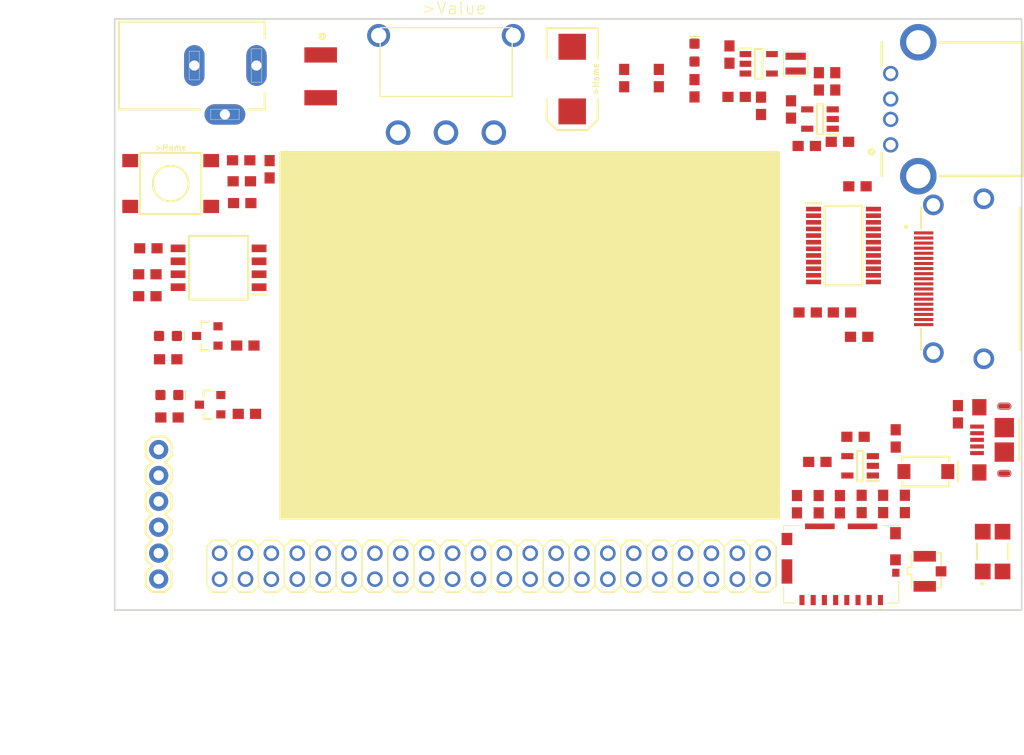
<source format=kicad_pcb>
(kicad_pcb (version 20171130) (host pcbnew "(5.1.2-1)-1")

  (general
    (thickness 1.6)
    (drawings 8)
    (tracks 0)
    (zones 0)
    (modules 64)
    (nets 135)
  )

  (page A4)
  (layers
    (0 Top signal)
    (31 Bottom signal)
    (32 B.Adhes user)
    (33 F.Adhes user)
    (34 B.Paste user)
    (35 F.Paste user)
    (36 B.SilkS user)
    (37 F.SilkS user)
    (38 B.Mask user)
    (39 F.Mask user)
    (40 Dwgs.User user)
    (41 Cmts.User user)
    (42 Eco1.User user)
    (43 Eco2.User user)
    (44 Edge.Cuts user)
    (45 Margin user)
    (46 B.CrtYd user)
    (47 F.CrtYd user)
    (48 B.Fab user)
    (49 F.Fab user)
  )

  (setup
    (last_trace_width 0.25)
    (trace_clearance 0.127)
    (zone_clearance 0.508)
    (zone_45_only no)
    (trace_min 0.2)
    (via_size 0.8)
    (via_drill 0.4)
    (via_min_size 0.4)
    (via_min_drill 0.3)
    (uvia_size 0.3)
    (uvia_drill 0.1)
    (uvias_allowed no)
    (uvia_min_size 0.2)
    (uvia_min_drill 0.1)
    (edge_width 0.05)
    (segment_width 0.2)
    (pcb_text_width 0.3)
    (pcb_text_size 1.5 1.5)
    (mod_edge_width 0.12)
    (mod_text_size 1 1)
    (mod_text_width 0.15)
    (pad_size 1.524 1.524)
    (pad_drill 0.762)
    (pad_to_mask_clearance 0.051)
    (solder_mask_min_width 0.25)
    (aux_axis_origin 0 0)
    (visible_elements FFFFEF7F)
    (pcbplotparams
      (layerselection 0x010fc_ffffffff)
      (usegerberextensions false)
      (usegerberattributes false)
      (usegerberadvancedattributes false)
      (creategerberjobfile false)
      (excludeedgelayer true)
      (linewidth 0.100000)
      (plotframeref false)
      (viasonmask false)
      (mode 1)
      (useauxorigin false)
      (hpglpennumber 1)
      (hpglpenspeed 20)
      (hpglpendiameter 15.000000)
      (psnegative false)
      (psa4output false)
      (plotreference true)
      (plotvalue true)
      (plotinvisibletext false)
      (padsonsilk false)
      (subtractmaskfromsilk false)
      (outputformat 1)
      (mirror false)
      (drillshape 1)
      (scaleselection 1)
      (outputdirectory ""))
  )

  (net 0 "")
  (net 1 XMIPICSI_DCLK_N)
  (net 2 XMIPICSI_D0_N)
  (net 3 XMIPICSI_D1_N)
  (net 4 XMIPICSI_D2_N)
  (net 5 XMIPICSI_D3_N)
  (net 6 XMIPIDSI_DCLK_N)
  (net 7 XMIPIDSI_D0_N)
  (net 8 XMIPIDSI_D1_N)
  (net 9 XMIPIDSI_D2_N)
  (net 10 XMIPIDSI_D3_N)
  (net 11 XHDMI_CEC)
  (net 12 XHDMI_TX2_N)
  (net 13 XHDMI_TX1_N)
  (net 14 XHDMI_TX0_N)
  (net 15 XHDMI_TXC_N)
  (net 16 XOTG_D_N)
  (net 17 XUSBH_D_N)
  (net 18 XGPA15)
  (net 19 VCC5P0_OTG)
  (net 20 XMIPICSI_DCLK_P)
  (net 21 XMIPICSI_D0_P)
  (net 22 XMIPICSI_D1_P)
  (net 23 XMIPICSI_D2_P)
  (net 24 XMIPICSI_D3_P)
  (net 25 XMIPIDSI_DCLK_P)
  (net 26 XMIPIDSI_D0_P)
  (net 27 XMIPIDSI_D1_P)
  (net 28 XMIPIDSI_D2_P)
  (net 29 XMIPIDSI_D3_P)
  (net 30 XHDMI_HPD)
  (net 31 XHDMI_TX2_P)
  (net 32 XHDMI_TX1_P)
  (net 33 XHDMI_TX0_P)
  (net 34 XHDMI_TXC_P)
  (net 35 XOTG_D_P)
  (net 36 XUSBH_D_P)
  (net 37 XOTG_ID)
  (net 38 XAUDIO_SCL)
  (net 39 XAUDIO_SDA)
  (net 40 XGPA16)
  (net 41 XADC4)
  (net 42 XADC0)
  (net 43 XADC2)
  (net 44 XPWERKEY)
  (net 45 XNRESET)
  (net 46 XGPIO1)
  (net 47 XI2S0_LRCLK)
  (net 48 XI2S0_DOUT)
  (net 49 XI2S0_BCLK)
  (net 50 XSPI_MISO)
  (net 51 XSPI_CLK)
  (net 52 XPWM1)
  (net 53 XI2C_SCL2)
  (net 54 XI2C_SCL1)
  (net 55 XI2C_SCL0)
  (net 56 XHDMI_I2C_SCL)
  (net 57 VSYS_IO_3P3)
  (net 58 XGPIO4)
  (net 59 XGPIO6)
  (net 60 XDEBUG_TX)
  (net 61 XUART_TX1)
  (net 62 XUART_TX0)
  (net 63 XSD0_CMD)
  (net 64 XSD0_CLK)
  (net 65 XSD0_D1)
  (net 66 XBOOT_CONFIG0)
  (net 67 XGPC0)
  (net 68 XGPIO7)
  (net 69 XGPA21)
  (net 70 XGPA6)
  (net 71 XGPC25)
  (net 72 XGPE31)
  (net 73 XADC5)
  (net 74 XADC1)
  (net 75 XADC3)
  (net 76 XAGP2)
  (net 77 XAGP1)
  (net 78 XGPIO0)
  (net 79 XGPIO2)
  (net 80 XGPIO3)
  (net 81 XI2S0_DIN)
  (net 82 XI2S0_MCLK)
  (net 83 XSPI_MOSI)
  (net 84 XSPI_CS)
  (net 85 XPWM0)
  (net 86 XI2C_SDA2)
  (net 87 XI2C_SDA1)
  (net 88 XI2C_SDA0)
  (net 89 XHDMI_I2C_SDA)
  (net 90 XGPIO5)
  (net 91 XDEBUG_RX)
  (net 92 XUART_RX1)
  (net 93 XUART_RX0)
  (net 94 XSD0_D3)
  (net 95 XSD0_D2)
  (net 96 XSD0_D0)
  (net 97 XBOOT_CONFIG3)
  (net 98 XBOOT_CONFIG1)
  (net 99 XAUDIO_IRQ)
  (net 100 XGPE30)
  (net 101 XPGC27)
  (net 102 XGPB22)
  (net 103 XSD0_CDN)
  (net 104 XGPA17)
  (net 105 XGPA3)
  (net 106 GND)
  (net 107 5V)
  (net 108 N$4)
  (net 109 3.3V)
  (net 110 N$3)
  (net 111 N$9)
  (net 112 N$8)
  (net 113 N$10)
  (net 114 N$11)
  (net 115 N$12)
  (net 116 N$15)
  (net 117 N$14)
  (net 118 N$16)
  (net 119 N$17)
  (net 120 N$18)
  (net 121 N$19)
  (net 122 N$5)
  (net 123 N$6)
  (net 124 N$7)
  (net 125 N$2)
  (net 126 N$32)
  (net 127 N$1)
  (net 128 XVDDPWRON)
  (net 129 N$13)
  (net 130 N$20)
  (net 131 N$21)
  (net 132 N$22)
  (net 133 N$23)
  (net 134 N$24)

  (net_class Default "This is the default net class."
    (clearance 0.127)
    (trace_width 0.25)
    (via_dia 0.8)
    (via_drill 0.4)
    (uvia_dia 0.3)
    (uvia_drill 0.1)
    (add_net 3.3V)
    (add_net 5V)
    (add_net GND)
    (add_net N$1)
    (add_net N$10)
    (add_net N$11)
    (add_net N$12)
    (add_net N$13)
    (add_net N$14)
    (add_net N$15)
    (add_net N$16)
    (add_net N$17)
    (add_net N$18)
    (add_net N$19)
    (add_net N$2)
    (add_net N$20)
    (add_net N$21)
    (add_net N$22)
    (add_net N$23)
    (add_net N$24)
    (add_net N$3)
    (add_net N$32)
    (add_net N$4)
    (add_net N$5)
    (add_net N$6)
    (add_net N$7)
    (add_net N$8)
    (add_net N$9)
    (add_net VCC5P0_OTG)
    (add_net VSYS_IO_3P3)
    (add_net XADC0)
    (add_net XADC1)
    (add_net XADC2)
    (add_net XADC3)
    (add_net XADC4)
    (add_net XADC5)
    (add_net XAGP1)
    (add_net XAGP2)
    (add_net XAUDIO_IRQ)
    (add_net XAUDIO_SCL)
    (add_net XAUDIO_SDA)
    (add_net XBOOT_CONFIG0)
    (add_net XBOOT_CONFIG1)
    (add_net XBOOT_CONFIG3)
    (add_net XDEBUG_RX)
    (add_net XDEBUG_TX)
    (add_net XGPA15)
    (add_net XGPA16)
    (add_net XGPA17)
    (add_net XGPA21)
    (add_net XGPA3)
    (add_net XGPA6)
    (add_net XGPB22)
    (add_net XGPC0)
    (add_net XGPC25)
    (add_net XGPE30)
    (add_net XGPE31)
    (add_net XGPIO0)
    (add_net XGPIO1)
    (add_net XGPIO2)
    (add_net XGPIO3)
    (add_net XGPIO4)
    (add_net XGPIO5)
    (add_net XGPIO6)
    (add_net XGPIO7)
    (add_net XHDMI_CEC)
    (add_net XHDMI_HPD)
    (add_net XHDMI_I2C_SCL)
    (add_net XHDMI_I2C_SDA)
    (add_net XHDMI_TX0_N)
    (add_net XHDMI_TX0_P)
    (add_net XHDMI_TX1_N)
    (add_net XHDMI_TX1_P)
    (add_net XHDMI_TX2_N)
    (add_net XHDMI_TX2_P)
    (add_net XHDMI_TXC_N)
    (add_net XHDMI_TXC_P)
    (add_net XI2C_SCL0)
    (add_net XI2C_SCL1)
    (add_net XI2C_SCL2)
    (add_net XI2C_SDA0)
    (add_net XI2C_SDA1)
    (add_net XI2C_SDA2)
    (add_net XI2S0_BCLK)
    (add_net XI2S0_DIN)
    (add_net XI2S0_DOUT)
    (add_net XI2S0_LRCLK)
    (add_net XI2S0_MCLK)
    (add_net XMIPICSI_D0_N)
    (add_net XMIPICSI_D0_P)
    (add_net XMIPICSI_D1_N)
    (add_net XMIPICSI_D1_P)
    (add_net XMIPICSI_D2_N)
    (add_net XMIPICSI_D2_P)
    (add_net XMIPICSI_D3_N)
    (add_net XMIPICSI_D3_P)
    (add_net XMIPICSI_DCLK_N)
    (add_net XMIPICSI_DCLK_P)
    (add_net XMIPIDSI_D0_N)
    (add_net XMIPIDSI_D0_P)
    (add_net XMIPIDSI_D1_N)
    (add_net XMIPIDSI_D1_P)
    (add_net XMIPIDSI_D2_N)
    (add_net XMIPIDSI_D2_P)
    (add_net XMIPIDSI_D3_N)
    (add_net XMIPIDSI_D3_P)
    (add_net XMIPIDSI_DCLK_N)
    (add_net XMIPIDSI_DCLK_P)
    (add_net XNRESET)
    (add_net XOTG_D_N)
    (add_net XOTG_D_P)
    (add_net XOTG_ID)
    (add_net XPGC27)
    (add_net XPWERKEY)
    (add_net XPWM0)
    (add_net XPWM1)
    (add_net XSD0_CDN)
    (add_net XSD0_CLK)
    (add_net XSD0_CMD)
    (add_net XSD0_D0)
    (add_net XSD0_D1)
    (add_net XSD0_D2)
    (add_net XSD0_D3)
    (add_net XSPI_CLK)
    (add_net XSPI_CS)
    (add_net XSPI_MISO)
    (add_net XSPI_MOSI)
    (add_net XUART_RX0)
    (add_net XUART_RX1)
    (add_net XUART_TX0)
    (add_net XUART_TX1)
    (add_net XUSBH_D_N)
    (add_net XUSBH_D_P)
    (add_net XVDDPWRON)
  )

  (module KEEPOUT (layer Top) (tedit 0) (tstamp 5D7C01D8)
    (at 93.0011 148.0036)
    (fp_text reference K1 (at 0 0) (layer F.SilkS) hide
      (effects (font (size 1.27 1.27) (thickness 0.15)))
    )
    (fp_text value "" (at 0 0) (layer F.SilkS) hide
      (effects (font (size 1.27 1.27) (thickness 0.15)))
    )
    (fp_poly (pts (xy 27.23 -22.95) (xy 76.2 -22.95) (xy 76.2 -59.055) (xy 27.23 -59.055)) (layer F.SilkS) (width 0))
  )

  (module "DF40C(2.0)-70DS-0.4V(51)" (layer Top) (tedit 0) (tstamp 5D7C01DC)
    (at 137.5611 99.4036)
    (descr "<b>DF40C(2.0)-70DS-0.4V(51)</b><br>\n")
    (fp_text reference J3 (at 3.250668 -1.644668) (layer F.SilkS) hide
      (effects (font (size 1.2065 1.2065) (thickness 0.1016)))
    )
    (fp_text value "DF40C(2.0)-70DS-0.4V(51)" (at 8.746668 -2.810331) (layer F.Fab) hide
      (effects (font (size 1.2065 1.2065) (thickness 0.1016)))
    )
    (fp_circle (center -0.484 -0.271) (end -0.38645 -0.271) (layer F.SilkS) (width 0.100081))
    (fp_line (start 15.1 0.07) (end 13.969668 0.07) (layer F.SilkS) (width 0.100081))
    (fp_line (start 15.1 3.01) (end 13.969668 3.01) (layer F.SilkS) (width 0.100081))
    (fp_line (start 15.1 0.07) (end 15.1 3.01) (layer F.SilkS) (width 0.100081))
    (fp_line (start -1.5 3.01) (end -0.369668 3.01) (layer F.SilkS) (width 0.100081))
    (fp_line (start -1.5 0.07) (end -0.369668 0.07) (layer F.SilkS) (width 0.100081))
    (fp_line (start -1.5 3.01) (end -1.5 0.07) (layer F.SilkS) (width 0.100081))
    (fp_line (start -1.5 3.01) (end -1.5 0.07) (layer F.Fab) (width 0.100081))
    (fp_line (start 15.1 3.01) (end -1.5 3.01) (layer F.Fab) (width 0.100081))
    (fp_line (start 15.1 0.07) (end 15.1 3.01) (layer F.Fab) (width 0.100081))
    (fp_line (start -1.5 0.07) (end 15.1 0.07) (layer F.Fab) (width 0.100081))
    (pad 70 smd rect (at 13.6 3.08 90) (size 0.7 0.2) (layers Top F.Paste F.Mask)
      (net 107 5V) (solder_mask_margin 0.0635))
    (pad 68 smd rect (at 13.2 3.08 90) (size 0.7 0.2) (layers Top F.Paste F.Mask)
      (net 107 5V) (solder_mask_margin 0.0635))
    (pad 66 smd rect (at 12.8 3.08 90) (size 0.7 0.2) (layers Top F.Paste F.Mask)
      (net 107 5V) (solder_mask_margin 0.0635))
    (pad 64 smd rect (at 12.4 3.08 90) (size 0.7 0.2) (layers Top F.Paste F.Mask)
      (net 107 5V) (solder_mask_margin 0.0635))
    (pad 62 smd rect (at 12 3.08 90) (size 0.7 0.2) (layers Top F.Paste F.Mask)
      (solder_mask_margin 0.0635))
    (pad 60 smd rect (at 11.6 3.08 90) (size 0.7 0.2) (layers Top F.Paste F.Mask)
      (net 19 VCC5P0_OTG) (solder_mask_margin 0.0635))
    (pad 58 smd rect (at 11.2 3.08 90) (size 0.7 0.2) (layers Top F.Paste F.Mask)
      (solder_mask_margin 0.0635))
    (pad 56 smd rect (at 10.8 3.08 90) (size 0.7 0.2) (layers Top F.Paste F.Mask)
      (net 40 XGPA16) (solder_mask_margin 0.0635))
    (pad 54 smd rect (at 10.4 3.08 90) (size 0.7 0.2) (layers Top F.Paste F.Mask)
      (net 39 XAUDIO_SDA) (solder_mask_margin 0.0635))
    (pad 52 smd rect (at 10 3.08 90) (size 0.7 0.2) (layers Top F.Paste F.Mask)
      (net 38 XAUDIO_SCL) (solder_mask_margin 0.0635))
    (pad 50 smd rect (at 9.6 3.08 90) (size 0.7 0.2) (layers Top F.Paste F.Mask)
      (net 37 XOTG_ID) (solder_mask_margin 0.0635))
    (pad 48 smd rect (at 9.2 3.08 90) (size 0.7 0.2) (layers Top F.Paste F.Mask)
      (net 36 XUSBH_D_P) (solder_mask_margin 0.0635))
    (pad 46 smd rect (at 8.8 3.08 90) (size 0.7 0.2) (layers Top F.Paste F.Mask)
      (net 35 XOTG_D_P) (solder_mask_margin 0.0635))
    (pad 44 smd rect (at 8.4 3.08 90) (size 0.7 0.2) (layers Top F.Paste F.Mask)
      (net 106 GND) (solder_mask_margin 0.0635))
    (pad 42 smd rect (at 8 3.08 90) (size 0.7 0.2) (layers Top F.Paste F.Mask)
      (net 34 XHDMI_TXC_P) (solder_mask_margin 0.0635))
    (pad 40 smd rect (at 7.6 3.08 90) (size 0.7 0.2) (layers Top F.Paste F.Mask)
      (net 33 XHDMI_TX0_P) (solder_mask_margin 0.0635))
    (pad 38 smd rect (at 7.2 3.08 90) (size 0.7 0.2) (layers Top F.Paste F.Mask)
      (net 32 XHDMI_TX1_P) (solder_mask_margin 0.0635))
    (pad 36 smd rect (at 6.8 3.08 90) (size 0.7 0.2) (layers Top F.Paste F.Mask)
      (net 31 XHDMI_TX2_P) (solder_mask_margin 0.0635))
    (pad 34 smd rect (at 6.4 3.08 90) (size 0.7 0.2) (layers Top F.Paste F.Mask)
      (net 30 XHDMI_HPD) (solder_mask_margin 0.0635))
    (pad 32 smd rect (at 6 3.08 90) (size 0.7 0.2) (layers Top F.Paste F.Mask)
      (net 106 GND) (solder_mask_margin 0.0635))
    (pad 30 smd rect (at 5.6 3.08 90) (size 0.7 0.2) (layers Top F.Paste F.Mask)
      (net 29 XMIPIDSI_D3_P) (solder_mask_margin 0.0635))
    (pad 28 smd rect (at 5.2 3.08 90) (size 0.7 0.2) (layers Top F.Paste F.Mask)
      (net 28 XMIPIDSI_D2_P) (solder_mask_margin 0.0635))
    (pad 26 smd rect (at 4.8 3.08 90) (size 0.7 0.2) (layers Top F.Paste F.Mask)
      (net 27 XMIPIDSI_D1_P) (solder_mask_margin 0.0635))
    (pad 24 smd rect (at 4.4 3.08 90) (size 0.7 0.2) (layers Top F.Paste F.Mask)
      (net 26 XMIPIDSI_D0_P) (solder_mask_margin 0.0635))
    (pad 22 smd rect (at 4 3.08 90) (size 0.7 0.2) (layers Top F.Paste F.Mask)
      (net 25 XMIPIDSI_DCLK_P) (solder_mask_margin 0.0635))
    (pad 20 smd rect (at 3.6 3.08 90) (size 0.7 0.2) (layers Top F.Paste F.Mask)
      (net 106 GND) (solder_mask_margin 0.0635))
    (pad 18 smd rect (at 3.2 3.08 90) (size 0.7 0.2) (layers Top F.Paste F.Mask)
      (net 24 XMIPICSI_D3_P) (solder_mask_margin 0.0635))
    (pad 16 smd rect (at 2.8 3.08 90) (size 0.7 0.2) (layers Top F.Paste F.Mask)
      (net 23 XMIPICSI_D2_P) (solder_mask_margin 0.0635))
    (pad 14 smd rect (at 2.4 3.08 90) (size 0.7 0.2) (layers Top F.Paste F.Mask)
      (net 22 XMIPICSI_D1_P) (solder_mask_margin 0.0635))
    (pad 12 smd rect (at 2 3.08 90) (size 0.7 0.2) (layers Top F.Paste F.Mask)
      (net 21 XMIPICSI_D0_P) (solder_mask_margin 0.0635))
    (pad 10 smd rect (at 1.6 3.08 90) (size 0.7 0.2) (layers Top F.Paste F.Mask)
      (net 20 XMIPICSI_DCLK_P) (solder_mask_margin 0.0635))
    (pad 8 smd rect (at 1.2 3.08 90) (size 0.7 0.2) (layers Top F.Paste F.Mask)
      (net 106 GND) (solder_mask_margin 0.0635))
    (pad 6 smd rect (at 0.8 3.08 90) (size 0.7 0.2) (layers Top F.Paste F.Mask)
      (net 106 GND) (solder_mask_margin 0.0635))
    (pad 4 smd rect (at 0.4 3.08 90) (size 0.7 0.2) (layers Top F.Paste F.Mask)
      (net 106 GND) (solder_mask_margin 0.0635))
    (pad 2 smd rect (at 0 3.08 90) (size 0.7 0.2) (layers Top F.Paste F.Mask)
      (net 106 GND) (solder_mask_margin 0.0635))
    (pad 69 smd rect (at 13.6 0 90) (size 0.7 0.2) (layers Top F.Paste F.Mask)
      (net 107 5V) (solder_mask_margin 0.0635))
    (pad 67 smd rect (at 13.2 0 90) (size 0.7 0.2) (layers Top F.Paste F.Mask)
      (net 107 5V) (solder_mask_margin 0.0635))
    (pad 65 smd rect (at 12.8 0 90) (size 0.7 0.2) (layers Top F.Paste F.Mask)
      (net 107 5V) (solder_mask_margin 0.0635))
    (pad 63 smd rect (at 12.4 0 90) (size 0.7 0.2) (layers Top F.Paste F.Mask)
      (net 107 5V) (solder_mask_margin 0.0635))
    (pad 61 smd rect (at 12 0 90) (size 0.7 0.2) (layers Top F.Paste F.Mask)
      (solder_mask_margin 0.0635))
    (pad 59 smd rect (at 11.6 0 90) (size 0.7 0.2) (layers Top F.Paste F.Mask)
      (net 19 VCC5P0_OTG) (solder_mask_margin 0.0635))
    (pad 57 smd rect (at 11.2 0 90) (size 0.7 0.2) (layers Top F.Paste F.Mask)
      (solder_mask_margin 0.0635))
    (pad 55 smd rect (at 10.8 0 90) (size 0.7 0.2) (layers Top F.Paste F.Mask)
      (net 18 XGPA15) (solder_mask_margin 0.0635))
    (pad 53 smd rect (at 10.4 0 90) (size 0.7 0.2) (layers Top F.Paste F.Mask)
      (solder_mask_margin 0.0635))
    (pad 51 smd rect (at 10 0 90) (size 0.7 0.2) (layers Top F.Paste F.Mask)
      (solder_mask_margin 0.0635))
    (pad 49 smd rect (at 9.6 0 90) (size 0.7 0.2) (layers Top F.Paste F.Mask)
      (solder_mask_margin 0.0635))
    (pad 47 smd rect (at 9.2 0 90) (size 0.7 0.2) (layers Top F.Paste F.Mask)
      (net 17 XUSBH_D_N) (solder_mask_margin 0.0635))
    (pad 45 smd rect (at 8.8 0 90) (size 0.7 0.2) (layers Top F.Paste F.Mask)
      (net 16 XOTG_D_N) (solder_mask_margin 0.0635))
    (pad 43 smd rect (at 8.4 0 90) (size 0.7 0.2) (layers Top F.Paste F.Mask)
      (net 106 GND) (solder_mask_margin 0.0635))
    (pad 41 smd rect (at 8 0 90) (size 0.7 0.2) (layers Top F.Paste F.Mask)
      (net 15 XHDMI_TXC_N) (solder_mask_margin 0.0635))
    (pad 39 smd rect (at 7.6 0 90) (size 0.7 0.2) (layers Top F.Paste F.Mask)
      (net 14 XHDMI_TX0_N) (solder_mask_margin 0.0635))
    (pad 37 smd rect (at 7.2 0 90) (size 0.7 0.2) (layers Top F.Paste F.Mask)
      (net 13 XHDMI_TX1_N) (solder_mask_margin 0.0635))
    (pad 35 smd rect (at 6.8 0 90) (size 0.7 0.2) (layers Top F.Paste F.Mask)
      (net 12 XHDMI_TX2_N) (solder_mask_margin 0.0635))
    (pad 33 smd rect (at 6.4 0 90) (size 0.7 0.2) (layers Top F.Paste F.Mask)
      (net 11 XHDMI_CEC) (solder_mask_margin 0.0635))
    (pad 31 smd rect (at 6 0 90) (size 0.7 0.2) (layers Top F.Paste F.Mask)
      (net 106 GND) (solder_mask_margin 0.0635))
    (pad 29 smd rect (at 5.6 0 90) (size 0.7 0.2) (layers Top F.Paste F.Mask)
      (net 10 XMIPIDSI_D3_N) (solder_mask_margin 0.0635))
    (pad 27 smd rect (at 5.2 0 90) (size 0.7 0.2) (layers Top F.Paste F.Mask)
      (net 9 XMIPIDSI_D2_N) (solder_mask_margin 0.0635))
    (pad 25 smd rect (at 4.8 0 90) (size 0.7 0.2) (layers Top F.Paste F.Mask)
      (net 8 XMIPIDSI_D1_N) (solder_mask_margin 0.0635))
    (pad 23 smd rect (at 4.4 0 90) (size 0.7 0.2) (layers Top F.Paste F.Mask)
      (net 7 XMIPIDSI_D0_N) (solder_mask_margin 0.0635))
    (pad 21 smd rect (at 4 0 90) (size 0.7 0.2) (layers Top F.Paste F.Mask)
      (net 6 XMIPIDSI_DCLK_N) (solder_mask_margin 0.0635))
    (pad 19 smd rect (at 3.6 0 90) (size 0.7 0.2) (layers Top F.Paste F.Mask)
      (net 106 GND) (solder_mask_margin 0.0635))
    (pad 17 smd rect (at 3.2 0 90) (size 0.7 0.2) (layers Top F.Paste F.Mask)
      (net 5 XMIPICSI_D3_N) (solder_mask_margin 0.0635))
    (pad 15 smd rect (at 2.8 0 90) (size 0.7 0.2) (layers Top F.Paste F.Mask)
      (net 4 XMIPICSI_D2_N) (solder_mask_margin 0.0635))
    (pad 13 smd rect (at 2.4 0 90) (size 0.7 0.2) (layers Top F.Paste F.Mask)
      (net 3 XMIPICSI_D1_N) (solder_mask_margin 0.0635))
    (pad 11 smd rect (at 2 0 90) (size 0.7 0.2) (layers Top F.Paste F.Mask)
      (net 2 XMIPICSI_D0_N) (solder_mask_margin 0.0635))
    (pad 9 smd rect (at 1.6 0 90) (size 0.7 0.2) (layers Top F.Paste F.Mask)
      (net 1 XMIPICSI_DCLK_N) (solder_mask_margin 0.0635))
    (pad 7 smd rect (at 1.2 0 90) (size 0.7 0.2) (layers Top F.Paste F.Mask)
      (net 106 GND) (solder_mask_margin 0.0635))
    (pad 5 smd rect (at 0.8 0 90) (size 0.7 0.2) (layers Top F.Paste F.Mask)
      (net 106 GND) (solder_mask_margin 0.0635))
    (pad 3 smd rect (at 0.4 0 90) (size 0.7 0.2) (layers Top F.Paste F.Mask)
      (net 106 GND) (solder_mask_margin 0.0635))
    (pad 1 smd rect (at 0 0 90) (size 0.7 0.2) (layers Top F.Paste F.Mask)
      (net 106 GND) (solder_mask_margin 0.0635))
  )

  (module "DF40C(2.0)-70DS-0.4V(51)" (layer Top) (tedit 0) (tstamp 5D7C0230)
    (at 137.5661 112.0986)
    (descr "<b>DF40C(2.0)-70DS-0.4V(51)</b><br>\n")
    (fp_text reference J4 (at 3.250668 -1.644668) (layer F.SilkS) hide
      (effects (font (size 1.2065 1.2065) (thickness 0.1016)))
    )
    (fp_text value "DF40C(2.0)-70DS-0.4V(51)" (at 8.746668 -2.810331) (layer F.Fab) hide
      (effects (font (size 1.2065 1.2065) (thickness 0.1016)))
    )
    (fp_circle (center -0.484 -0.271) (end -0.38645 -0.271) (layer F.SilkS) (width 0.100081))
    (fp_line (start 15.1 0.07) (end 13.969668 0.07) (layer F.SilkS) (width 0.100081))
    (fp_line (start 15.1 3.01) (end 13.969668 3.01) (layer F.SilkS) (width 0.100081))
    (fp_line (start 15.1 0.07) (end 15.1 3.01) (layer F.SilkS) (width 0.100081))
    (fp_line (start -1.5 3.01) (end -0.369668 3.01) (layer F.SilkS) (width 0.100081))
    (fp_line (start -1.5 0.07) (end -0.369668 0.07) (layer F.SilkS) (width 0.100081))
    (fp_line (start -1.5 3.01) (end -1.5 0.07) (layer F.SilkS) (width 0.100081))
    (fp_line (start -1.5 3.01) (end -1.5 0.07) (layer F.Fab) (width 0.100081))
    (fp_line (start 15.1 3.01) (end -1.5 3.01) (layer F.Fab) (width 0.100081))
    (fp_line (start 15.1 0.07) (end 15.1 3.01) (layer F.Fab) (width 0.100081))
    (fp_line (start -1.5 0.07) (end 15.1 0.07) (layer F.Fab) (width 0.100081))
    (pad 70 smd rect (at 13.6 3.08 90) (size 0.7 0.2) (layers Top F.Paste F.Mask)
      (net 105 XGPA3) (solder_mask_margin 0.0635))
    (pad 68 smd rect (at 13.2 3.08 90) (size 0.7 0.2) (layers Top F.Paste F.Mask)
      (net 104 XGPA17) (solder_mask_margin 0.0635))
    (pad 66 smd rect (at 12.8 3.08 90) (size 0.7 0.2) (layers Top F.Paste F.Mask)
      (net 103 XSD0_CDN) (solder_mask_margin 0.0635))
    (pad 64 smd rect (at 12.4 3.08 90) (size 0.7 0.2) (layers Top F.Paste F.Mask)
      (net 102 XGPB22) (solder_mask_margin 0.0635))
    (pad 62 smd rect (at 12 3.08 90) (size 0.7 0.2) (layers Top F.Paste F.Mask)
      (net 101 XPGC27) (solder_mask_margin 0.0635))
    (pad 60 smd rect (at 11.6 3.08 90) (size 0.7 0.2) (layers Top F.Paste F.Mask)
      (net 100 XGPE30) (solder_mask_margin 0.0635))
    (pad 58 smd rect (at 11.2 3.08 90) (size 0.7 0.2) (layers Top F.Paste F.Mask)
      (net 99 XAUDIO_IRQ) (solder_mask_margin 0.0635))
    (pad 56 smd rect (at 10.8 3.08 90) (size 0.7 0.2) (layers Top F.Paste F.Mask)
      (net 98 XBOOT_CONFIG1) (solder_mask_margin 0.0635))
    (pad 54 smd rect (at 10.4 3.08 90) (size 0.7 0.2) (layers Top F.Paste F.Mask)
      (net 97 XBOOT_CONFIG3) (solder_mask_margin 0.0635))
    (pad 52 smd rect (at 10 3.08 90) (size 0.7 0.2) (layers Top F.Paste F.Mask)
      (net 96 XSD0_D0) (solder_mask_margin 0.0635))
    (pad 50 smd rect (at 9.6 3.08 90) (size 0.7 0.2) (layers Top F.Paste F.Mask)
      (net 95 XSD0_D2) (solder_mask_margin 0.0635))
    (pad 48 smd rect (at 9.2 3.08 90) (size 0.7 0.2) (layers Top F.Paste F.Mask)
      (net 94 XSD0_D3) (solder_mask_margin 0.0635))
    (pad 46 smd rect (at 8.8 3.08 90) (size 0.7 0.2) (layers Top F.Paste F.Mask)
      (net 93 XUART_RX0) (solder_mask_margin 0.0635))
    (pad 44 smd rect (at 8.4 3.08 90) (size 0.7 0.2) (layers Top F.Paste F.Mask)
      (net 92 XUART_RX1) (solder_mask_margin 0.0635))
    (pad 42 smd rect (at 8 3.08 90) (size 0.7 0.2) (layers Top F.Paste F.Mask)
      (net 91 XDEBUG_RX) (solder_mask_margin 0.0635))
    (pad 40 smd rect (at 7.6 3.08 90) (size 0.7 0.2) (layers Top F.Paste F.Mask)
      (net 90 XGPIO5) (solder_mask_margin 0.0635))
    (pad 38 smd rect (at 7.2 3.08 90) (size 0.7 0.2) (layers Top F.Paste F.Mask)
      (net 128 XVDDPWRON) (solder_mask_margin 0.0635))
    (pad 36 smd rect (at 6.8 3.08 90) (size 0.7 0.2) (layers Top F.Paste F.Mask)
      (net 57 VSYS_IO_3P3) (solder_mask_margin 0.0635))
    (pad 34 smd rect (at 6.4 3.08 90) (size 0.7 0.2) (layers Top F.Paste F.Mask)
      (net 89 XHDMI_I2C_SDA) (solder_mask_margin 0.0635))
    (pad 32 smd rect (at 6 3.08 90) (size 0.7 0.2) (layers Top F.Paste F.Mask)
      (net 88 XI2C_SDA0) (solder_mask_margin 0.0635))
    (pad 30 smd rect (at 5.6 3.08 90) (size 0.7 0.2) (layers Top F.Paste F.Mask)
      (net 87 XI2C_SDA1) (solder_mask_margin 0.0635))
    (pad 28 smd rect (at 5.2 3.08 90) (size 0.7 0.2) (layers Top F.Paste F.Mask)
      (net 86 XI2C_SDA2) (solder_mask_margin 0.0635))
    (pad 26 smd rect (at 4.8 3.08 90) (size 0.7 0.2) (layers Top F.Paste F.Mask)
      (net 85 XPWM0) (solder_mask_margin 0.0635))
    (pad 24 smd rect (at 4.4 3.08 90) (size 0.7 0.2) (layers Top F.Paste F.Mask)
      (net 84 XSPI_CS) (solder_mask_margin 0.0635))
    (pad 22 smd rect (at 4 3.08 90) (size 0.7 0.2) (layers Top F.Paste F.Mask)
      (net 83 XSPI_MOSI) (solder_mask_margin 0.0635))
    (pad 20 smd rect (at 3.6 3.08 90) (size 0.7 0.2) (layers Top F.Paste F.Mask)
      (net 82 XI2S0_MCLK) (solder_mask_margin 0.0635))
    (pad 18 smd rect (at 3.2 3.08 90) (size 0.7 0.2) (layers Top F.Paste F.Mask)
      (net 81 XI2S0_DIN) (solder_mask_margin 0.0635))
    (pad 16 smd rect (at 2.8 3.08 90) (size 0.7 0.2) (layers Top F.Paste F.Mask)
      (net 80 XGPIO3) (solder_mask_margin 0.0635))
    (pad 14 smd rect (at 2.4 3.08 90) (size 0.7 0.2) (layers Top F.Paste F.Mask)
      (net 79 XGPIO2) (solder_mask_margin 0.0635))
    (pad 12 smd rect (at 2 3.08 90) (size 0.7 0.2) (layers Top F.Paste F.Mask)
      (net 78 XGPIO0) (solder_mask_margin 0.0635))
    (pad 10 smd rect (at 1.6 3.08 90) (size 0.7 0.2) (layers Top F.Paste F.Mask)
      (net 77 XAGP1) (solder_mask_margin 0.0635))
    (pad 8 smd rect (at 1.2 3.08 90) (size 0.7 0.2) (layers Top F.Paste F.Mask)
      (net 76 XAGP2) (solder_mask_margin 0.0635))
    (pad 6 smd rect (at 0.8 3.08 90) (size 0.7 0.2) (layers Top F.Paste F.Mask)
      (net 75 XADC3) (solder_mask_margin 0.0635))
    (pad 4 smd rect (at 0.4 3.08 90) (size 0.7 0.2) (layers Top F.Paste F.Mask)
      (net 74 XADC1) (solder_mask_margin 0.0635))
    (pad 2 smd rect (at 0 3.08 90) (size 0.7 0.2) (layers Top F.Paste F.Mask)
      (net 73 XADC5) (solder_mask_margin 0.0635))
    (pad 69 smd rect (at 13.6 0 90) (size 0.7 0.2) (layers Top F.Paste F.Mask)
      (solder_mask_margin 0.0635))
    (pad 67 smd rect (at 13.2 0 90) (size 0.7 0.2) (layers Top F.Paste F.Mask)
      (net 72 XGPE31) (solder_mask_margin 0.0635))
    (pad 65 smd rect (at 12.8 0 90) (size 0.7 0.2) (layers Top F.Paste F.Mask)
      (net 71 XGPC25) (solder_mask_margin 0.0635))
    (pad 63 smd rect (at 12.4 0 90) (size 0.7 0.2) (layers Top F.Paste F.Mask)
      (net 70 XGPA6) (solder_mask_margin 0.0635))
    (pad 61 smd rect (at 12 0 90) (size 0.7 0.2) (layers Top F.Paste F.Mask)
      (net 69 XGPA21) (solder_mask_margin 0.0635))
    (pad 59 smd rect (at 11.6 0 90) (size 0.7 0.2) (layers Top F.Paste F.Mask)
      (net 68 XGPIO7) (solder_mask_margin 0.0635))
    (pad 57 smd rect (at 11.2 0 90) (size 0.7 0.2) (layers Top F.Paste F.Mask)
      (net 67 XGPC0) (solder_mask_margin 0.0635))
    (pad 55 smd rect (at 10.8 0 90) (size 0.7 0.2) (layers Top F.Paste F.Mask)
      (net 66 XBOOT_CONFIG0) (solder_mask_margin 0.0635))
    (pad 53 smd rect (at 10.4 0 90) (size 0.7 0.2) (layers Top F.Paste F.Mask)
      (solder_mask_margin 0.0635))
    (pad 51 smd rect (at 10 0 90) (size 0.7 0.2) (layers Top F.Paste F.Mask)
      (net 65 XSD0_D1) (solder_mask_margin 0.0635))
    (pad 49 smd rect (at 9.6 0 90) (size 0.7 0.2) (layers Top F.Paste F.Mask)
      (net 64 XSD0_CLK) (solder_mask_margin 0.0635))
    (pad 47 smd rect (at 9.2 0 90) (size 0.7 0.2) (layers Top F.Paste F.Mask)
      (net 63 XSD0_CMD) (solder_mask_margin 0.0635))
    (pad 45 smd rect (at 8.8 0 90) (size 0.7 0.2) (layers Top F.Paste F.Mask)
      (net 62 XUART_TX0) (solder_mask_margin 0.0635))
    (pad 43 smd rect (at 8.4 0 90) (size 0.7 0.2) (layers Top F.Paste F.Mask)
      (net 61 XUART_TX1) (solder_mask_margin 0.0635))
    (pad 41 smd rect (at 8 0 90) (size 0.7 0.2) (layers Top F.Paste F.Mask)
      (net 60 XDEBUG_TX) (solder_mask_margin 0.0635))
    (pad 39 smd rect (at 7.6 0 90) (size 0.7 0.2) (layers Top F.Paste F.Mask)
      (net 59 XGPIO6) (solder_mask_margin 0.0635))
    (pad 37 smd rect (at 7.2 0 90) (size 0.7 0.2) (layers Top F.Paste F.Mask)
      (net 58 XGPIO4) (solder_mask_margin 0.0635))
    (pad 35 smd rect (at 6.8 0 90) (size 0.7 0.2) (layers Top F.Paste F.Mask)
      (net 57 VSYS_IO_3P3) (solder_mask_margin 0.0635))
    (pad 33 smd rect (at 6.4 0 90) (size 0.7 0.2) (layers Top F.Paste F.Mask)
      (net 56 XHDMI_I2C_SCL) (solder_mask_margin 0.0635))
    (pad 31 smd rect (at 6 0 90) (size 0.7 0.2) (layers Top F.Paste F.Mask)
      (net 55 XI2C_SCL0) (solder_mask_margin 0.0635))
    (pad 29 smd rect (at 5.6 0 90) (size 0.7 0.2) (layers Top F.Paste F.Mask)
      (net 54 XI2C_SCL1) (solder_mask_margin 0.0635))
    (pad 27 smd rect (at 5.2 0 90) (size 0.7 0.2) (layers Top F.Paste F.Mask)
      (net 53 XI2C_SCL2) (solder_mask_margin 0.0635))
    (pad 25 smd rect (at 4.8 0 90) (size 0.7 0.2) (layers Top F.Paste F.Mask)
      (net 52 XPWM1) (solder_mask_margin 0.0635))
    (pad 23 smd rect (at 4.4 0 90) (size 0.7 0.2) (layers Top F.Paste F.Mask)
      (net 51 XSPI_CLK) (solder_mask_margin 0.0635))
    (pad 21 smd rect (at 4 0 90) (size 0.7 0.2) (layers Top F.Paste F.Mask)
      (net 50 XSPI_MISO) (solder_mask_margin 0.0635))
    (pad 19 smd rect (at 3.6 0 90) (size 0.7 0.2) (layers Top F.Paste F.Mask)
      (net 49 XI2S0_BCLK) (solder_mask_margin 0.0635))
    (pad 17 smd rect (at 3.2 0 90) (size 0.7 0.2) (layers Top F.Paste F.Mask)
      (net 48 XI2S0_DOUT) (solder_mask_margin 0.0635))
    (pad 15 smd rect (at 2.8 0 90) (size 0.7 0.2) (layers Top F.Paste F.Mask)
      (net 47 XI2S0_LRCLK) (solder_mask_margin 0.0635))
    (pad 13 smd rect (at 2.4 0 90) (size 0.7 0.2) (layers Top F.Paste F.Mask)
      (net 46 XGPIO1) (solder_mask_margin 0.0635))
    (pad 11 smd rect (at 2 0 90) (size 0.7 0.2) (layers Top F.Paste F.Mask)
      (net 45 XNRESET) (solder_mask_margin 0.0635))
    (pad 9 smd rect (at 1.6 0 90) (size 0.7 0.2) (layers Top F.Paste F.Mask)
      (net 44 XPWERKEY) (solder_mask_margin 0.0635))
    (pad 7 smd rect (at 1.2 0 90) (size 0.7 0.2) (layers Top F.Paste F.Mask)
      (solder_mask_margin 0.0635))
    (pad 5 smd rect (at 0.8 0 90) (size 0.7 0.2) (layers Top F.Paste F.Mask)
      (net 43 XADC2) (solder_mask_margin 0.0635))
    (pad 3 smd rect (at 0.4 0 90) (size 0.7 0.2) (layers Top F.Paste F.Mask)
      (net 42 XADC0) (solder_mask_margin 0.0635))
    (pad 1 smd rect (at 0 0 90) (size 0.7 0.2) (layers Top F.Paste F.Mask)
      (net 41 XADC4) (solder_mask_margin 0.0635))
  )

  (module DCJ0202 (layer Top) (tedit 0) (tstamp 5D7C0284)
    (at 114.8211 80.5736 270)
    (descr "<b>DC POWER JACK</b><p>\nSource: DCJ0202.pdf")
    (fp_text reference J1 (at -3.81 -5.08 270) (layer F.SilkS) hide
      (effects (font (size 1.2065 1.2065) (thickness 0.1016)) (justify right top))
    )
    (fp_text value DCJ0202 (at -5.08 10.16) (layer F.Fab) hide
      (effects (font (size 1.2065 1.2065) (thickness 0.1016)) (justify left bottom))
    )
    (fp_line (start 4.3 -2.3) (end 4.3 -3.9) (layer F.SilkS) (width 0.2032))
    (fp_line (start 4.3 10.4) (end 4.3 2.45) (layer F.SilkS) (width 0.2032))
    (fp_arc (start 0 8.894099) (end -0.9 9) (angle -166.57811) (layer F.Fab) (width 0.2032))
    (fp_line (start 0.9 9) (end 0.9 4.5) (layer F.Fab) (width 0.2032))
    (fp_line (start -0.9 9) (end -0.9 4.5) (layer F.Fab) (width 0.2032))
    (fp_line (start 3 3) (end -3 3) (layer F.Fab) (width 0.2032))
    (fp_line (start 3 10.3) (end 3 3) (layer F.Fab) (width 0.2032))
    (fp_line (start -3 10.275) (end -3 3) (layer F.Fab) (width 0.2032))
    (fp_line (start 4.3 -3.9) (end 2.7 -3.9) (layer F.SilkS) (width 0.2032))
    (fp_line (start -2.7 -3.9) (end -4.3 -3.9) (layer F.SilkS) (width 0.2032))
    (fp_line (start -4.3 -3.9) (end -4.3 10.4) (layer F.SilkS) (width 0.2032))
    (fp_line (start 4.3 -3.9) (end -4.3 -3.9) (layer F.Fab) (width 0.2032))
    (fp_line (start 4.3 10.4) (end 4.3 -3.9) (layer F.Fab) (width 0.2032))
    (fp_line (start -4.3 10.4) (end 4.3 10.4) (layer F.SilkS) (width 0.2032))
    (fp_line (start 1.4 2.5) (end 1.4 3.5) (layer Edge.Cuts) (width 0.05))
    (fp_line (start -1.4 2.5) (end 1.4 2.5) (layer Edge.Cuts) (width 0.05))
    (fp_line (start -1.4 3.5) (end -1.4 2.5) (layer Edge.Cuts) (width 0.05))
    (fp_line (start 1.4 3.5) (end -1.4 3.5) (layer Edge.Cuts) (width 0.05))
    (fp_line (start 5.3 1.4) (end 5.3 -1.4) (layer Edge.Cuts) (width 0.05))
    (fp_line (start 4.3 1.4) (end 5.3 1.4) (layer Edge.Cuts) (width 0.05))
    (fp_line (start 4.3 -1.4) (end 4.3 1.4) (layer Edge.Cuts) (width 0.05))
    (fp_line (start 5.3 -1.4) (end 4.3 -1.4) (layer Edge.Cuts) (width 0.05))
    (fp_line (start 1.65 -3.6) (end 1.65 -2.6) (layer Edge.Cuts) (width 0.05))
    (fp_line (start -1.65 -3.6) (end 1.65 -3.6) (layer Edge.Cuts) (width 0.05))
    (fp_line (start -1.65 -2.6) (end -1.65 -3.6) (layer Edge.Cuts) (width 0.05))
    (fp_line (start 1.65 -2.6) (end -1.65 -2.6) (layer Edge.Cuts) (width 0.05))
    (pad 2 thru_hole oval (at 4.8 0) (size 4 2) (drill 1) (layers *.Cu *.Mask)
      (net 106 GND) (solder_mask_margin 0.0635))
    (pad 3 thru_hole oval (at 0 3 90) (size 4 2) (drill 1) (layers *.Cu *.Mask)
      (net 106 GND) (solder_mask_margin 0.0635))
    (pad 1 thru_hole oval (at 0 -3.1 90) (size 4 2) (drill 1) (layers *.Cu *.Mask)
      (net 127 N$1) (solder_mask_margin 0.0635))
  )

  (module 500SSP1S1M6QEA (layer Top) (tedit 0) (tstamp 5D7C02A4)
    (at 136.6111 81.7536)
    (fp_text reference SW1 (at 0 0) (layer F.SilkS) hide
      (effects (font (size 1.27 1.27) (thickness 0.15)))
    )
    (fp_text value 500SSP1S1M6QEA (at 0 0) (layer F.SilkS) hide
      (effects (font (size 1.27 1.27) (thickness 0.15)))
    )
    (fp_text user >Value (at -2.6 -6.1) (layer F.SilkS)
      (effects (font (size 1.2065 1.2065) (thickness 0.1016)) (justify left bottom))
    )
    (fp_line (start 6.4 -4.9) (end 6.4 1.9) (layer F.SilkS) (width 0.127))
    (fp_line (start -6.5 -4.9) (end 6.4 -4.9) (layer F.SilkS) (width 0.127))
    (fp_line (start -6.56 -4.84) (end -6.56 1.86) (layer F.SilkS) (width 0.127))
    (fp_line (start 6.3 1.86) (end -6.6 1.86) (layer F.SilkS) (width 0.127))
    (pad 5 thru_hole circle (at 6.505 -4.13) (size 2.25 2.25) (drill 1.5) (layers *.Cu *.Mask)
      (solder_mask_margin 0.0635))
    (pad 4 thru_hole circle (at -6.705 -4.13) (size 2.25 2.25) (drill 1.5) (layers *.Cu *.Mask)
      (solder_mask_margin 0.0635))
    (pad 3 thru_hole circle (at 4.6 5.4) (size 2.4 2.4) (drill 1.6) (layers *.Cu *.Mask)
      (net 107 5V) (solder_mask_margin 0.0635))
    (pad 2 thru_hole circle (at -0.1 5.4) (size 2.4 2.4) (drill 1.6) (layers *.Cu *.Mask)
      (net 125 N$2) (solder_mask_margin 0.0635))
    (pad 1 thru_hole circle (at -4.8 5.4) (size 2.4 2.4) (drill 1.6) (layers *.Cu *.Mask)
      (net 125 N$2) (solder_mask_margin 0.0635))
  )

  (module EIA7343 (layer Top) (tedit 0) (tstamp 5D7C02B1)
    (at 148.9011 81.9036 270)
    (descr "EIA 7343 tantalum capacitor")
    (fp_text reference C1 (at 0 0 270) (layer F.SilkS) hide
      (effects (font (size 1.27 1.27) (thickness 0.15)) (justify right top))
    )
    (fp_text value 100uF (at 0 0 270) (layer F.SilkS) hide
      (effects (font (size 1.27 1.27) (thickness 0.15)) (justify right top))
    )
    (fp_text user >Value (at 0 2.667 270) (layer F.Fab)
      (effects (font (size 0.57912 0.57912) (thickness 0.12192)) (justify top))
    )
    (fp_text user >Name (at 0 -2.667 270) (layer F.SilkS)
      (effects (font (size 0.57912 0.57912) (thickness 0.12192)) (justify bottom))
    )
    (fp_line (start 4 2.5) (end 2 2.5) (layer F.SilkS) (width 0.2032))
    (fp_line (start 5 1.5) (end 4 2.5) (layer F.SilkS) (width 0.2032))
    (fp_line (start 5 -1.5) (end 5 1.5) (layer F.SilkS) (width 0.2032))
    (fp_line (start 4 -2.5) (end 5 -1.5) (layer F.SilkS) (width 0.2032))
    (fp_line (start 2 -2.5) (end 4 -2.5) (layer F.SilkS) (width 0.2032))
    (fp_line (start -5 2.5) (end -2 2.5) (layer F.SilkS) (width 0.2032))
    (fp_line (start -5 -2.5) (end -5 2.5) (layer F.SilkS) (width 0.2032))
    (fp_line (start -5 -2.5) (end -2 -2.5) (layer F.SilkS) (width 0.2032))
    (pad A smd rect (at 3.17 0 90) (size 2.55 2.7) (layers Top F.Paste F.Mask)
      (net 107 5V) (solder_mask_margin 0.0635))
    (pad C smd rect (at -3.17 0 90) (size 2.55 2.7) (layers Top F.Paste F.Mask)
      (net 106 GND) (solder_mask_margin 0.0635))
  )

  (module 0603 (layer Top) (tedit 0) (tstamp 5D7C02C0)
    (at 154.0011 81.8036 90)
    (descr "<p><b>Generic 1608 (0603) package</b></p>\n<p>0.2mm courtyard excess rounded to nearest 0.05mm.</p>")
    (fp_text reference C2 (at 0 -0.762 90) (layer F.SilkS) hide
      (effects (font (size 0.57912 0.57912) (thickness 0.12192)) (justify bottom))
    )
    (fp_text value 10uF (at 0 0.762 90) (layer F.Fab) hide
      (effects (font (size 0.57912 0.57912) (thickness 0.12192)) (justify top))
    )
    (fp_poly (pts (xy -0.1999 0.3) (xy 0.1999 0.3) (xy 0.1999 -0.3) (xy -0.1999 -0.3)) (layer F.Adhes) (width 0))
    (fp_poly (pts (xy 0.3302 0.4699) (xy 0.8303 0.4699) (xy 0.8303 -0.4801) (xy 0.3302 -0.4801)) (layer F.Fab) (width 0))
    (fp_poly (pts (xy -0.8382 0.4699) (xy -0.3381 0.4699) (xy -0.3381 -0.4801) (xy -0.8382 -0.4801)) (layer F.Fab) (width 0))
    (fp_line (start -0.356 0.419) (end 0.356 0.419) (layer F.Fab) (width 0.1016))
    (fp_line (start -0.356 -0.432) (end 0.356 -0.432) (layer F.Fab) (width 0.1016))
    (fp_line (start -1.6 0.7) (end -1.6 -0.7) (layer Dwgs.User) (width 0.0508))
    (fp_line (start 1.6 0.7) (end -1.6 0.7) (layer Dwgs.User) (width 0.0508))
    (fp_line (start 1.6 -0.7) (end 1.6 0.7) (layer Dwgs.User) (width 0.0508))
    (fp_line (start -1.6 -0.7) (end 1.6 -0.7) (layer Dwgs.User) (width 0.0508))
    (pad 2 smd rect (at 0.85 0 90) (size 1.1 1) (layers Top F.Paste F.Mask)
      (net 106 GND) (solder_mask_margin 0.0635))
    (pad 1 smd rect (at -0.85 0 90) (size 1.1 1) (layers Top F.Paste F.Mask)
      (net 107 5V) (solder_mask_margin 0.0635))
  )

  (module 0603 (layer Top) (tedit 0) (tstamp 5D7C02CE)
    (at 157.4011 81.8036 90)
    (descr "<p><b>Generic 1608 (0603) package</b></p>\n<p>0.2mm courtyard excess rounded to nearest 0.05mm.</p>")
    (fp_text reference C3 (at 0 -0.762 90) (layer F.SilkS) hide
      (effects (font (size 0.57912 0.57912) (thickness 0.12192)) (justify bottom))
    )
    (fp_text value 0.1uF (at 0 0.762 90) (layer F.Fab) hide
      (effects (font (size 0.57912 0.57912) (thickness 0.12192)) (justify top))
    )
    (fp_poly (pts (xy -0.1999 0.3) (xy 0.1999 0.3) (xy 0.1999 -0.3) (xy -0.1999 -0.3)) (layer F.Adhes) (width 0))
    (fp_poly (pts (xy 0.3302 0.4699) (xy 0.8303 0.4699) (xy 0.8303 -0.4801) (xy 0.3302 -0.4801)) (layer F.Fab) (width 0))
    (fp_poly (pts (xy -0.8382 0.4699) (xy -0.3381 0.4699) (xy -0.3381 -0.4801) (xy -0.8382 -0.4801)) (layer F.Fab) (width 0))
    (fp_line (start -0.356 0.419) (end 0.356 0.419) (layer F.Fab) (width 0.1016))
    (fp_line (start -0.356 -0.432) (end 0.356 -0.432) (layer F.Fab) (width 0.1016))
    (fp_line (start -1.6 0.7) (end -1.6 -0.7) (layer Dwgs.User) (width 0.0508))
    (fp_line (start 1.6 0.7) (end -1.6 0.7) (layer Dwgs.User) (width 0.0508))
    (fp_line (start 1.6 -0.7) (end 1.6 0.7) (layer Dwgs.User) (width 0.0508))
    (fp_line (start -1.6 -0.7) (end 1.6 -0.7) (layer Dwgs.User) (width 0.0508))
    (pad 2 smd rect (at 0.85 0 90) (size 1.1 1) (layers Top F.Paste F.Mask)
      (net 106 GND) (solder_mask_margin 0.0635))
    (pad 1 smd rect (at -0.85 0 90) (size 1.1 1) (layers Top F.Paste F.Mask)
      (net 107 5V) (solder_mask_margin 0.0635))
  )

  (module 0603 (layer Top) (tedit 0) (tstamp 5D7C02DC)
    (at 160.9011 82.8036 270)
    (descr "<p><b>Generic 1608 (0603) package</b></p>\n<p>0.2mm courtyard excess rounded to nearest 0.05mm.</p>")
    (fp_text reference R1 (at 0 -0.762 270) (layer F.SilkS) hide
      (effects (font (size 0.57912 0.57912) (thickness 0.12192)) (justify right top))
    )
    (fp_text value 470 (at 0 0.762 270) (layer F.Fab) hide
      (effects (font (size 0.57912 0.57912) (thickness 0.12192)) (justify right top))
    )
    (fp_poly (pts (xy -0.1999 0.3) (xy 0.1999 0.3) (xy 0.1999 -0.3) (xy -0.1999 -0.3)) (layer F.Adhes) (width 0))
    (fp_poly (pts (xy 0.3302 0.4699) (xy 0.8303 0.4699) (xy 0.8303 -0.4801) (xy 0.3302 -0.4801)) (layer F.Fab) (width 0))
    (fp_poly (pts (xy -0.8382 0.4699) (xy -0.3381 0.4699) (xy -0.3381 -0.4801) (xy -0.8382 -0.4801)) (layer F.Fab) (width 0))
    (fp_line (start -0.356 0.419) (end 0.356 0.419) (layer F.Fab) (width 0.1016))
    (fp_line (start -0.356 -0.432) (end 0.356 -0.432) (layer F.Fab) (width 0.1016))
    (fp_line (start -1.6 0.7) (end -1.6 -0.7) (layer Dwgs.User) (width 0.0508))
    (fp_line (start 1.6 0.7) (end -1.6 0.7) (layer Dwgs.User) (width 0.0508))
    (fp_line (start 1.6 -0.7) (end 1.6 0.7) (layer Dwgs.User) (width 0.0508))
    (fp_line (start -1.6 -0.7) (end 1.6 -0.7) (layer Dwgs.User) (width 0.0508))
    (pad 2 smd rect (at 0.85 0 270) (size 1.1 1) (layers Top F.Paste F.Mask)
      (net 107 5V) (solder_mask_margin 0.0635))
    (pad 1 smd rect (at -0.85 0 270) (size 1.1 1) (layers Top F.Paste F.Mask)
      (net 108 N$4) (solder_mask_margin 0.0635))
  )

  (module LED-0603 (layer Top) (tedit 0) (tstamp 5D7C02EA)
    (at 160.9011 79.3036 90)
    (descr "<B>LED 0603 SMT</B><p>\n0603, surface mount.\n<p>Specifications:\n<ul><li>Pin count: 2</li>\n<li>Pin pitch:0.075inch </li>\n<li>Area: 0.06\" x 0.03\"</li>\n</ul></p>\n<p>Example device(s):\n<ul><li>LED - BLUE</li>")
    (fp_text reference D1 (at 0 -0.635 90) (layer F.SilkS) hide
      (effects (font (size 0.57912 0.57912) (thickness 0.12192)) (justify bottom))
    )
    (fp_text value Red (at 0 0.635 90) (layer F.Fab) hide
      (effects (font (size 0.57912 0.57912) (thickness 0.12192)) (justify top))
    )
    (fp_line (start 0.15875 0) (end -0.15875 0.3175) (layer F.Fab) (width 0.127))
    (fp_line (start 0.15875 0) (end -0.15875 -0.3175) (layer F.Fab) (width 0.127))
    (fp_line (start 0.15875 0) (end 0.15875 0.47625) (layer F.Fab) (width 0.127))
    (fp_line (start 0.15875 -0.47625) (end 0.15875 0) (layer F.Fab) (width 0.127))
    (fp_line (start 1.5875 -0.47625) (end 1.5875 0.47625) (layer F.SilkS) (width 0.127))
    (pad A smd roundrect (at -0.877 0) (size 1 1) (layers Top F.Paste F.Mask) (roundrect_rratio 0.15)
      (net 108 N$4) (solder_mask_margin 0.0635))
    (pad C smd roundrect (at 0.877 0) (size 1 1) (layers Top F.Paste F.Mask) (roundrect_rratio 0.15)
      (net 106 GND) (solder_mask_margin 0.0635))
  )

  (module 0603 (layer Top) (tedit 0) (tstamp 5D7C02F4)
    (at 107.2111 103.207 180)
    (descr "<p><b>Generic 1608 (0603) package</b></p>\n<p>0.2mm courtyard excess rounded to nearest 0.05mm.</p>")
    (fp_text reference R2 (at 0 -0.762 180) (layer F.SilkS) hide
      (effects (font (size 0.57912 0.57912) (thickness 0.12192)) (justify right top))
    )
    (fp_text value 1k (at 0 0.762 180) (layer F.Fab) hide
      (effects (font (size 0.57912 0.57912) (thickness 0.12192)) (justify right top))
    )
    (fp_poly (pts (xy -0.1999 0.3) (xy 0.1999 0.3) (xy 0.1999 -0.3) (xy -0.1999 -0.3)) (layer F.Adhes) (width 0))
    (fp_poly (pts (xy 0.3302 0.4699) (xy 0.8303 0.4699) (xy 0.8303 -0.4801) (xy 0.3302 -0.4801)) (layer F.Fab) (width 0))
    (fp_poly (pts (xy -0.8382 0.4699) (xy -0.3381 0.4699) (xy -0.3381 -0.4801) (xy -0.8382 -0.4801)) (layer F.Fab) (width 0))
    (fp_line (start -0.356 0.419) (end 0.356 0.419) (layer F.Fab) (width 0.1016))
    (fp_line (start -0.356 -0.432) (end 0.356 -0.432) (layer F.Fab) (width 0.1016))
    (fp_line (start -1.6 0.7) (end -1.6 -0.7) (layer Dwgs.User) (width 0.0508))
    (fp_line (start 1.6 0.7) (end -1.6 0.7) (layer Dwgs.User) (width 0.0508))
    (fp_line (start 1.6 -0.7) (end 1.6 0.7) (layer Dwgs.User) (width 0.0508))
    (fp_line (start -1.6 -0.7) (end 1.6 -0.7) (layer Dwgs.User) (width 0.0508))
    (pad 2 smd rect (at 0.85 0 180) (size 1.1 1) (layers Top F.Paste F.Mask)
      (net 106 GND) (solder_mask_margin 0.0635))
    (pad 1 smd rect (at -0.85 0 180) (size 1.1 1) (layers Top F.Paste F.Mask)
      (net 122 N$5) (solder_mask_margin 0.0635))
  )

  (module 0603 (layer Top) (tedit 0) (tstamp 5D7C0302)
    (at 107.2111 101.057 180)
    (descr "<p><b>Generic 1608 (0603) package</b></p>\n<p>0.2mm courtyard excess rounded to nearest 0.05mm.</p>")
    (fp_text reference R3 (at 0 -0.762 180) (layer F.SilkS) hide
      (effects (font (size 0.57912 0.57912) (thickness 0.12192)) (justify right top))
    )
    (fp_text value 1k (at 0 0.762 180) (layer F.Fab) hide
      (effects (font (size 0.57912 0.57912) (thickness 0.12192)) (justify right top))
    )
    (fp_poly (pts (xy -0.1999 0.3) (xy 0.1999 0.3) (xy 0.1999 -0.3) (xy -0.1999 -0.3)) (layer F.Adhes) (width 0))
    (fp_poly (pts (xy 0.3302 0.4699) (xy 0.8303 0.4699) (xy 0.8303 -0.4801) (xy 0.3302 -0.4801)) (layer F.Fab) (width 0))
    (fp_poly (pts (xy -0.8382 0.4699) (xy -0.3381 0.4699) (xy -0.3381 -0.4801) (xy -0.8382 -0.4801)) (layer F.Fab) (width 0))
    (fp_line (start -0.356 0.419) (end 0.356 0.419) (layer F.Fab) (width 0.1016))
    (fp_line (start -0.356 -0.432) (end 0.356 -0.432) (layer F.Fab) (width 0.1016))
    (fp_line (start -1.6 0.7) (end -1.6 -0.7) (layer Dwgs.User) (width 0.0508))
    (fp_line (start 1.6 0.7) (end -1.6 0.7) (layer Dwgs.User) (width 0.0508))
    (fp_line (start 1.6 -0.7) (end 1.6 0.7) (layer Dwgs.User) (width 0.0508))
    (fp_line (start -1.6 -0.7) (end 1.6 -0.7) (layer Dwgs.User) (width 0.0508))
    (pad 2 smd rect (at 0.85 0 180) (size 1.1 1) (layers Top F.Paste F.Mask)
      (net 109 3.3V) (solder_mask_margin 0.0635))
    (pad 1 smd rect (at -0.85 0 180) (size 1.1 1) (layers Top F.Paste F.Mask)
      (net 123 N$6) (solder_mask_margin 0.0635))
  )

  (module 0603 (layer Top) (tedit 0) (tstamp 5D7C0310)
    (at 107.3111 98.507 180)
    (descr "<p><b>Generic 1608 (0603) package</b></p>\n<p>0.2mm courtyard excess rounded to nearest 0.05mm.</p>")
    (fp_text reference R4 (at 0 -0.762 180) (layer F.SilkS) hide
      (effects (font (size 0.57912 0.57912) (thickness 0.12192)) (justify right top))
    )
    (fp_text value 1k (at 0 0.762 180) (layer F.Fab) hide
      (effects (font (size 0.57912 0.57912) (thickness 0.12192)) (justify right top))
    )
    (fp_poly (pts (xy -0.1999 0.3) (xy 0.1999 0.3) (xy 0.1999 -0.3) (xy -0.1999 -0.3)) (layer F.Adhes) (width 0))
    (fp_poly (pts (xy 0.3302 0.4699) (xy 0.8303 0.4699) (xy 0.8303 -0.4801) (xy 0.3302 -0.4801)) (layer F.Fab) (width 0))
    (fp_poly (pts (xy -0.8382 0.4699) (xy -0.3381 0.4699) (xy -0.3381 -0.4801) (xy -0.8382 -0.4801)) (layer F.Fab) (width 0))
    (fp_line (start -0.356 0.419) (end 0.356 0.419) (layer F.Fab) (width 0.1016))
    (fp_line (start -0.356 -0.432) (end 0.356 -0.432) (layer F.Fab) (width 0.1016))
    (fp_line (start -1.6 0.7) (end -1.6 -0.7) (layer Dwgs.User) (width 0.0508))
    (fp_line (start 1.6 0.7) (end -1.6 0.7) (layer Dwgs.User) (width 0.0508))
    (fp_line (start 1.6 -0.7) (end 1.6 0.7) (layer Dwgs.User) (width 0.0508))
    (fp_line (start -1.6 -0.7) (end 1.6 -0.7) (layer Dwgs.User) (width 0.0508))
    (pad 2 smd rect (at 0.85 0 180) (size 1.1 1) (layers Top F.Paste F.Mask)
      (net 106 GND) (solder_mask_margin 0.0635))
    (pad 1 smd rect (at -0.85 0 180) (size 1.1 1) (layers Top F.Paste F.Mask)
      (net 124 N$7) (solder_mask_margin 0.0635))
  )

  (module SOT95P284X122-5N (layer Top) (tedit 0) (tstamp 5D7C031E)
    (at 167.2011 80.4036)
    (descr "<b>SOT-23 MF05A</b><br>\n")
    (fp_text reference 3.3V_BUCK (at 0 0) (layer F.SilkS) hide
      (effects (font (size 1.2065 1.2065) (thickness 0.1016)))
    )
    (fp_text value LM3671MF-3.3_NOPB (at 0 0) (layer F.Fab) hide
      (effects (font (size 1.2065 1.2065) (thickness 0.1016)))
    )
    (fp_line (start -1.875 -1.503) (end -0.725 -1.503) (layer F.SilkS) (width 0.2))
    (fp_line (start -0.375 1.46) (end -0.375 -1.46) (layer F.SilkS) (width 0.2))
    (fp_line (start 0.375 1.46) (end -0.375 1.46) (layer F.SilkS) (width 0.2))
    (fp_line (start 0.375 -1.46) (end 0.375 1.46) (layer F.SilkS) (width 0.2))
    (fp_line (start -0.375 -1.46) (end 0.375 -1.46) (layer F.SilkS) (width 0.2))
    (fp_line (start -0.8 -0.507) (end 0.153 -1.46) (layer F.Fab) (width 0.1))
    (fp_line (start -0.8 1.46) (end -0.8 -1.46) (layer F.Fab) (width 0.1))
    (fp_line (start 0.8 1.46) (end -0.8 1.46) (layer F.Fab) (width 0.1))
    (fp_line (start 0.8 -1.46) (end 0.8 1.46) (layer F.Fab) (width 0.1))
    (fp_line (start -0.8 -1.46) (end 0.8 -1.46) (layer F.Fab) (width 0.1))
    (fp_line (start -2.125 1.745) (end -2.125 -1.745) (layer F.Fab) (width 0.05))
    (fp_line (start 2.125 1.745) (end -2.125 1.745) (layer F.Fab) (width 0.05))
    (fp_line (start 2.125 -1.745) (end 2.125 1.745) (layer F.Fab) (width 0.05))
    (fp_line (start -2.125 -1.745) (end 2.125 -1.745) (layer F.Fab) (width 0.05))
    (pad 5 smd rect (at 1.3 -0.953) (size 1.15 0.6) (layers Top F.Paste F.Mask)
      (net 110 N$3) (solder_mask_margin 0.0635))
    (pad 4 smd rect (at 1.3 0.953) (size 1.15 0.6) (layers Top F.Paste F.Mask)
      (net 109 3.3V) (solder_mask_margin 0.0635))
    (pad 3 smd rect (at -1.3 0.953) (size 1.15 0.6) (layers Top F.Paste F.Mask)
      (net 111 N$9) (solder_mask_margin 0.0635))
    (pad 2 smd rect (at -1.3 0) (size 1.15 0.6) (layers Top F.Paste F.Mask)
      (net 106 GND) (solder_mask_margin 0.0635))
    (pad 1 smd rect (at -1.3 -0.953) (size 1.15 0.6) (layers Top F.Paste F.Mask)
      (net 107 5V) (solder_mask_margin 0.0635))
  )

  (module 0603 (layer Top) (tedit 0) (tstamp 5D7C0334)
    (at 164.3283 79.498 270)
    (descr "<p><b>Generic 1608 (0603) package</b></p>\n<p>0.2mm courtyard excess rounded to nearest 0.05mm.</p>")
    (fp_text reference C4 (at 0 -0.762 270) (layer F.SilkS) hide
      (effects (font (size 0.57912 0.57912) (thickness 0.12192)) (justify right top))
    )
    (fp_text value 4.7uF (at 0 0.762 270) (layer F.Fab) hide
      (effects (font (size 0.57912 0.57912) (thickness 0.12192)) (justify right top))
    )
    (fp_poly (pts (xy -0.1999 0.3) (xy 0.1999 0.3) (xy 0.1999 -0.3) (xy -0.1999 -0.3)) (layer F.Adhes) (width 0))
    (fp_poly (pts (xy 0.3302 0.4699) (xy 0.8303 0.4699) (xy 0.8303 -0.4801) (xy 0.3302 -0.4801)) (layer F.Fab) (width 0))
    (fp_poly (pts (xy -0.8382 0.4699) (xy -0.3381 0.4699) (xy -0.3381 -0.4801) (xy -0.8382 -0.4801)) (layer F.Fab) (width 0))
    (fp_line (start -0.356 0.419) (end 0.356 0.419) (layer F.Fab) (width 0.1016))
    (fp_line (start -0.356 -0.432) (end 0.356 -0.432) (layer F.Fab) (width 0.1016))
    (fp_line (start -1.6 0.7) (end -1.6 -0.7) (layer Dwgs.User) (width 0.0508))
    (fp_line (start 1.6 0.7) (end -1.6 0.7) (layer Dwgs.User) (width 0.0508))
    (fp_line (start 1.6 -0.7) (end 1.6 0.7) (layer Dwgs.User) (width 0.0508))
    (fp_line (start -1.6 -0.7) (end 1.6 -0.7) (layer Dwgs.User) (width 0.0508))
    (pad 2 smd rect (at 0.85 0 270) (size 1.1 1) (layers Top F.Paste F.Mask)
      (net 106 GND) (solder_mask_margin 0.0635))
    (pad 1 smd rect (at -0.85 0 270) (size 1.1 1) (layers Top F.Paste F.Mask)
      (net 107 5V) (solder_mask_margin 0.0635))
  )

  (module 0603 (layer Top) (tedit 0) (tstamp 5D7C0342)
    (at 173.1061 82.1258 270)
    (descr "<p><b>Generic 1608 (0603) package</b></p>\n<p>0.2mm courtyard excess rounded to nearest 0.05mm.</p>")
    (fp_text reference C5 (at 0 -0.762 270) (layer F.SilkS) hide
      (effects (font (size 0.57912 0.57912) (thickness 0.12192)) (justify right top))
    )
    (fp_text value 10uF (at 0 0.762 270) (layer F.Fab) hide
      (effects (font (size 0.57912 0.57912) (thickness 0.12192)) (justify right top))
    )
    (fp_poly (pts (xy -0.1999 0.3) (xy 0.1999 0.3) (xy 0.1999 -0.3) (xy -0.1999 -0.3)) (layer F.Adhes) (width 0))
    (fp_poly (pts (xy 0.3302 0.4699) (xy 0.8303 0.4699) (xy 0.8303 -0.4801) (xy 0.3302 -0.4801)) (layer F.Fab) (width 0))
    (fp_poly (pts (xy -0.8382 0.4699) (xy -0.3381 0.4699) (xy -0.3381 -0.4801) (xy -0.8382 -0.4801)) (layer F.Fab) (width 0))
    (fp_line (start -0.356 0.419) (end 0.356 0.419) (layer F.Fab) (width 0.1016))
    (fp_line (start -0.356 -0.432) (end 0.356 -0.432) (layer F.Fab) (width 0.1016))
    (fp_line (start -1.6 0.7) (end -1.6 -0.7) (layer Dwgs.User) (width 0.0508))
    (fp_line (start 1.6 0.7) (end -1.6 0.7) (layer Dwgs.User) (width 0.0508))
    (fp_line (start 1.6 -0.7) (end 1.6 0.7) (layer Dwgs.User) (width 0.0508))
    (fp_line (start -1.6 -0.7) (end 1.6 -0.7) (layer Dwgs.User) (width 0.0508))
    (pad 2 smd rect (at 0.85 0 270) (size 1.1 1) (layers Top F.Paste F.Mask)
      (net 106 GND) (solder_mask_margin 0.0635))
    (pad 1 smd rect (at -0.85 0 270) (size 1.1 1) (layers Top F.Paste F.Mask)
      (net 109 3.3V) (solder_mask_margin 0.0635))
  )

  (module 0603 (layer Top) (tedit 0) (tstamp 5D7C0350)
    (at 174.7123 82.1258 270)
    (descr "<p><b>Generic 1608 (0603) package</b></p>\n<p>0.2mm courtyard excess rounded to nearest 0.05mm.</p>")
    (fp_text reference C6 (at 0 -0.762 270) (layer F.SilkS) hide
      (effects (font (size 0.57912 0.57912) (thickness 0.12192)) (justify right top))
    )
    (fp_text value 0.1uF (at 0 0.762 270) (layer F.Fab) hide
      (effects (font (size 0.57912 0.57912) (thickness 0.12192)) (justify right top))
    )
    (fp_poly (pts (xy -0.1999 0.3) (xy 0.1999 0.3) (xy 0.1999 -0.3) (xy -0.1999 -0.3)) (layer F.Adhes) (width 0))
    (fp_poly (pts (xy 0.3302 0.4699) (xy 0.8303 0.4699) (xy 0.8303 -0.4801) (xy 0.3302 -0.4801)) (layer F.Fab) (width 0))
    (fp_poly (pts (xy -0.8382 0.4699) (xy -0.3381 0.4699) (xy -0.3381 -0.4801) (xy -0.8382 -0.4801)) (layer F.Fab) (width 0))
    (fp_line (start -0.356 0.419) (end 0.356 0.419) (layer F.Fab) (width 0.1016))
    (fp_line (start -0.356 -0.432) (end 0.356 -0.432) (layer F.Fab) (width 0.1016))
    (fp_line (start -1.6 0.7) (end -1.6 -0.7) (layer Dwgs.User) (width 0.0508))
    (fp_line (start 1.6 0.7) (end -1.6 0.7) (layer Dwgs.User) (width 0.0508))
    (fp_line (start 1.6 -0.7) (end 1.6 0.7) (layer Dwgs.User) (width 0.0508))
    (fp_line (start -1.6 -0.7) (end 1.6 -0.7) (layer Dwgs.User) (width 0.0508))
    (pad 2 smd rect (at 0.85 0 270) (size 1.1 1) (layers Top F.Paste F.Mask)
      (net 106 GND) (solder_mask_margin 0.0635))
    (pad 1 smd rect (at -0.85 0 270) (size 1.1 1) (layers Top F.Paste F.Mask)
      (net 109 3.3V) (solder_mask_margin 0.0635))
  )

  (module 0603 (layer Top) (tedit 0) (tstamp 5D7C035E)
    (at 165.0359 83.6528 180)
    (descr "<p><b>Generic 1608 (0603) package</b></p>\n<p>0.2mm courtyard excess rounded to nearest 0.05mm.</p>")
    (fp_text reference R5 (at 0 -0.762 180) (layer F.SilkS) hide
      (effects (font (size 0.57912 0.57912) (thickness 0.12192)) (justify right top))
    )
    (fp_text value 10k (at 0 0.762 180) (layer F.Fab) hide
      (effects (font (size 0.57912 0.57912) (thickness 0.12192)) (justify right top))
    )
    (fp_poly (pts (xy -0.1999 0.3) (xy 0.1999 0.3) (xy 0.1999 -0.3) (xy -0.1999 -0.3)) (layer F.Adhes) (width 0))
    (fp_poly (pts (xy 0.3302 0.4699) (xy 0.8303 0.4699) (xy 0.8303 -0.4801) (xy 0.3302 -0.4801)) (layer F.Fab) (width 0))
    (fp_poly (pts (xy -0.8382 0.4699) (xy -0.3381 0.4699) (xy -0.3381 -0.4801) (xy -0.8382 -0.4801)) (layer F.Fab) (width 0))
    (fp_line (start -0.356 0.419) (end 0.356 0.419) (layer F.Fab) (width 0.1016))
    (fp_line (start -0.356 -0.432) (end 0.356 -0.432) (layer F.Fab) (width 0.1016))
    (fp_line (start -1.6 0.7) (end -1.6 -0.7) (layer Dwgs.User) (width 0.0508))
    (fp_line (start 1.6 0.7) (end -1.6 0.7) (layer Dwgs.User) (width 0.0508))
    (fp_line (start 1.6 -0.7) (end 1.6 0.7) (layer Dwgs.User) (width 0.0508))
    (fp_line (start -1.6 -0.7) (end 1.6 -0.7) (layer Dwgs.User) (width 0.0508))
    (pad 2 smd rect (at 0.85 0 180) (size 1.1 1) (layers Top F.Paste F.Mask)
      (net 107 5V) (solder_mask_margin 0.0635))
    (pad 1 smd rect (at -0.85 0 180) (size 1.1 1) (layers Top F.Paste F.Mask)
      (net 111 N$9) (solder_mask_margin 0.0635))
  )

  (module 0603 (layer Top) (tedit 0) (tstamp 5D7C036C)
    (at 167.4279 84.5274 270)
    (descr "<p><b>Generic 1608 (0603) package</b></p>\n<p>0.2mm courtyard excess rounded to nearest 0.05mm.</p>")
    (fp_text reference R7 (at 0 -0.762 270) (layer F.SilkS) hide
      (effects (font (size 0.57912 0.57912) (thickness 0.12192)) (justify right top))
    )
    (fp_text value 100k (at 0 0.762 270) (layer F.Fab) hide
      (effects (font (size 0.57912 0.57912) (thickness 0.12192)) (justify right top))
    )
    (fp_poly (pts (xy -0.1999 0.3) (xy 0.1999 0.3) (xy 0.1999 -0.3) (xy -0.1999 -0.3)) (layer F.Adhes) (width 0))
    (fp_poly (pts (xy 0.3302 0.4699) (xy 0.8303 0.4699) (xy 0.8303 -0.4801) (xy 0.3302 -0.4801)) (layer F.Fab) (width 0))
    (fp_poly (pts (xy -0.8382 0.4699) (xy -0.3381 0.4699) (xy -0.3381 -0.4801) (xy -0.8382 -0.4801)) (layer F.Fab) (width 0))
    (fp_line (start -0.356 0.419) (end 0.356 0.419) (layer F.Fab) (width 0.1016))
    (fp_line (start -0.356 -0.432) (end 0.356 -0.432) (layer F.Fab) (width 0.1016))
    (fp_line (start -1.6 0.7) (end -1.6 -0.7) (layer Dwgs.User) (width 0.0508))
    (fp_line (start 1.6 0.7) (end -1.6 0.7) (layer Dwgs.User) (width 0.0508))
    (fp_line (start 1.6 -0.7) (end 1.6 0.7) (layer Dwgs.User) (width 0.0508))
    (fp_line (start -1.6 -0.7) (end 1.6 -0.7) (layer Dwgs.User) (width 0.0508))
    (pad 2 smd rect (at 0.85 0 270) (size 1.1 1) (layers Top F.Paste F.Mask)
      (net 106 GND) (solder_mask_margin 0.0635))
    (pad 1 smd rect (at -0.85 0 270) (size 1.1 1) (layers Top F.Paste F.Mask)
      (net 111 N$9) (solder_mask_margin 0.0635))
  )

  (module SOT23-3 (layer Top) (tedit 0) (tstamp 5D7C037A)
    (at 113.4211 113.8536 90)
    (descr SOT23-3)
    (fp_text reference Q1 (at -1.651 0 180) (layer F.SilkS) hide
      (effects (font (size 0.57912 0.57912) (thickness 0.12192)) (justify right top))
    )
    (fp_text value 600mA/40V (at 1.651 0 180) (layer F.Fab) hide
      (effects (font (size 0.57912 0.57912) (thickness 0.12192)) (justify right top))
    )
    (fp_line (start 1.4 -0.7) (end 1.4 0.1) (layer F.SilkS) (width 0.2032))
    (fp_line (start 0.8 -0.7) (end 1.4 -0.7) (layer F.SilkS) (width 0.2032))
    (fp_line (start -1.4 -0.7) (end -1.4 0.1) (layer F.SilkS) (width 0.2032))
    (fp_line (start -0.8 -0.7) (end -1.4 -0.7) (layer F.SilkS) (width 0.2032))
    (fp_line (start -1.4224 -0.6604) (end 1.4224 -0.6604) (layer F.Fab) (width 0.1524))
    (fp_line (start -1.4224 0.6604) (end -1.4224 -0.6604) (layer F.Fab) (width 0.1524))
    (fp_line (start 1.4224 0.6604) (end -1.4224 0.6604) (layer F.Fab) (width 0.1524))
    (fp_line (start 1.4224 -0.6604) (end 1.4224 0.6604) (layer F.Fab) (width 0.1524))
    (pad 3 smd rect (at 0 -1.1 90) (size 0.8 0.9) (layers Top F.Paste F.Mask)
      (net 113 N$10) (solder_mask_margin 0.0635))
    (pad 2 smd rect (at 0.95 1 90) (size 0.8 0.9) (layers Top F.Paste F.Mask)
      (net 106 GND) (solder_mask_margin 0.0635))
    (pad 1 smd rect (at -0.95 1 90) (size 0.8 0.9) (layers Top F.Paste F.Mask)
      (net 114 N$11) (solder_mask_margin 0.0635))
  )

  (module 0603 (layer Top) (tedit 0) (tstamp 5D7C0388)
    (at 109.3811 115.1084)
    (descr "<p><b>Generic 1608 (0603) package</b></p>\n<p>0.2mm courtyard excess rounded to nearest 0.05mm.</p>")
    (fp_text reference R6 (at 0 -0.762) (layer F.SilkS) hide
      (effects (font (size 0.57912 0.57912) (thickness 0.12192)) (justify bottom))
    )
    (fp_text value 470 (at 0 0.762) (layer F.Fab) hide
      (effects (font (size 0.57912 0.57912) (thickness 0.12192)) (justify top))
    )
    (fp_poly (pts (xy -0.1999 0.3) (xy 0.1999 0.3) (xy 0.1999 -0.3) (xy -0.1999 -0.3)) (layer F.Adhes) (width 0))
    (fp_poly (pts (xy 0.3302 0.4699) (xy 0.8303 0.4699) (xy 0.8303 -0.4801) (xy 0.3302 -0.4801)) (layer F.Fab) (width 0))
    (fp_poly (pts (xy -0.8382 0.4699) (xy -0.3381 0.4699) (xy -0.3381 -0.4801) (xy -0.8382 -0.4801)) (layer F.Fab) (width 0))
    (fp_line (start -0.356 0.419) (end 0.356 0.419) (layer F.Fab) (width 0.1016))
    (fp_line (start -0.356 -0.432) (end 0.356 -0.432) (layer F.Fab) (width 0.1016))
    (fp_line (start -1.6 0.7) (end -1.6 -0.7) (layer Dwgs.User) (width 0.0508))
    (fp_line (start 1.6 0.7) (end -1.6 0.7) (layer Dwgs.User) (width 0.0508))
    (fp_line (start 1.6 -0.7) (end 1.6 0.7) (layer Dwgs.User) (width 0.0508))
    (fp_line (start -1.6 -0.7) (end 1.6 -0.7) (layer Dwgs.User) (width 0.0508))
    (pad 2 smd rect (at 0.85 0) (size 1.1 1) (layers Top F.Paste F.Mask)
      (net 107 5V) (solder_mask_margin 0.0635))
    (pad 1 smd rect (at -0.85 0) (size 1.1 1) (layers Top F.Paste F.Mask)
      (net 112 N$8) (solder_mask_margin 0.0635))
  )

  (module 0603 (layer Top) (tedit 0) (tstamp 5D7C0396)
    (at 116.9811 114.7536)
    (descr "<p><b>Generic 1608 (0603) package</b></p>\n<p>0.2mm courtyard excess rounded to nearest 0.05mm.</p>")
    (fp_text reference R8 (at 0 -0.762) (layer F.SilkS) hide
      (effects (font (size 0.57912 0.57912) (thickness 0.12192)) (justify bottom))
    )
    (fp_text value 10k (at 0 0.762) (layer F.Fab) hide
      (effects (font (size 0.57912 0.57912) (thickness 0.12192)) (justify top))
    )
    (fp_poly (pts (xy -0.1999 0.3) (xy 0.1999 0.3) (xy 0.1999 -0.3) (xy -0.1999 -0.3)) (layer F.Adhes) (width 0))
    (fp_poly (pts (xy 0.3302 0.4699) (xy 0.8303 0.4699) (xy 0.8303 -0.4801) (xy 0.3302 -0.4801)) (layer F.Fab) (width 0))
    (fp_poly (pts (xy -0.8382 0.4699) (xy -0.3381 0.4699) (xy -0.3381 -0.4801) (xy -0.8382 -0.4801)) (layer F.Fab) (width 0))
    (fp_line (start -0.356 0.419) (end 0.356 0.419) (layer F.Fab) (width 0.1016))
    (fp_line (start -0.356 -0.432) (end 0.356 -0.432) (layer F.Fab) (width 0.1016))
    (fp_line (start -1.6 0.7) (end -1.6 -0.7) (layer Dwgs.User) (width 0.0508))
    (fp_line (start 1.6 0.7) (end -1.6 0.7) (layer Dwgs.User) (width 0.0508))
    (fp_line (start 1.6 -0.7) (end 1.6 0.7) (layer Dwgs.User) (width 0.0508))
    (fp_line (start -1.6 -0.7) (end 1.6 -0.7) (layer Dwgs.User) (width 0.0508))
    (pad 2 smd rect (at 0.85 0) (size 1.1 1) (layers Top F.Paste F.Mask)
      (net 57 VSYS_IO_3P3) (solder_mask_margin 0.0635))
    (pad 1 smd rect (at -0.85 0) (size 1.1 1) (layers Top F.Paste F.Mask)
      (net 114 N$11) (solder_mask_margin 0.0635))
  )

  (module LED-0603 (layer Top) (tedit 0) (tstamp 5D7C03A4)
    (at 109.3711 112.9036)
    (descr "<B>LED 0603 SMT</B><p>\n0603, surface mount.\n<p>Specifications:\n<ul><li>Pin count: 2</li>\n<li>Pin pitch:0.075inch </li>\n<li>Area: 0.06\" x 0.03\"</li>\n</ul></p>\n<p>Example device(s):\n<ul><li>LED - BLUE</li>")
    (fp_text reference D2 (at 0 -0.635) (layer F.SilkS) hide
      (effects (font (size 0.57912 0.57912) (thickness 0.12192)) (justify bottom))
    )
    (fp_text value GREEN (at 0 0.635) (layer F.Fab) hide
      (effects (font (size 0.57912 0.57912) (thickness 0.12192)) (justify top))
    )
    (fp_line (start 0.15875 0) (end -0.15875 0.3175) (layer F.Fab) (width 0.127))
    (fp_line (start 0.15875 0) (end -0.15875 -0.3175) (layer F.Fab) (width 0.127))
    (fp_line (start 0.15875 0) (end 0.15875 0.47625) (layer F.Fab) (width 0.127))
    (fp_line (start 0.15875 -0.47625) (end 0.15875 0) (layer F.Fab) (width 0.127))
    (fp_line (start 1.5875 -0.47625) (end 1.5875 0.47625) (layer F.SilkS) (width 0.127))
    (pad A smd roundrect (at -0.877 0 270) (size 1 1) (layers Top F.Paste F.Mask) (roundrect_rratio 0.15)
      (net 112 N$8) (solder_mask_margin 0.0635))
    (pad C smd roundrect (at 0.877 0 270) (size 1 1) (layers Top F.Paste F.Mask) (roundrect_rratio 0.15)
      (net 113 N$10) (solder_mask_margin 0.0635))
  )

  (module 0603 (layer Top) (tedit 0) (tstamp 5D7C03AE)
    (at 116.5195 94.0704 180)
    (descr "<p><b>Generic 1608 (0603) package</b></p>\n<p>0.2mm courtyard excess rounded to nearest 0.05mm.</p>")
    (fp_text reference C7 (at 0 -0.762 180) (layer F.SilkS) hide
      (effects (font (size 0.57912 0.57912) (thickness 0.12192)) (justify right top))
    )
    (fp_text value 1.0uF (at 0 0.762 180) (layer F.Fab) hide
      (effects (font (size 0.57912 0.57912) (thickness 0.12192)) (justify right top))
    )
    (fp_poly (pts (xy -0.1999 0.3) (xy 0.1999 0.3) (xy 0.1999 -0.3) (xy -0.1999 -0.3)) (layer F.Adhes) (width 0))
    (fp_poly (pts (xy 0.3302 0.4699) (xy 0.8303 0.4699) (xy 0.8303 -0.4801) (xy 0.3302 -0.4801)) (layer F.Fab) (width 0))
    (fp_poly (pts (xy -0.8382 0.4699) (xy -0.3381 0.4699) (xy -0.3381 -0.4801) (xy -0.8382 -0.4801)) (layer F.Fab) (width 0))
    (fp_line (start -0.356 0.419) (end 0.356 0.419) (layer F.Fab) (width 0.1016))
    (fp_line (start -0.356 -0.432) (end 0.356 -0.432) (layer F.Fab) (width 0.1016))
    (fp_line (start -1.6 0.7) (end -1.6 -0.7) (layer Dwgs.User) (width 0.0508))
    (fp_line (start 1.6 0.7) (end -1.6 0.7) (layer Dwgs.User) (width 0.0508))
    (fp_line (start 1.6 -0.7) (end 1.6 0.7) (layer Dwgs.User) (width 0.0508))
    (fp_line (start -1.6 -0.7) (end 1.6 -0.7) (layer Dwgs.User) (width 0.0508))
    (pad 2 smd rect (at 0.85 0 180) (size 1.1 1) (layers Top F.Paste F.Mask)
      (net 115 N$12) (solder_mask_margin 0.0635))
    (pad 1 smd rect (at -0.85 0 180) (size 1.1 1) (layers Top F.Paste F.Mask)
      (net 106 GND) (solder_mask_margin 0.0635))
  )

  (module 0603 (layer Top) (tedit 0) (tstamp 5D7C03BC)
    (at 116.4795 91.9304)
    (descr "<p><b>Generic 1608 (0603) package</b></p>\n<p>0.2mm courtyard excess rounded to nearest 0.05mm.</p>")
    (fp_text reference R9 (at 0 -0.762) (layer F.SilkS) hide
      (effects (font (size 0.57912 0.57912) (thickness 0.12192)) (justify bottom))
    )
    (fp_text value 33 (at 0 0.762) (layer F.Fab) hide
      (effects (font (size 0.57912 0.57912) (thickness 0.12192)) (justify top))
    )
    (fp_poly (pts (xy -0.1999 0.3) (xy 0.1999 0.3) (xy 0.1999 -0.3) (xy -0.1999 -0.3)) (layer F.Adhes) (width 0))
    (fp_poly (pts (xy 0.3302 0.4699) (xy 0.8303 0.4699) (xy 0.8303 -0.4801) (xy 0.3302 -0.4801)) (layer F.Fab) (width 0))
    (fp_poly (pts (xy -0.8382 0.4699) (xy -0.3381 0.4699) (xy -0.3381 -0.4801) (xy -0.8382 -0.4801)) (layer F.Fab) (width 0))
    (fp_line (start -0.356 0.419) (end 0.356 0.419) (layer F.Fab) (width 0.1016))
    (fp_line (start -0.356 -0.432) (end 0.356 -0.432) (layer F.Fab) (width 0.1016))
    (fp_line (start -1.6 0.7) (end -1.6 -0.7) (layer Dwgs.User) (width 0.0508))
    (fp_line (start 1.6 0.7) (end -1.6 0.7) (layer Dwgs.User) (width 0.0508))
    (fp_line (start 1.6 -0.7) (end 1.6 0.7) (layer Dwgs.User) (width 0.0508))
    (fp_line (start -1.6 -0.7) (end 1.6 -0.7) (layer Dwgs.User) (width 0.0508))
    (pad 2 smd rect (at 0.85 0) (size 1.1 1) (layers Top F.Paste F.Mask)
      (net 44 XPWERKEY) (solder_mask_margin 0.0635))
    (pad 1 smd rect (at -0.85 0) (size 1.1 1) (layers Top F.Paste F.Mask)
      (net 115 N$12) (solder_mask_margin 0.0635))
  )

  (module 0603 (layer Top) (tedit 0) (tstamp 5D7C03CA)
    (at 116.4195 89.8704 180)
    (descr "<p><b>Generic 1608 (0603) package</b></p>\n<p>0.2mm courtyard excess rounded to nearest 0.05mm.</p>")
    (fp_text reference R11 (at 0 -0.762 180) (layer F.SilkS) hide
      (effects (font (size 0.57912 0.57912) (thickness 0.12192)) (justify right top))
    )
    (fp_text value 100k (at 0 0.762 180) (layer F.Fab) hide
      (effects (font (size 0.57912 0.57912) (thickness 0.12192)) (justify right top))
    )
    (fp_poly (pts (xy -0.1999 0.3) (xy 0.1999 0.3) (xy 0.1999 -0.3) (xy -0.1999 -0.3)) (layer F.Adhes) (width 0))
    (fp_poly (pts (xy 0.3302 0.4699) (xy 0.8303 0.4699) (xy 0.8303 -0.4801) (xy 0.3302 -0.4801)) (layer F.Fab) (width 0))
    (fp_poly (pts (xy -0.8382 0.4699) (xy -0.3381 0.4699) (xy -0.3381 -0.4801) (xy -0.8382 -0.4801)) (layer F.Fab) (width 0))
    (fp_line (start -0.356 0.419) (end 0.356 0.419) (layer F.Fab) (width 0.1016))
    (fp_line (start -0.356 -0.432) (end 0.356 -0.432) (layer F.Fab) (width 0.1016))
    (fp_line (start -1.6 0.7) (end -1.6 -0.7) (layer Dwgs.User) (width 0.0508))
    (fp_line (start 1.6 0.7) (end -1.6 0.7) (layer Dwgs.User) (width 0.0508))
    (fp_line (start 1.6 -0.7) (end 1.6 0.7) (layer Dwgs.User) (width 0.0508))
    (fp_line (start -1.6 -0.7) (end 1.6 -0.7) (layer Dwgs.User) (width 0.0508))
    (pad 2 smd rect (at 0.85 0 180) (size 1.1 1) (layers Top F.Paste F.Mask)
      (net 115 N$12) (solder_mask_margin 0.0635))
    (pad 1 smd rect (at -0.85 0 180) (size 1.1 1) (layers Top F.Paste F.Mask)
      (net 109 3.3V) (solder_mask_margin 0.0635))
  )

  (module 0603 (layer Top) (tedit 0) (tstamp 5D7C03D8)
    (at 119.2073 90.7524 270)
    (descr "<p><b>Generic 1608 (0603) package</b></p>\n<p>0.2mm courtyard excess rounded to nearest 0.05mm.</p>")
    (fp_text reference R12 (at 0 -0.762 270) (layer F.SilkS) hide
      (effects (font (size 0.57912 0.57912) (thickness 0.12192)) (justify right top))
    )
    (fp_text value 100k (at 0 0.762 270) (layer F.Fab) hide
      (effects (font (size 0.57912 0.57912) (thickness 0.12192)) (justify right top))
    )
    (fp_poly (pts (xy -0.1999 0.3) (xy 0.1999 0.3) (xy 0.1999 -0.3) (xy -0.1999 -0.3)) (layer F.Adhes) (width 0))
    (fp_poly (pts (xy 0.3302 0.4699) (xy 0.8303 0.4699) (xy 0.8303 -0.4801) (xy 0.3302 -0.4801)) (layer F.Fab) (width 0))
    (fp_poly (pts (xy -0.8382 0.4699) (xy -0.3381 0.4699) (xy -0.3381 -0.4801) (xy -0.8382 -0.4801)) (layer F.Fab) (width 0))
    (fp_line (start -0.356 0.419) (end 0.356 0.419) (layer F.Fab) (width 0.1016))
    (fp_line (start -0.356 -0.432) (end 0.356 -0.432) (layer F.Fab) (width 0.1016))
    (fp_line (start -1.6 0.7) (end -1.6 -0.7) (layer Dwgs.User) (width 0.0508))
    (fp_line (start 1.6 0.7) (end -1.6 0.7) (layer Dwgs.User) (width 0.0508))
    (fp_line (start 1.6 -0.7) (end 1.6 0.7) (layer Dwgs.User) (width 0.0508))
    (fp_line (start -1.6 -0.7) (end 1.6 -0.7) (layer Dwgs.User) (width 0.0508))
    (pad 2 smd rect (at 0.85 0 270) (size 1.1 1) (layers Top F.Paste F.Mask)
      (net 45 XNRESET) (solder_mask_margin 0.0635))
    (pad 1 smd rect (at -0.85 0 270) (size 1.1 1) (layers Top F.Paste F.Mask)
      (net 109 3.3V) (solder_mask_margin 0.0635))
  )

  (module 10118193-0001LF (layer Top) (tedit 0) (tstamp 5D7C03E6)
    (at 191.3011 117.3036 90)
    (fp_text reference J2 (at 0 0 90) (layer F.SilkS) hide
      (effects (font (size 1.27 1.27) (thickness 0.15)))
    )
    (fp_text value 10118193-0001LF (at 0 0 90) (layer F.SilkS) hide
      (effects (font (size 1.27 1.27) (thickness 0.15)))
    )
    (fp_poly (pts (xy 2.9 -0.4) (xy 2.9 0.45) (xy 2.945776 0.580133) (xy 3.037868 0.682843)
      (xy 3.3 0.75) (xy 3.445409 0.731022) (xy 3.572487 0.657843) (xy 3.7 0.4)
      (xy 3.7 -0.45) (xy 3.654224 -0.580133) (xy 3.562132 -0.682843) (xy 3.3 -0.75)
      (xy 3.154591 -0.731022) (xy 3.027513 -0.657843)) (layer F.Mask) (width 0))
    (fp_poly (pts (xy -3.7 -0.45) (xy -3.7 0.4) (xy -3.661888 0.541603) (xy -3.572487 0.657843)
      (xy -3.3 0.75) (xy -3.162255 0.742492) (xy -3.037868 0.682843) (xy -2.945776 0.580133)
      (xy -2.9 0.45) (xy -2.9 -0.4) (xy -2.938112 -0.541603) (xy -3.027513 -0.657843)
      (xy -3.3 -0.75) (xy -3.437745 -0.742492) (xy -3.562132 -0.682843)) (layer F.Mask) (width 0))
    (fp_poly (pts (xy 2.95 -0.4) (xy 2.95 0.4) (xy 3.006042 0.559151) (xy 3.134151 0.668958)
      (xy 3.3 0.7) (xy 3.465849 0.668958) (xy 3.593958 0.559151) (xy 3.65 0.4)
      (xy 3.65 -0.4) (xy 3.593958 -0.559151) (xy 3.465849 -0.668958) (xy 3.3 -0.7)
      (xy 3.134151 -0.668958) (xy 3.006042 -0.559151)) (layer F.Paste) (width 0))
    (fp_poly (pts (xy -3.65 -0.4) (xy -3.65 0.4) (xy -3.593958 0.559151) (xy -3.465849 0.668958)
      (xy -3.3 0.7) (xy -3.134151 0.668958) (xy -3.006042 0.559151) (xy -2.95 0.4)
      (xy -2.95 -0.4) (xy -3.006042 -0.559151) (xy -3.134151 -0.668958) (xy -3.3 -0.7)
      (xy -3.465849 -0.668958) (xy -3.593958 -0.559151)) (layer F.Paste) (width 0))
    (fp_arc (start 3.275 -0.375) (end 3.05 -0.4) (angle 90) (layer Edge.Cuts) (width 0.05))
    (fp_line (start 3.05 0.4) (end 3.05 -0.4) (layer Edge.Cuts) (width 0.05))
    (fp_arc (start 3.275 0.375) (end 3.3 0.6) (angle 90) (layer Edge.Cuts) (width 0.05))
    (fp_arc (start 3.325 0.375) (end 3.55 0.4) (angle 90) (layer Edge.Cuts) (width 0.05))
    (fp_line (start 3.55 -0.4) (end 3.55 0.4) (layer Edge.Cuts) (width 0.05))
    (fp_arc (start 3.325 -0.375) (end 3.3 -0.6) (angle 90) (layer Edge.Cuts) (width 0.05))
    (fp_poly (pts (xy 2.95 -0.4) (xy 2.95 0.4) (xy 3.006042 0.559151) (xy 3.134151 0.668958)
      (xy 3.3 0.7) (xy 3.465849 0.668958) (xy 3.593958 0.559151) (xy 3.65 0.4)
      (xy 3.65 -0.4) (xy 3.593958 -0.559151) (xy 3.465849 -0.668958) (xy 3.3 -0.7)
      (xy 3.134151 -0.668958) (xy 3.006042 -0.559151)) (layer Top) (width 0))
    (fp_arc (start -3.325 -0.375) (end -3.55 -0.4) (angle 90) (layer Edge.Cuts) (width 0.05))
    (fp_line (start -3.55 0.4) (end -3.55 -0.4) (layer Edge.Cuts) (width 0.05))
    (fp_arc (start -3.325 0.375) (end -3.3 0.6) (angle 90) (layer Edge.Cuts) (width 0.05))
    (fp_arc (start -3.275 0.375) (end -3.05 0.4) (angle 90) (layer Edge.Cuts) (width 0.05))
    (fp_line (start -3.05 -0.4) (end -3.05 0.4) (layer Edge.Cuts) (width 0.05))
    (fp_arc (start -3.275 -0.375) (end -3.3 -0.6) (angle 90) (layer Edge.Cuts) (width 0.05))
    (fp_poly (pts (xy -3.65 -0.4) (xy -3.65 0.4) (xy -3.593958 0.559151) (xy -3.465849 0.668958)
      (xy -3.3 0.7) (xy -3.134151 0.668958) (xy -3.006042 0.559151) (xy -2.95 0.4)
      (xy -2.95 -0.4) (xy -3.006042 -0.559151) (xy -3.134151 -0.668958) (xy -3.3 -0.7)
      (xy -3.465849 -0.668958) (xy -3.593958 -0.559151)) (layer Top) (width 0))
    (fp_line (start -2.1 1.45) (end 2.1 1.45) (layer F.SilkS) (width 0.127))
    (pad SHIELD$4 smd rect (at 1.2 0 90) (size 1.9 1.9) (layers Top F.Paste F.Mask)
      (net 106 GND) (solder_mask_margin 0.0635))
    (pad SHIELD$3 smd rect (at -1.2 0 90) (size 1.9 1.9) (layers Top F.Paste F.Mask)
      (net 106 GND) (solder_mask_margin 0.0635))
    (pad GND smd rect (at 1.3 -2.675 90) (size 0.4 1.35) (layers Top F.Paste F.Mask)
      (net 106 GND) (solder_mask_margin 0.0635))
    (pad VCC smd rect (at -1.3 -2.675 90) (size 0.4 1.35) (layers Top F.Paste F.Mask)
      (net 19 VCC5P0_OTG) (solder_mask_margin 0.0635))
    (pad D- smd rect (at -0.65 -2.675 90) (size 0.4 1.35) (layers Top F.Paste F.Mask)
      (net 16 XOTG_D_N) (solder_mask_margin 0.0635))
    (pad ID smd rect (at 0.65 -2.675 90) (size 0.4 1.35) (layers Top F.Paste F.Mask)
      (net 37 XOTG_ID) (solder_mask_margin 0.0635))
    (pad D+ smd rect (at 0 -2.675 90) (size 0.4 1.35) (layers Top F.Paste F.Mask)
      (net 35 XOTG_D_P) (solder_mask_margin 0.0635))
    (pad SHIELD$2 smd rect (at 3.2 -2.45 90) (size 1.6 1.4) (layers Top F.Paste F.Mask)
      (net 106 GND) (solder_mask_margin 0.0635))
    (pad SHIELD$1 smd rect (at -3.2 -2.45 90) (size 1.6 1.4) (layers Top F.Paste F.Mask)
      (net 106 GND) (solder_mask_margin 0.0635))
  )

  (module SOT95P280X145-5N (layer Top) (tedit 0) (tstamp 5D7C0405)
    (at 177.1511 119.8536 180)
    (descr "<b>DBV (R-PDSO-G5)</b><br>\n")
    (fp_text reference IC2 (at 0 0 180) (layer F.SilkS) hide
      (effects (font (size 1.2065 1.2065) (thickness 0.1016)) (justify right top))
    )
    (fp_text value TPS2051BDBVR (at 0 0 180) (layer F.Fab) hide
      (effects (font (size 1.2065 1.2065) (thickness 0.1016)) (justify right top))
    )
    (fp_line (start -1.85 -1.5) (end -0.65 -1.5) (layer F.SilkS) (width 0.2))
    (fp_line (start -0.3 1.45) (end -0.3 -1.45) (layer F.SilkS) (width 0.2))
    (fp_line (start 0.3 1.45) (end -0.3 1.45) (layer F.SilkS) (width 0.2))
    (fp_line (start 0.3 -1.45) (end 0.3 1.45) (layer F.SilkS) (width 0.2))
    (fp_line (start -0.3 -1.45) (end 0.3 -1.45) (layer F.SilkS) (width 0.2))
    (fp_line (start -0.8 -0.5) (end 0.15 -1.45) (layer F.Fab) (width 0.1))
    (fp_line (start -0.8 1.45) (end -0.8 -1.45) (layer F.Fab) (width 0.1))
    (fp_line (start 0.8 1.45) (end -0.8 1.45) (layer F.Fab) (width 0.1))
    (fp_line (start 0.8 -1.45) (end 0.8 1.45) (layer F.Fab) (width 0.1))
    (fp_line (start -0.8 -1.45) (end 0.8 -1.45) (layer F.Fab) (width 0.1))
    (fp_line (start -2.1 1.775) (end -2.1 -1.775) (layer F.Fab) (width 0.05))
    (fp_line (start 2.1 1.775) (end -2.1 1.775) (layer F.Fab) (width 0.05))
    (fp_line (start 2.1 -1.775) (end 2.1 1.775) (layer F.Fab) (width 0.05))
    (fp_line (start -2.1 -1.775) (end 2.1 -1.775) (layer F.Fab) (width 0.05))
    (pad 5 smd rect (at 1.25 -0.95 180) (size 1.2 0.6) (layers Top F.Paste F.Mask)
      (net 107 5V) (solder_mask_margin 0.0635))
    (pad 4 smd rect (at 1.25 0.95 180) (size 1.2 0.6) (layers Top F.Paste F.Mask)
      (net 18 XGPA15) (solder_mask_margin 0.0635))
    (pad 3 smd rect (at -1.25 0.95 180) (size 1.2 0.6) (layers Top F.Paste F.Mask)
      (solder_mask_margin 0.0635))
    (pad 2 smd rect (at -1.25 0 180) (size 1.2 0.6) (layers Top F.Paste F.Mask)
      (net 106 GND) (solder_mask_margin 0.0635))
    (pad 1 smd rect (at -1.25 -0.95 180) (size 1.2 0.6) (layers Top F.Paste F.Mask)
      (net 116 N$15) (solder_mask_margin 0.0635))
  )

  (module SMA-DIODE (layer Top) (tedit 0) (tstamp 5D7C041B)
    (at 183.6011 120.4136)
    (descr "<B>Diode</B>\n<p>Basic SMA packaged diode. Good for reverse polarization protection. Common part #: MBRA140</p>\n<p>SMA is the smallest package in the DO-214 standard (DO-214AC)</p>")
    (fp_text reference D3 (at 0 -1.651) (layer F.SilkS) hide
      (effects (font (size 0.57912 0.57912) (thickness 0.12192)) (justify bottom))
    )
    (fp_text value 3A/40V/500mV (at 0 1.651) (layer F.Fab) hide
      (effects (font (size 0.57912 0.57912) (thickness 0.12192)) (justify top))
    )
    (fp_line (start 3.175 -1) (end 3.175 1) (layer F.SilkS) (width 0.2032))
    (fp_line (start -2.3 1.45) (end -2.3 1) (layer F.SilkS) (width 0.2032))
    (fp_line (start 2.3 1.45) (end -2.3 1.45) (layer F.SilkS) (width 0.2032))
    (fp_line (start 2.3 1) (end 2.3 1.45) (layer F.SilkS) (width 0.2032))
    (fp_line (start 2.3 -1.45) (end 2.3 -1) (layer F.SilkS) (width 0.2032))
    (fp_line (start -2.3 -1.45) (end 2.3 -1.45) (layer F.SilkS) (width 0.2032))
    (fp_line (start -2.3 -1) (end -2.3 -1.45) (layer F.SilkS) (width 0.2032))
    (pad C smd rect (at 2.15 0) (size 1.27 1.47) (layers Top F.Paste F.Mask)
      (net 19 VCC5P0_OTG) (solder_mask_margin 0.0635))
    (pad A smd rect (at -2.15 0 180) (size 1.27 1.47) (layers Top F.Paste F.Mask)
      (net 116 N$15) (solder_mask_margin 0.0635))
  )

  (module 0603 (layer Top) (tedit 0) (tstamp 5D7C0427)
    (at 177.0577 107.1928)
    (descr "<p><b>Generic 1608 (0603) package</b></p>\n<p>0.2mm courtyard excess rounded to nearest 0.05mm.</p>")
    (fp_text reference FB1 (at 0 -0.762) (layer F.SilkS) hide
      (effects (font (size 0.57912 0.57912) (thickness 0.12192)) (justify bottom))
    )
    (fp_text value 120Ω (at 0 0.762) (layer F.Fab) hide
      (effects (font (size 0.57912 0.57912) (thickness 0.12192)) (justify top))
    )
    (fp_poly (pts (xy -0.1999 0.3) (xy 0.1999 0.3) (xy 0.1999 -0.3) (xy -0.1999 -0.3)) (layer F.Adhes) (width 0))
    (fp_poly (pts (xy 0.3302 0.4699) (xy 0.8303 0.4699) (xy 0.8303 -0.4801) (xy 0.3302 -0.4801)) (layer F.Fab) (width 0))
    (fp_poly (pts (xy -0.8382 0.4699) (xy -0.3381 0.4699) (xy -0.3381 -0.4801) (xy -0.8382 -0.4801)) (layer F.Fab) (width 0))
    (fp_line (start -0.356 0.419) (end 0.356 0.419) (layer F.Fab) (width 0.1016))
    (fp_line (start -0.356 -0.432) (end 0.356 -0.432) (layer F.Fab) (width 0.1016))
    (fp_line (start -1.6 0.7) (end -1.6 -0.7) (layer Dwgs.User) (width 0.0508))
    (fp_line (start 1.6 0.7) (end -1.6 0.7) (layer Dwgs.User) (width 0.0508))
    (fp_line (start 1.6 -0.7) (end 1.6 0.7) (layer Dwgs.User) (width 0.0508))
    (fp_line (start -1.6 -0.7) (end 1.6 -0.7) (layer Dwgs.User) (width 0.0508))
    (pad 2 smd rect (at 0.85 0) (size 1.1 1) (layers Top F.Paste F.Mask)
      (net 132 N$22) (solder_mask_margin 0.0635))
    (pad 1 smd rect (at -0.85 0) (size 1.1 1) (layers Top F.Paste F.Mask)
      (net 117 N$14) (solder_mask_margin 0.0635))
  )

  (module FTDI_BASIC (layer Top) (tedit 0) (tstamp 5D7C0435)
    (at 108.3205 118.259 270)
    (descr "<h3>FTDI Basic </h3>\nIncludes tDocu labels for end pins that match the FTDI Basic connection.\n<p>Specifications:\n<ul><li>Pin count: 6</li>\n<li>Pin pitch: 0.1\"</li>\n</ul></p>\n<p>Example device(s):\n<ul><li>6_Pin_Serial_Cable</li>\n</ul></p>")
    (fp_text reference J6 (at 4.572 -1.651 270) (layer F.SilkS) hide
      (effects (font (size 0.57912 0.57912) (thickness 0.12192)) (justify right top))
    )
    (fp_text value 6_PIN_SERIAL_CABLEPTH (at 4.572 2.159 270) (layer F.Fab) hide
      (effects (font (size 0.57912 0.57912) (thickness 0.12192)) (justify right top))
    )
    (fp_poly (pts (xy -0.254 0.254) (xy 0.254 0.254) (xy 0.254 -0.254) (xy -0.254 -0.254)) (layer F.Fab) (width 0))
    (fp_poly (pts (xy 2.286 0.254) (xy 2.794 0.254) (xy 2.794 -0.254) (xy 2.286 -0.254)) (layer F.Fab) (width 0))
    (fp_poly (pts (xy 4.826 0.254) (xy 5.334 0.254) (xy 5.334 -0.254) (xy 4.826 -0.254)) (layer F.Fab) (width 0))
    (fp_poly (pts (xy 7.366 0.254) (xy 7.874 0.254) (xy 7.874 -0.254) (xy 7.366 -0.254)) (layer F.Fab) (width 0))
    (fp_poly (pts (xy 9.906 0.254) (xy 10.414 0.254) (xy 10.414 -0.254) (xy 9.906 -0.254)) (layer F.Fab) (width 0))
    (fp_poly (pts (xy 12.446 0.254) (xy 12.954 0.254) (xy 12.954 -0.254) (xy 12.446 -0.254)) (layer F.Fab) (width 0))
    (fp_text user BLK (at 13.335 -1.905) (layer F.Fab)
      (effects (font (size 1.2065 1.2065) (thickness 0.1016)) (justify left bottom))
    )
    (fp_text user GRN (at 0.635 -1.905) (layer F.Fab)
      (effects (font (size 1.2065 1.2065) (thickness 0.1016)) (justify left bottom))
    )
    (fp_line (start 13.97 -0.635) (end 13.97 0.635) (layer F.SilkS) (width 0.2032))
    (fp_line (start 0.635 1.27) (end -0.635 1.27) (layer F.SilkS) (width 0.2032))
    (fp_line (start -1.27 0.635) (end -0.635 1.27) (layer F.SilkS) (width 0.2032))
    (fp_line (start -0.635 -1.27) (end -1.27 -0.635) (layer F.SilkS) (width 0.2032))
    (fp_line (start -1.27 -0.635) (end -1.27 0.635) (layer F.SilkS) (width 0.2032))
    (fp_line (start 1.905 1.27) (end 1.27 0.635) (layer F.SilkS) (width 0.2032))
    (fp_line (start 3.175 1.27) (end 1.905 1.27) (layer F.SilkS) (width 0.2032))
    (fp_line (start 3.81 0.635) (end 3.175 1.27) (layer F.SilkS) (width 0.2032))
    (fp_line (start 3.175 -1.27) (end 3.81 -0.635) (layer F.SilkS) (width 0.2032))
    (fp_line (start 1.905 -1.27) (end 3.175 -1.27) (layer F.SilkS) (width 0.2032))
    (fp_line (start 1.27 -0.635) (end 1.905 -1.27) (layer F.SilkS) (width 0.2032))
    (fp_line (start 1.27 0.635) (end 0.635 1.27) (layer F.SilkS) (width 0.2032))
    (fp_line (start 0.635 -1.27) (end 1.27 -0.635) (layer F.SilkS) (width 0.2032))
    (fp_line (start -0.635 -1.27) (end 0.635 -1.27) (layer F.SilkS) (width 0.2032))
    (fp_line (start 8.255 1.27) (end 6.985 1.27) (layer F.SilkS) (width 0.2032))
    (fp_line (start 6.35 0.635) (end 6.985 1.27) (layer F.SilkS) (width 0.2032))
    (fp_line (start 6.985 -1.27) (end 6.35 -0.635) (layer F.SilkS) (width 0.2032))
    (fp_line (start 4.445 1.27) (end 3.81 0.635) (layer F.SilkS) (width 0.2032))
    (fp_line (start 5.715 1.27) (end 4.445 1.27) (layer F.SilkS) (width 0.2032))
    (fp_line (start 6.35 0.635) (end 5.715 1.27) (layer F.SilkS) (width 0.2032))
    (fp_line (start 5.715 -1.27) (end 6.35 -0.635) (layer F.SilkS) (width 0.2032))
    (fp_line (start 4.445 -1.27) (end 5.715 -1.27) (layer F.SilkS) (width 0.2032))
    (fp_line (start 3.81 -0.635) (end 4.445 -1.27) (layer F.SilkS) (width 0.2032))
    (fp_line (start 9.525 1.27) (end 8.89 0.635) (layer F.SilkS) (width 0.2032))
    (fp_line (start 10.795 1.27) (end 9.525 1.27) (layer F.SilkS) (width 0.2032))
    (fp_line (start 11.43 0.635) (end 10.795 1.27) (layer F.SilkS) (width 0.2032))
    (fp_line (start 10.795 -1.27) (end 11.43 -0.635) (layer F.SilkS) (width 0.2032))
    (fp_line (start 9.525 -1.27) (end 10.795 -1.27) (layer F.SilkS) (width 0.2032))
    (fp_line (start 8.89 -0.635) (end 9.525 -1.27) (layer F.SilkS) (width 0.2032))
    (fp_line (start 8.89 0.635) (end 8.255 1.27) (layer F.SilkS) (width 0.2032))
    (fp_line (start 8.255 -1.27) (end 8.89 -0.635) (layer F.SilkS) (width 0.2032))
    (fp_line (start 6.985 -1.27) (end 8.255 -1.27) (layer F.SilkS) (width 0.2032))
    (fp_line (start 12.065 1.27) (end 11.43 0.635) (layer F.SilkS) (width 0.2032))
    (fp_line (start 13.335 1.27) (end 12.065 1.27) (layer F.SilkS) (width 0.2032))
    (fp_line (start 13.97 0.635) (end 13.335 1.27) (layer F.SilkS) (width 0.2032))
    (fp_line (start 13.335 -1.27) (end 13.97 -0.635) (layer F.SilkS) (width 0.2032))
    (fp_line (start 12.065 -1.27) (end 13.335 -1.27) (layer F.SilkS) (width 0.2032))
    (fp_line (start 11.43 -0.635) (end 12.065 -1.27) (layer F.SilkS) (width 0.2032))
    (pad GND thru_hole circle (at 12.7 0) (size 1.8796 1.8796) (drill 1.016) (layers *.Cu *.Mask)
      (net 106 GND) (solder_mask_margin 0.0635))
    (pad CTS thru_hole circle (at 10.16 0) (size 1.8796 1.8796) (drill 1.016) (layers *.Cu *.Mask)
      (solder_mask_margin 0.0635))
    (pad VCC thru_hole circle (at 7.62 0) (size 1.8796 1.8796) (drill 1.016) (layers *.Cu *.Mask)
      (solder_mask_margin 0.0635))
    (pad TXO thru_hole circle (at 5.08 0) (size 1.8796 1.8796) (drill 1.016) (layers *.Cu *.Mask)
      (net 91 XDEBUG_RX) (solder_mask_margin 0.0635))
    (pad RXI thru_hole circle (at 2.54 0) (size 1.8796 1.8796) (drill 1.016) (layers *.Cu *.Mask)
      (net 60 XDEBUG_TX) (solder_mask_margin 0.0635))
    (pad DTR thru_hole circle (at 0 0) (size 1.8796 1.8796) (drill 1.016) (layers *.Cu *.Mask)
      (solder_mask_margin 0.0635))
  )

  (module 0603 (layer Top) (tedit 0) (tstamp 5D7C046C)
    (at 176.7011 117.0036 180)
    (descr "<p><b>Generic 1608 (0603) package</b></p>\n<p>0.2mm courtyard excess rounded to nearest 0.05mm.</p>")
    (fp_text reference R13 (at 0 -0.762 180) (layer F.SilkS) hide
      (effects (font (size 0.57912 0.57912) (thickness 0.12192)) (justify right top))
    )
    (fp_text value 10k (at 0 0.762 180) (layer F.Fab) hide
      (effects (font (size 0.57912 0.57912) (thickness 0.12192)) (justify right top))
    )
    (fp_poly (pts (xy -0.1999 0.3) (xy 0.1999 0.3) (xy 0.1999 -0.3) (xy -0.1999 -0.3)) (layer F.Adhes) (width 0))
    (fp_poly (pts (xy 0.3302 0.4699) (xy 0.8303 0.4699) (xy 0.8303 -0.4801) (xy 0.3302 -0.4801)) (layer F.Fab) (width 0))
    (fp_poly (pts (xy -0.8382 0.4699) (xy -0.3381 0.4699) (xy -0.3381 -0.4801) (xy -0.8382 -0.4801)) (layer F.Fab) (width 0))
    (fp_line (start -0.356 0.419) (end 0.356 0.419) (layer F.Fab) (width 0.1016))
    (fp_line (start -0.356 -0.432) (end 0.356 -0.432) (layer F.Fab) (width 0.1016))
    (fp_line (start -1.6 0.7) (end -1.6 -0.7) (layer Dwgs.User) (width 0.0508))
    (fp_line (start 1.6 0.7) (end -1.6 0.7) (layer Dwgs.User) (width 0.0508))
    (fp_line (start 1.6 -0.7) (end 1.6 0.7) (layer Dwgs.User) (width 0.0508))
    (fp_line (start -1.6 -0.7) (end 1.6 -0.7) (layer Dwgs.User) (width 0.0508))
    (pad 2 smd rect (at 0.85 0 180) (size 1.1 1) (layers Top F.Paste F.Mask)
      (net 18 XGPA15) (solder_mask_margin 0.0635))
    (pad 1 smd rect (at -0.85 0 180) (size 1.1 1) (layers Top F.Paste F.Mask)
      (net 106 GND) (solder_mask_margin 0.0635))
  )

  (module 0603 (layer Top) (tedit 0) (tstamp 5D7C047A)
    (at 186.7511 114.7936 90)
    (descr "<p><b>Generic 1608 (0603) package</b></p>\n<p>0.2mm courtyard excess rounded to nearest 0.05mm.</p>")
    (fp_text reference R14 (at 0 -0.762 90) (layer F.SilkS) hide
      (effects (font (size 0.57912 0.57912) (thickness 0.12192)) (justify bottom))
    )
    (fp_text value 100k (at 0 0.762 90) (layer F.Fab) hide
      (effects (font (size 0.57912 0.57912) (thickness 0.12192)) (justify top))
    )
    (fp_poly (pts (xy -0.1999 0.3) (xy 0.1999 0.3) (xy 0.1999 -0.3) (xy -0.1999 -0.3)) (layer F.Adhes) (width 0))
    (fp_poly (pts (xy 0.3302 0.4699) (xy 0.8303 0.4699) (xy 0.8303 -0.4801) (xy 0.3302 -0.4801)) (layer F.Fab) (width 0))
    (fp_poly (pts (xy -0.8382 0.4699) (xy -0.3381 0.4699) (xy -0.3381 -0.4801) (xy -0.8382 -0.4801)) (layer F.Fab) (width 0))
    (fp_line (start -0.356 0.419) (end 0.356 0.419) (layer F.Fab) (width 0.1016))
    (fp_line (start -0.356 -0.432) (end 0.356 -0.432) (layer F.Fab) (width 0.1016))
    (fp_line (start -1.6 0.7) (end -1.6 -0.7) (layer Dwgs.User) (width 0.0508))
    (fp_line (start 1.6 0.7) (end -1.6 0.7) (layer Dwgs.User) (width 0.0508))
    (fp_line (start 1.6 -0.7) (end 1.6 0.7) (layer Dwgs.User) (width 0.0508))
    (fp_line (start -1.6 -0.7) (end 1.6 -0.7) (layer Dwgs.User) (width 0.0508))
    (pad 2 smd rect (at 0.85 0 90) (size 1.1 1) (layers Top F.Paste F.Mask)
      (net 109 3.3V) (solder_mask_margin 0.0635))
    (pad 1 smd rect (at -0.85 0 90) (size 1.1 1) (layers Top F.Paste F.Mask)
      (net 37 XOTG_ID) (solder_mask_margin 0.0635))
  )

  (module 0603 (layer Top) (tedit 0) (tstamp 5D7C0488)
    (at 180.6455 117.165 90)
    (descr "<p><b>Generic 1608 (0603) package</b></p>\n<p>0.2mm courtyard excess rounded to nearest 0.05mm.</p>")
    (fp_text reference C9 (at 0 -0.762 90) (layer F.SilkS) hide
      (effects (font (size 0.57912 0.57912) (thickness 0.12192)) (justify bottom))
    )
    (fp_text value 4.7uF (at 0 0.762 90) (layer F.Fab) hide
      (effects (font (size 0.57912 0.57912) (thickness 0.12192)) (justify top))
    )
    (fp_poly (pts (xy -0.1999 0.3) (xy 0.1999 0.3) (xy 0.1999 -0.3) (xy -0.1999 -0.3)) (layer F.Adhes) (width 0))
    (fp_poly (pts (xy 0.3302 0.4699) (xy 0.8303 0.4699) (xy 0.8303 -0.4801) (xy 0.3302 -0.4801)) (layer F.Fab) (width 0))
    (fp_poly (pts (xy -0.8382 0.4699) (xy -0.3381 0.4699) (xy -0.3381 -0.4801) (xy -0.8382 -0.4801)) (layer F.Fab) (width 0))
    (fp_line (start -0.356 0.419) (end 0.356 0.419) (layer F.Fab) (width 0.1016))
    (fp_line (start -0.356 -0.432) (end 0.356 -0.432) (layer F.Fab) (width 0.1016))
    (fp_line (start -1.6 0.7) (end -1.6 -0.7) (layer Dwgs.User) (width 0.0508))
    (fp_line (start 1.6 0.7) (end -1.6 0.7) (layer Dwgs.User) (width 0.0508))
    (fp_line (start 1.6 -0.7) (end 1.6 0.7) (layer Dwgs.User) (width 0.0508))
    (fp_line (start -1.6 -0.7) (end 1.6 -0.7) (layer Dwgs.User) (width 0.0508))
    (pad 2 smd rect (at 0.85 0 90) (size 1.1 1) (layers Top F.Paste F.Mask)
      (net 106 GND) (solder_mask_margin 0.0635))
    (pad 1 smd rect (at -0.85 0 90) (size 1.1 1) (layers Top F.Paste F.Mask)
      (net 116 N$15) (solder_mask_margin 0.0635))
  )

  (module 0603 (layer Top) (tedit 0) (tstamp 5D7C0496)
    (at 172.9549 119.4684 180)
    (descr "<p><b>Generic 1608 (0603) package</b></p>\n<p>0.2mm courtyard excess rounded to nearest 0.05mm.</p>")
    (fp_text reference C10 (at 0 -0.762 180) (layer F.SilkS) hide
      (effects (font (size 0.57912 0.57912) (thickness 0.12192)) (justify right top))
    )
    (fp_text value 10uF (at 0 0.762 180) (layer F.Fab) hide
      (effects (font (size 0.57912 0.57912) (thickness 0.12192)) (justify right top))
    )
    (fp_poly (pts (xy -0.1999 0.3) (xy 0.1999 0.3) (xy 0.1999 -0.3) (xy -0.1999 -0.3)) (layer F.Adhes) (width 0))
    (fp_poly (pts (xy 0.3302 0.4699) (xy 0.8303 0.4699) (xy 0.8303 -0.4801) (xy 0.3302 -0.4801)) (layer F.Fab) (width 0))
    (fp_poly (pts (xy -0.8382 0.4699) (xy -0.3381 0.4699) (xy -0.3381 -0.4801) (xy -0.8382 -0.4801)) (layer F.Fab) (width 0))
    (fp_line (start -0.356 0.419) (end 0.356 0.419) (layer F.Fab) (width 0.1016))
    (fp_line (start -0.356 -0.432) (end 0.356 -0.432) (layer F.Fab) (width 0.1016))
    (fp_line (start -1.6 0.7) (end -1.6 -0.7) (layer Dwgs.User) (width 0.0508))
    (fp_line (start 1.6 0.7) (end -1.6 0.7) (layer Dwgs.User) (width 0.0508))
    (fp_line (start 1.6 -0.7) (end 1.6 0.7) (layer Dwgs.User) (width 0.0508))
    (fp_line (start -1.6 -0.7) (end 1.6 -0.7) (layer Dwgs.User) (width 0.0508))
    (pad 2 smd rect (at 0.85 0 180) (size 1.1 1) (layers Top F.Paste F.Mask)
      (net 106 GND) (solder_mask_margin 0.0635))
    (pad 1 smd rect (at -0.85 0 180) (size 1.1 1) (layers Top F.Paste F.Mask)
      (net 107 5V) (solder_mask_margin 0.0635))
  )

  (module 0603 (layer Top) (tedit 0) (tstamp 5D7C04A4)
    (at 175.3739 104.8052 180)
    (descr "<p><b>Generic 1608 (0603) package</b></p>\n<p>0.2mm courtyard excess rounded to nearest 0.05mm.</p>")
    (fp_text reference C11 (at 0 -0.762 180) (layer F.SilkS) hide
      (effects (font (size 0.57912 0.57912) (thickness 0.12192)) (justify right top))
    )
    (fp_text value 0.1uF (at 0 0.762 180) (layer F.Fab) hide
      (effects (font (size 0.57912 0.57912) (thickness 0.12192)) (justify right top))
    )
    (fp_poly (pts (xy -0.1999 0.3) (xy 0.1999 0.3) (xy 0.1999 -0.3) (xy -0.1999 -0.3)) (layer F.Adhes) (width 0))
    (fp_poly (pts (xy 0.3302 0.4699) (xy 0.8303 0.4699) (xy 0.8303 -0.4801) (xy 0.3302 -0.4801)) (layer F.Fab) (width 0))
    (fp_poly (pts (xy -0.8382 0.4699) (xy -0.3381 0.4699) (xy -0.3381 -0.4801) (xy -0.8382 -0.4801)) (layer F.Fab) (width 0))
    (fp_line (start -0.356 0.419) (end 0.356 0.419) (layer F.Fab) (width 0.1016))
    (fp_line (start -0.356 -0.432) (end 0.356 -0.432) (layer F.Fab) (width 0.1016))
    (fp_line (start -1.6 0.7) (end -1.6 -0.7) (layer Dwgs.User) (width 0.0508))
    (fp_line (start 1.6 0.7) (end -1.6 0.7) (layer Dwgs.User) (width 0.0508))
    (fp_line (start 1.6 -0.7) (end 1.6 0.7) (layer Dwgs.User) (width 0.0508))
    (fp_line (start -1.6 -0.7) (end 1.6 -0.7) (layer Dwgs.User) (width 0.0508))
    (pad 2 smd rect (at 0.85 0 180) (size 1.1 1) (layers Top F.Paste F.Mask)
      (net 106 GND) (solder_mask_margin 0.0635))
    (pad 1 smd rect (at -0.85 0 180) (size 1.1 1) (layers Top F.Paste F.Mask)
      (net 117 N$14) (solder_mask_margin 0.0635))
  )

  (module SOP65P640X120-24N (layer Top) (tedit 0) (tstamp 5D7C04B2)
    (at 175.5211 98.2336)
    (descr "<b>PW (R-PDSO-G24)</b><br>\n")
    (fp_text reference IC3 (at 0 0) (layer F.SilkS) hide
      (effects (font (size 1.2065 1.2065) (thickness 0.1016)))
    )
    (fp_text value TPD12S016PWR (at 0 0) (layer F.Fab) hide
      (effects (font (size 1.2065 1.2065) (thickness 0.1016)))
    )
    (fp_line (start -3.675 -4.15) (end -2.2 -4.15) (layer F.SilkS) (width 0.2))
    (fp_line (start -1.85 3.9) (end -1.85 -3.9) (layer F.SilkS) (width 0.2))
    (fp_line (start 1.85 3.9) (end -1.85 3.9) (layer F.SilkS) (width 0.2))
    (fp_line (start 1.85 -3.9) (end 1.85 3.9) (layer F.SilkS) (width 0.2))
    (fp_line (start -1.85 -3.9) (end 1.85 -3.9) (layer F.SilkS) (width 0.2))
    (fp_line (start -2.2 -3.25) (end -1.55 -3.9) (layer F.Fab) (width 0.1))
    (fp_line (start -2.2 3.9) (end -2.2 -3.9) (layer F.Fab) (width 0.1))
    (fp_line (start 2.2 3.9) (end -2.2 3.9) (layer F.Fab) (width 0.1))
    (fp_line (start 2.2 -3.9) (end 2.2 3.9) (layer F.Fab) (width 0.1))
    (fp_line (start -2.2 -3.9) (end 2.2 -3.9) (layer F.Fab) (width 0.1))
    (fp_line (start -3.925 4.2) (end -3.925 -4.2) (layer F.Fab) (width 0.05))
    (fp_line (start 3.925 4.2) (end -3.925 4.2) (layer F.Fab) (width 0.05))
    (fp_line (start 3.925 -4.2) (end 3.925 4.2) (layer F.Fab) (width 0.05))
    (fp_line (start -3.925 -4.2) (end 3.925 -4.2) (layer F.Fab) (width 0.05))
    (pad 24 smd rect (at 2.938 -3.575) (size 1.475 0.45) (layers Top F.Paste F.Mask)
      (net 109 3.3V) (solder_mask_margin 0.0635))
    (pad 23 smd rect (at 2.938 -2.925) (size 1.475 0.45) (layers Top F.Paste F.Mask)
      (net 31 XHDMI_TX2_P) (solder_mask_margin 0.0635))
    (pad 22 smd rect (at 2.938 -2.275) (size 1.475 0.45) (layers Top F.Paste F.Mask)
      (net 12 XHDMI_TX2_N) (solder_mask_margin 0.0635))
    (pad 21 smd rect (at 2.938 -1.625) (size 1.475 0.45) (layers Top F.Paste F.Mask)
      (net 32 XHDMI_TX1_P) (solder_mask_margin 0.0635))
    (pad 20 smd rect (at 2.938 -0.975) (size 1.475 0.45) (layers Top F.Paste F.Mask)
      (net 13 XHDMI_TX1_N) (solder_mask_margin 0.0635))
    (pad 19 smd rect (at 2.938 -0.325) (size 1.475 0.45) (layers Top F.Paste F.Mask)
      (net 106 GND) (solder_mask_margin 0.0635))
    (pad 18 smd rect (at 2.938 0.325) (size 1.475 0.45) (layers Top F.Paste F.Mask)
      (net 33 XHDMI_TX0_P) (solder_mask_margin 0.0635))
    (pad 17 smd rect (at 2.938 0.975) (size 1.475 0.45) (layers Top F.Paste F.Mask)
      (net 14 XHDMI_TX0_N) (solder_mask_margin 0.0635))
    (pad 16 smd rect (at 2.938 1.625) (size 1.475 0.45) (layers Top F.Paste F.Mask)
      (net 34 XHDMI_TXC_P) (solder_mask_margin 0.0635))
    (pad 15 smd rect (at 2.938 2.275) (size 1.475 0.45) (layers Top F.Paste F.Mask)
      (net 15 XHDMI_TXC_N) (solder_mask_margin 0.0635))
    (pad 14 smd rect (at 2.938 2.925) (size 1.475 0.45) (layers Top F.Paste F.Mask)
      (net 106 GND) (solder_mask_margin 0.0635))
    (pad 13 smd rect (at 2.938 3.575) (size 1.475 0.45) (layers Top F.Paste F.Mask)
      (net 117 N$14) (solder_mask_margin 0.0635))
    (pad 12 smd rect (at -2.938 3.575) (size 1.475 0.45) (layers Top F.Paste F.Mask)
      (net 69 XGPA21) (solder_mask_margin 0.0635))
    (pad 11 smd rect (at -2.938 2.925) (size 1.475 0.45) (layers Top F.Paste F.Mask)
      (net 107 5V) (solder_mask_margin 0.0635))
    (pad 10 smd rect (at -2.938 2.275) (size 1.475 0.45) (layers Top F.Paste F.Mask)
      (net 121 N$19) (solder_mask_margin 0.0635))
    (pad 9 smd rect (at -2.938 1.625) (size 1.475 0.45) (layers Top F.Paste F.Mask)
      (net 120 N$18) (solder_mask_margin 0.0635))
    (pad 8 smd rect (at -2.938 0.975) (size 1.475 0.45) (layers Top F.Paste F.Mask)
      (net 119 N$17) (solder_mask_margin 0.0635))
    (pad 7 smd rect (at -2.938 0.325) (size 1.475 0.45) (layers Top F.Paste F.Mask)
      (net 118 N$16) (solder_mask_margin 0.0635))
    (pad 6 smd rect (at -2.938 -0.325) (size 1.475 0.45) (layers Top F.Paste F.Mask)
      (net 106 GND) (solder_mask_margin 0.0635))
    (pad 5 smd rect (at -2.938 -0.975) (size 1.475 0.45) (layers Top F.Paste F.Mask)
      (net 69 XGPA21) (solder_mask_margin 0.0635))
    (pad 4 smd rect (at -2.938 -1.625) (size 1.475 0.45) (layers Top F.Paste F.Mask)
      (net 30 XHDMI_HPD) (solder_mask_margin 0.0635))
    (pad 3 smd rect (at -2.938 -2.275) (size 1.475 0.45) (layers Top F.Paste F.Mask)
      (net 89 XHDMI_I2C_SDA) (solder_mask_margin 0.0635))
    (pad 2 smd rect (at -2.938 -2.925) (size 1.475 0.45) (layers Top F.Paste F.Mask)
      (net 56 XHDMI_I2C_SCL) (solder_mask_margin 0.0635))
    (pad 1 smd rect (at -2.938 -3.575) (size 1.475 0.45) (layers Top F.Paste F.Mask)
      (net 11 XHDMI_CEC) (solder_mask_margin 0.0635))
  )

  (module 0603 (layer Top) (tedit 0) (tstamp 5D7C04DB)
    (at 172.0057 104.8052)
    (descr "<p><b>Generic 1608 (0603) package</b></p>\n<p>0.2mm courtyard excess rounded to nearest 0.05mm.</p>")
    (fp_text reference C12 (at 0 -0.762) (layer F.SilkS) hide
      (effects (font (size 0.57912 0.57912) (thickness 0.12192)) (justify bottom))
    )
    (fp_text value 0.1uF (at 0 0.762) (layer F.Fab) hide
      (effects (font (size 0.57912 0.57912) (thickness 0.12192)) (justify top))
    )
    (fp_poly (pts (xy -0.1999 0.3) (xy 0.1999 0.3) (xy 0.1999 -0.3) (xy -0.1999 -0.3)) (layer F.Adhes) (width 0))
    (fp_poly (pts (xy 0.3302 0.4699) (xy 0.8303 0.4699) (xy 0.8303 -0.4801) (xy 0.3302 -0.4801)) (layer F.Fab) (width 0))
    (fp_poly (pts (xy -0.8382 0.4699) (xy -0.3381 0.4699) (xy -0.3381 -0.4801) (xy -0.8382 -0.4801)) (layer F.Fab) (width 0))
    (fp_line (start -0.356 0.419) (end 0.356 0.419) (layer F.Fab) (width 0.1016))
    (fp_line (start -0.356 -0.432) (end 0.356 -0.432) (layer F.Fab) (width 0.1016))
    (fp_line (start -1.6 0.7) (end -1.6 -0.7) (layer Dwgs.User) (width 0.0508))
    (fp_line (start 1.6 0.7) (end -1.6 0.7) (layer Dwgs.User) (width 0.0508))
    (fp_line (start 1.6 -0.7) (end 1.6 0.7) (layer Dwgs.User) (width 0.0508))
    (fp_line (start -1.6 -0.7) (end 1.6 -0.7) (layer Dwgs.User) (width 0.0508))
    (pad 2 smd rect (at 0.85 0) (size 1.1 1) (layers Top F.Paste F.Mask)
      (net 106 GND) (solder_mask_margin 0.0635))
    (pad 1 smd rect (at -0.85 0) (size 1.1 1) (layers Top F.Paste F.Mask)
      (net 107 5V) (solder_mask_margin 0.0635))
  )

  (module 0603 (layer Top) (tedit 0) (tstamp 5D7C04E9)
    (at 176.8911 92.4236 180)
    (descr "<p><b>Generic 1608 (0603) package</b></p>\n<p>0.2mm courtyard excess rounded to nearest 0.05mm.</p>")
    (fp_text reference C13 (at 0 -0.762 180) (layer F.SilkS) hide
      (effects (font (size 0.57912 0.57912) (thickness 0.12192)) (justify right top))
    )
    (fp_text value 0.1uF (at 0 0.762 180) (layer F.Fab) hide
      (effects (font (size 0.57912 0.57912) (thickness 0.12192)) (justify right top))
    )
    (fp_poly (pts (xy -0.1999 0.3) (xy 0.1999 0.3) (xy 0.1999 -0.3) (xy -0.1999 -0.3)) (layer F.Adhes) (width 0))
    (fp_poly (pts (xy 0.3302 0.4699) (xy 0.8303 0.4699) (xy 0.8303 -0.4801) (xy 0.3302 -0.4801)) (layer F.Fab) (width 0))
    (fp_poly (pts (xy -0.8382 0.4699) (xy -0.3381 0.4699) (xy -0.3381 -0.4801) (xy -0.8382 -0.4801)) (layer F.Fab) (width 0))
    (fp_line (start -0.356 0.419) (end 0.356 0.419) (layer F.Fab) (width 0.1016))
    (fp_line (start -0.356 -0.432) (end 0.356 -0.432) (layer F.Fab) (width 0.1016))
    (fp_line (start -1.6 0.7) (end -1.6 -0.7) (layer Dwgs.User) (width 0.0508))
    (fp_line (start 1.6 0.7) (end -1.6 0.7) (layer Dwgs.User) (width 0.0508))
    (fp_line (start 1.6 -0.7) (end 1.6 0.7) (layer Dwgs.User) (width 0.0508))
    (fp_line (start -1.6 -0.7) (end 1.6 -0.7) (layer Dwgs.User) (width 0.0508))
    (pad 2 smd rect (at 0.85 0 180) (size 1.1 1) (layers Top F.Paste F.Mask)
      (net 106 GND) (solder_mask_margin 0.0635))
    (pad 1 smd rect (at -0.85 0 180) (size 1.1 1) (layers Top F.Paste F.Mask)
      (net 109 3.3V) (solder_mask_margin 0.0635))
  )

  (module 2X22 (layer Top) (tedit 0) (tstamp 5D7C04F7)
    (at 139.7011 129.7028)
    (descr "<b>PIN HEADER</b>")
    (fp_text reference SV1 (at -26.67 -3.175) (layer F.SilkS) hide
      (effects (font (size 1.2065 1.2065) (thickness 0.127)) (justify left bottom))
    )
    (fp_text value "TEST HEADER" (at -26.67 4.445) (layer F.Fab) hide
      (effects (font (size 1.2065 1.2065) (thickness 0.1016)) (justify left bottom))
    )
    (fp_poly (pts (xy 27.686 1.524) (xy 28.194 1.524) (xy 28.194 1.016) (xy 27.686 1.016)) (layer F.Fab) (width 0))
    (fp_poly (pts (xy 27.686 -1.016) (xy 28.194 -1.016) (xy 28.194 -1.524) (xy 27.686 -1.524)) (layer F.Fab) (width 0))
    (fp_poly (pts (xy 25.146 1.524) (xy 25.654 1.524) (xy 25.654 1.016) (xy 25.146 1.016)) (layer F.Fab) (width 0))
    (fp_poly (pts (xy 25.146 -1.016) (xy 25.654 -1.016) (xy 25.654 -1.524) (xy 25.146 -1.524)) (layer F.Fab) (width 0))
    (fp_poly (pts (xy 22.606 1.524) (xy 23.114 1.524) (xy 23.114 1.016) (xy 22.606 1.016)) (layer F.Fab) (width 0))
    (fp_poly (pts (xy 22.606 -1.016) (xy 23.114 -1.016) (xy 23.114 -1.524) (xy 22.606 -1.524)) (layer F.Fab) (width 0))
    (fp_poly (pts (xy 20.066 1.524) (xy 20.574 1.524) (xy 20.574 1.016) (xy 20.066 1.016)) (layer F.Fab) (width 0))
    (fp_poly (pts (xy 20.066 -1.016) (xy 20.574 -1.016) (xy 20.574 -1.524) (xy 20.066 -1.524)) (layer F.Fab) (width 0))
    (fp_poly (pts (xy 17.526 1.524) (xy 18.034 1.524) (xy 18.034 1.016) (xy 17.526 1.016)) (layer F.Fab) (width 0))
    (fp_poly (pts (xy 17.526 -1.016) (xy 18.034 -1.016) (xy 18.034 -1.524) (xy 17.526 -1.524)) (layer F.Fab) (width 0))
    (fp_poly (pts (xy 14.986 1.524) (xy 15.494 1.524) (xy 15.494 1.016) (xy 14.986 1.016)) (layer F.Fab) (width 0))
    (fp_poly (pts (xy 14.986 -1.016) (xy 15.494 -1.016) (xy 15.494 -1.524) (xy 14.986 -1.524)) (layer F.Fab) (width 0))
    (fp_poly (pts (xy 12.446 1.524) (xy 12.954 1.524) (xy 12.954 1.016) (xy 12.446 1.016)) (layer F.Fab) (width 0))
    (fp_poly (pts (xy 12.446 -1.016) (xy 12.954 -1.016) (xy 12.954 -1.524) (xy 12.446 -1.524)) (layer F.Fab) (width 0))
    (fp_poly (pts (xy 9.906 1.524) (xy 10.414 1.524) (xy 10.414 1.016) (xy 9.906 1.016)) (layer F.Fab) (width 0))
    (fp_poly (pts (xy 9.906 -1.016) (xy 10.414 -1.016) (xy 10.414 -1.524) (xy 9.906 -1.524)) (layer F.Fab) (width 0))
    (fp_poly (pts (xy 7.366 1.524) (xy 7.874 1.524) (xy 7.874 1.016) (xy 7.366 1.016)) (layer F.Fab) (width 0))
    (fp_poly (pts (xy 7.366 -1.016) (xy 7.874 -1.016) (xy 7.874 -1.524) (xy 7.366 -1.524)) (layer F.Fab) (width 0))
    (fp_poly (pts (xy 4.826 1.524) (xy 5.334 1.524) (xy 5.334 1.016) (xy 4.826 1.016)) (layer F.Fab) (width 0))
    (fp_poly (pts (xy 4.826 -1.016) (xy 5.334 -1.016) (xy 5.334 -1.524) (xy 4.826 -1.524)) (layer F.Fab) (width 0))
    (fp_poly (pts (xy 2.286 1.524) (xy 2.794 1.524) (xy 2.794 1.016) (xy 2.286 1.016)) (layer F.Fab) (width 0))
    (fp_poly (pts (xy 2.286 -1.016) (xy 2.794 -1.016) (xy 2.794 -1.524) (xy 2.286 -1.524)) (layer F.Fab) (width 0))
    (fp_poly (pts (xy -0.254 1.524) (xy 0.254 1.524) (xy 0.254 1.016) (xy -0.254 1.016)) (layer F.Fab) (width 0))
    (fp_poly (pts (xy -0.254 -1.016) (xy 0.254 -1.016) (xy 0.254 -1.524) (xy -0.254 -1.524)) (layer F.Fab) (width 0))
    (fp_poly (pts (xy -2.794 1.524) (xy -2.286 1.524) (xy -2.286 1.016) (xy -2.794 1.016)) (layer F.Fab) (width 0))
    (fp_poly (pts (xy -2.794 -1.016) (xy -2.286 -1.016) (xy -2.286 -1.524) (xy -2.794 -1.524)) (layer F.Fab) (width 0))
    (fp_poly (pts (xy -5.334 1.524) (xy -4.826 1.524) (xy -4.826 1.016) (xy -5.334 1.016)) (layer F.Fab) (width 0))
    (fp_poly (pts (xy -5.334 -1.016) (xy -4.826 -1.016) (xy -4.826 -1.524) (xy -5.334 -1.524)) (layer F.Fab) (width 0))
    (fp_poly (pts (xy -7.874 1.524) (xy -7.366 1.524) (xy -7.366 1.016) (xy -7.874 1.016)) (layer F.Fab) (width 0))
    (fp_poly (pts (xy -7.874 -1.016) (xy -7.366 -1.016) (xy -7.366 -1.524) (xy -7.874 -1.524)) (layer F.Fab) (width 0))
    (fp_poly (pts (xy -10.414 1.524) (xy -9.906 1.524) (xy -9.906 1.016) (xy -10.414 1.016)) (layer F.Fab) (width 0))
    (fp_poly (pts (xy -10.414 -1.016) (xy -9.906 -1.016) (xy -9.906 -1.524) (xy -10.414 -1.524)) (layer F.Fab) (width 0))
    (fp_poly (pts (xy -12.954 1.524) (xy -12.446 1.524) (xy -12.446 1.016) (xy -12.954 1.016)) (layer F.Fab) (width 0))
    (fp_poly (pts (xy -15.494 1.524) (xy -14.986 1.524) (xy -14.986 1.016) (xy -15.494 1.016)) (layer F.Fab) (width 0))
    (fp_poly (pts (xy -18.034 1.524) (xy -17.526 1.524) (xy -17.526 1.016) (xy -18.034 1.016)) (layer F.Fab) (width 0))
    (fp_poly (pts (xy -12.954 -1.016) (xy -12.446 -1.016) (xy -12.446 -1.524) (xy -12.954 -1.524)) (layer F.Fab) (width 0))
    (fp_poly (pts (xy -15.494 -1.016) (xy -14.986 -1.016) (xy -14.986 -1.524) (xy -15.494 -1.524)) (layer F.Fab) (width 0))
    (fp_poly (pts (xy -18.034 -1.016) (xy -17.526 -1.016) (xy -17.526 -1.524) (xy -18.034 -1.524)) (layer F.Fab) (width 0))
    (fp_poly (pts (xy -20.574 1.524) (xy -20.066 1.524) (xy -20.066 1.016) (xy -20.574 1.016)) (layer F.Fab) (width 0))
    (fp_poly (pts (xy -20.574 -1.016) (xy -20.066 -1.016) (xy -20.066 -1.524) (xy -20.574 -1.524)) (layer F.Fab) (width 0))
    (fp_poly (pts (xy -23.114 1.524) (xy -22.606 1.524) (xy -22.606 1.016) (xy -23.114 1.016)) (layer F.Fab) (width 0))
    (fp_poly (pts (xy -23.114 -1.016) (xy -22.606 -1.016) (xy -22.606 -1.524) (xy -23.114 -1.524)) (layer F.Fab) (width 0))
    (fp_poly (pts (xy -25.654 -1.016) (xy -25.146 -1.016) (xy -25.146 -1.524) (xy -25.654 -1.524)) (layer F.Fab) (width 0))
    (fp_poly (pts (xy -25.654 1.524) (xy -25.146 1.524) (xy -25.146 1.016) (xy -25.654 1.016)) (layer F.Fab) (width 0))
    (fp_line (start 29.21 -1.905) (end 29.21 1.905) (layer F.SilkS) (width 0.1524))
    (fp_line (start 26.67 1.905) (end 27.305 2.54) (layer F.SilkS) (width 0.1524))
    (fp_line (start 28.575 2.54) (end 27.305 2.54) (layer F.SilkS) (width 0.1524))
    (fp_line (start 29.21 1.905) (end 28.575 2.54) (layer F.SilkS) (width 0.1524))
    (fp_line (start 28.575 -2.54) (end 29.21 -1.905) (layer F.SilkS) (width 0.1524))
    (fp_line (start 28.575 -2.54) (end 27.305 -2.54) (layer F.SilkS) (width 0.1524))
    (fp_line (start 26.67 -1.905) (end 27.305 -2.54) (layer F.SilkS) (width 0.1524))
    (fp_line (start 26.67 -1.905) (end 26.67 1.905) (layer F.SilkS) (width 0.1524))
    (fp_line (start 24.13 1.905) (end 24.765 2.54) (layer F.SilkS) (width 0.1524))
    (fp_line (start 26.035 2.54) (end 24.765 2.54) (layer F.SilkS) (width 0.1524))
    (fp_line (start 26.67 1.905) (end 26.035 2.54) (layer F.SilkS) (width 0.1524))
    (fp_line (start 26.035 -2.54) (end 26.67 -1.905) (layer F.SilkS) (width 0.1524))
    (fp_line (start 26.035 -2.54) (end 24.765 -2.54) (layer F.SilkS) (width 0.1524))
    (fp_line (start 24.13 -1.905) (end 24.765 -2.54) (layer F.SilkS) (width 0.1524))
    (fp_line (start 24.13 -1.905) (end 24.13 1.905) (layer F.SilkS) (width 0.1524))
    (fp_line (start 21.59 1.905) (end 22.225 2.54) (layer F.SilkS) (width 0.1524))
    (fp_line (start 23.495 2.54) (end 22.225 2.54) (layer F.SilkS) (width 0.1524))
    (fp_line (start 24.13 1.905) (end 23.495 2.54) (layer F.SilkS) (width 0.1524))
    (fp_line (start 23.495 -2.54) (end 24.13 -1.905) (layer F.SilkS) (width 0.1524))
    (fp_line (start 23.495 -2.54) (end 22.225 -2.54) (layer F.SilkS) (width 0.1524))
    (fp_line (start 21.59 -1.905) (end 22.225 -2.54) (layer F.SilkS) (width 0.1524))
    (fp_line (start 21.59 -1.905) (end 21.59 1.905) (layer F.SilkS) (width 0.1524))
    (fp_line (start 19.05 -1.905) (end 19.05 1.905) (layer F.SilkS) (width 0.1524))
    (fp_line (start 16.51 -1.905) (end 16.51 1.905) (layer F.SilkS) (width 0.1524))
    (fp_line (start 13.97 -1.905) (end 13.97 1.905) (layer F.SilkS) (width 0.1524))
    (fp_line (start 11.43 -1.905) (end 11.43 1.905) (layer F.SilkS) (width 0.1524))
    (fp_line (start 8.89 -1.905) (end 8.89 1.905) (layer F.SilkS) (width 0.1524))
    (fp_line (start 6.35 -1.905) (end 6.35 1.905) (layer F.SilkS) (width 0.1524))
    (fp_line (start 3.81 -1.905) (end 3.81 1.905) (layer F.SilkS) (width 0.1524))
    (fp_line (start 1.27 -1.905) (end 1.27 1.905) (layer F.SilkS) (width 0.1524))
    (fp_line (start -1.27 -1.905) (end -1.27 1.905) (layer F.SilkS) (width 0.1524))
    (fp_line (start -3.81 -1.905) (end -3.81 1.905) (layer F.SilkS) (width 0.1524))
    (fp_line (start -6.35 -1.905) (end -6.35 1.905) (layer F.SilkS) (width 0.1524))
    (fp_line (start -8.89 -1.905) (end -8.89 1.905) (layer F.SilkS) (width 0.1524))
    (fp_line (start -11.43 -1.905) (end -11.43 1.905) (layer F.SilkS) (width 0.1524))
    (fp_line (start -13.97 -1.905) (end -13.97 1.905) (layer F.SilkS) (width 0.1524))
    (fp_line (start -16.51 -1.905) (end -16.51 1.905) (layer F.SilkS) (width 0.1524))
    (fp_line (start -19.05 -1.905) (end -19.05 1.905) (layer F.SilkS) (width 0.1524))
    (fp_line (start -21.59 -1.905) (end -21.59 1.905) (layer F.SilkS) (width 0.1524))
    (fp_line (start -24.13 -1.905) (end -24.13 1.905) (layer F.SilkS) (width 0.1524))
    (fp_line (start -11.43 1.905) (end -10.795 2.54) (layer F.SilkS) (width 0.1524))
    (fp_line (start -9.525 2.54) (end -10.795 2.54) (layer F.SilkS) (width 0.1524))
    (fp_line (start -8.89 1.905) (end -9.525 2.54) (layer F.SilkS) (width 0.1524))
    (fp_line (start -8.89 1.905) (end -8.255 2.54) (layer F.SilkS) (width 0.1524))
    (fp_line (start -6.985 2.54) (end -8.255 2.54) (layer F.SilkS) (width 0.1524))
    (fp_line (start -6.35 1.905) (end -6.985 2.54) (layer F.SilkS) (width 0.1524))
    (fp_line (start -6.35 1.905) (end -5.715 2.54) (layer F.SilkS) (width 0.1524))
    (fp_line (start -4.445 2.54) (end -5.715 2.54) (layer F.SilkS) (width 0.1524))
    (fp_line (start -3.81 1.905) (end -4.445 2.54) (layer F.SilkS) (width 0.1524))
    (fp_line (start -3.81 1.905) (end -3.175 2.54) (layer F.SilkS) (width 0.1524))
    (fp_line (start -1.905 2.54) (end -3.175 2.54) (layer F.SilkS) (width 0.1524))
    (fp_line (start -1.27 1.905) (end -1.905 2.54) (layer F.SilkS) (width 0.1524))
    (fp_line (start -1.27 1.905) (end -0.635 2.54) (layer F.SilkS) (width 0.1524))
    (fp_line (start 0.635 2.54) (end -0.635 2.54) (layer F.SilkS) (width 0.1524))
    (fp_line (start 1.27 1.905) (end 0.635 2.54) (layer F.SilkS) (width 0.1524))
    (fp_line (start 1.27 1.905) (end 1.905 2.54) (layer F.SilkS) (width 0.1524))
    (fp_line (start 3.175 2.54) (end 1.905 2.54) (layer F.SilkS) (width 0.1524))
    (fp_line (start 3.81 1.905) (end 3.175 2.54) (layer F.SilkS) (width 0.1524))
    (fp_line (start 3.81 1.905) (end 4.445 2.54) (layer F.SilkS) (width 0.1524))
    (fp_line (start 5.715 2.54) (end 4.445 2.54) (layer F.SilkS) (width 0.1524))
    (fp_line (start 6.35 1.905) (end 5.715 2.54) (layer F.SilkS) (width 0.1524))
    (fp_line (start 6.35 1.905) (end 6.985 2.54) (layer F.SilkS) (width 0.1524))
    (fp_line (start 8.255 2.54) (end 6.985 2.54) (layer F.SilkS) (width 0.1524))
    (fp_line (start 8.89 1.905) (end 8.255 2.54) (layer F.SilkS) (width 0.1524))
    (fp_line (start 9.525 2.54) (end 8.89 1.905) (layer F.SilkS) (width 0.1524))
    (fp_line (start 9.525 2.54) (end 10.795 2.54) (layer F.SilkS) (width 0.1524))
    (fp_line (start 11.43 1.905) (end 10.795 2.54) (layer F.SilkS) (width 0.1524))
    (fp_line (start 12.065 2.54) (end 11.43 1.905) (layer F.SilkS) (width 0.1524))
    (fp_line (start 12.065 2.54) (end 13.335 2.54) (layer F.SilkS) (width 0.1524))
    (fp_line (start 13.97 1.905) (end 13.335 2.54) (layer F.SilkS) (width 0.1524))
    (fp_line (start 13.97 1.905) (end 14.605 2.54) (layer F.SilkS) (width 0.1524))
    (fp_line (start 15.875 2.54) (end 14.605 2.54) (layer F.SilkS) (width 0.1524))
    (fp_line (start 16.51 1.905) (end 15.875 2.54) (layer F.SilkS) (width 0.1524))
    (fp_line (start 16.51 1.905) (end 17.145 2.54) (layer F.SilkS) (width 0.1524))
    (fp_line (start 18.415 2.54) (end 17.145 2.54) (layer F.SilkS) (width 0.1524))
    (fp_line (start 19.05 1.905) (end 18.415 2.54) (layer F.SilkS) (width 0.1524))
    (fp_line (start 19.05 1.905) (end 19.685 2.54) (layer F.SilkS) (width 0.1524))
    (fp_line (start 20.955 2.54) (end 19.685 2.54) (layer F.SilkS) (width 0.1524))
    (fp_line (start 21.59 1.905) (end 20.955 2.54) (layer F.SilkS) (width 0.1524))
    (fp_line (start 20.955 -2.54) (end 21.59 -1.905) (layer F.SilkS) (width 0.1524))
    (fp_line (start 20.955 -2.54) (end 19.685 -2.54) (layer F.SilkS) (width 0.1524))
    (fp_line (start 19.05 -1.905) (end 19.685 -2.54) (layer F.SilkS) (width 0.1524))
    (fp_line (start 18.415 -2.54) (end 19.05 -1.905) (layer F.SilkS) (width 0.1524))
    (fp_line (start 18.415 -2.54) (end 17.145 -2.54) (layer F.SilkS) (width 0.1524))
    (fp_line (start 16.51 -1.905) (end 17.145 -2.54) (layer F.SilkS) (width 0.1524))
    (fp_line (start 15.875 -2.54) (end 16.51 -1.905) (layer F.SilkS) (width 0.1524))
    (fp_line (start 15.875 -2.54) (end 14.605 -2.54) (layer F.SilkS) (width 0.1524))
    (fp_line (start 13.97 -1.905) (end 14.605 -2.54) (layer F.SilkS) (width 0.1524))
    (fp_line (start 13.335 -2.54) (end 13.97 -1.905) (layer F.SilkS) (width 0.1524))
    (fp_line (start 13.335 -2.54) (end 12.065 -2.54) (layer F.SilkS) (width 0.1524))
    (fp_line (start 11.43 -1.905) (end 12.065 -2.54) (layer F.SilkS) (width 0.1524))
    (fp_line (start 10.795 -2.54) (end 11.43 -1.905) (layer F.SilkS) (width 0.1524))
    (fp_line (start 10.795 -2.54) (end 9.525 -2.54) (layer F.SilkS) (width 0.1524))
    (fp_line (start 8.89 -1.905) (end 9.525 -2.54) (layer F.SilkS) (width 0.1524))
    (fp_line (start 8.255 -2.54) (end 8.89 -1.905) (layer F.SilkS) (width 0.1524))
    (fp_line (start 8.255 -2.54) (end 6.985 -2.54) (layer F.SilkS) (width 0.1524))
    (fp_line (start 6.35 -1.905) (end 6.985 -2.54) (layer F.SilkS) (width 0.1524))
    (fp_line (start 5.715 -2.54) (end 6.35 -1.905) (layer F.SilkS) (width 0.1524))
    (fp_line (start 5.715 -2.54) (end 4.445 -2.54) (layer F.SilkS) (width 0.1524))
    (fp_line (start 3.81 -1.905) (end 4.445 -2.54) (layer F.SilkS) (width 0.1524))
    (fp_line (start 3.81 -1.905) (end 3.175 -2.54) (layer F.SilkS) (width 0.1524))
    (fp_line (start 1.905 -2.54) (end 3.175 -2.54) (layer F.SilkS) (width 0.1524))
    (fp_line (start 1.27 -1.905) (end 1.905 -2.54) (layer F.SilkS) (width 0.1524))
    (fp_line (start 0.635 -2.54) (end 1.27 -1.905) (layer F.SilkS) (width 0.1524))
    (fp_line (start -0.635 -2.54) (end 0.635 -2.54) (layer F.SilkS) (width 0.1524))
    (fp_line (start -1.27 -1.905) (end -0.635 -2.54) (layer F.SilkS) (width 0.1524))
    (fp_line (start -1.905 -2.54) (end -1.27 -1.905) (layer F.SilkS) (width 0.1524))
    (fp_line (start -3.175 -2.54) (end -1.905 -2.54) (layer F.SilkS) (width 0.1524))
    (fp_line (start -3.81 -1.905) (end -3.175 -2.54) (layer F.SilkS) (width 0.1524))
    (fp_line (start -4.445 -2.54) (end -3.81 -1.905) (layer F.SilkS) (width 0.1524))
    (fp_line (start -5.715 -2.54) (end -4.445 -2.54) (layer F.SilkS) (width 0.1524))
    (fp_line (start -6.35 -1.905) (end -5.715 -2.54) (layer F.SilkS) (width 0.1524))
    (fp_line (start -6.985 -2.54) (end -6.35 -1.905) (layer F.SilkS) (width 0.1524))
    (fp_line (start -8.255 -2.54) (end -6.985 -2.54) (layer F.SilkS) (width 0.1524))
    (fp_line (start -8.89 -1.905) (end -8.255 -2.54) (layer F.SilkS) (width 0.1524))
    (fp_line (start -9.525 -2.54) (end -8.89 -1.905) (layer F.SilkS) (width 0.1524))
    (fp_line (start -10.795 -2.54) (end -9.525 -2.54) (layer F.SilkS) (width 0.1524))
    (fp_line (start -11.43 -1.905) (end -10.795 -2.54) (layer F.SilkS) (width 0.1524))
    (fp_line (start -12.065 -2.54) (end -11.43 -1.905) (layer F.SilkS) (width 0.1524))
    (fp_line (start -13.335 -2.54) (end -12.065 -2.54) (layer F.SilkS) (width 0.1524))
    (fp_line (start -13.97 -1.905) (end -13.335 -2.54) (layer F.SilkS) (width 0.1524))
    (fp_line (start -14.605 -2.54) (end -13.97 -1.905) (layer F.SilkS) (width 0.1524))
    (fp_line (start -15.875 -2.54) (end -14.605 -2.54) (layer F.SilkS) (width 0.1524))
    (fp_line (start -16.51 -1.905) (end -15.875 -2.54) (layer F.SilkS) (width 0.1524))
    (fp_line (start -17.145 -2.54) (end -16.51 -1.905) (layer F.SilkS) (width 0.1524))
    (fp_line (start -18.415 -2.54) (end -17.145 -2.54) (layer F.SilkS) (width 0.1524))
    (fp_line (start -19.05 -1.905) (end -18.415 -2.54) (layer F.SilkS) (width 0.1524))
    (fp_line (start -19.685 -2.54) (end -19.05 -1.905) (layer F.SilkS) (width 0.1524))
    (fp_line (start -20.955 -2.54) (end -19.685 -2.54) (layer F.SilkS) (width 0.1524))
    (fp_line (start -21.59 -1.905) (end -20.955 -2.54) (layer F.SilkS) (width 0.1524))
    (fp_line (start -22.225 -2.54) (end -21.59 -1.905) (layer F.SilkS) (width 0.1524))
    (fp_line (start -23.495 -2.54) (end -22.225 -2.54) (layer F.SilkS) (width 0.1524))
    (fp_line (start -24.13 -1.905) (end -23.495 -2.54) (layer F.SilkS) (width 0.1524))
    (fp_line (start -24.765 -2.54) (end -24.13 -1.905) (layer F.SilkS) (width 0.1524))
    (fp_line (start -26.035 -2.54) (end -24.765 -2.54) (layer F.SilkS) (width 0.1524))
    (fp_line (start -26.67 -1.905) (end -26.035 -2.54) (layer F.SilkS) (width 0.1524))
    (fp_line (start -26.67 1.905) (end -26.67 -1.905) (layer F.SilkS) (width 0.1524))
    (fp_line (start -12.065 2.54) (end -11.43 1.905) (layer F.SilkS) (width 0.1524))
    (fp_line (start -13.335 2.54) (end -12.065 2.54) (layer F.SilkS) (width 0.1524))
    (fp_line (start -13.97 1.905) (end -13.335 2.54) (layer F.SilkS) (width 0.1524))
    (fp_line (start -14.605 2.54) (end -13.97 1.905) (layer F.SilkS) (width 0.1524))
    (fp_line (start -15.875 2.54) (end -14.605 2.54) (layer F.SilkS) (width 0.1524))
    (fp_line (start -16.51 1.905) (end -15.875 2.54) (layer F.SilkS) (width 0.1524))
    (fp_line (start -17.145 2.54) (end -16.51 1.905) (layer F.SilkS) (width 0.1524))
    (fp_line (start -18.415 2.54) (end -17.145 2.54) (layer F.SilkS) (width 0.1524))
    (fp_line (start -19.05 1.905) (end -18.415 2.54) (layer F.SilkS) (width 0.1524))
    (fp_line (start -19.685 2.54) (end -19.05 1.905) (layer F.SilkS) (width 0.1524))
    (fp_line (start -20.955 2.54) (end -19.685 2.54) (layer F.SilkS) (width 0.1524))
    (fp_line (start -21.59 1.905) (end -20.955 2.54) (layer F.SilkS) (width 0.1524))
    (fp_line (start -22.225 2.54) (end -21.59 1.905) (layer F.SilkS) (width 0.1524))
    (fp_line (start -23.495 2.54) (end -22.225 2.54) (layer F.SilkS) (width 0.1524))
    (fp_line (start -24.13 1.905) (end -23.495 2.54) (layer F.SilkS) (width 0.1524))
    (fp_line (start -24.765 2.54) (end -24.13 1.905) (layer F.SilkS) (width 0.1524))
    (fp_line (start -26.035 2.54) (end -24.765 2.54) (layer F.SilkS) (width 0.1524))
    (fp_line (start -26.67 1.905) (end -26.035 2.54) (layer F.SilkS) (width 0.1524))
    (pad 44 thru_hole circle (at 27.94 -1.27) (size 1.524 1.524) (drill 1.016) (layers *.Cu *.Mask)
      (net 107 5V) (solder_mask_margin 0.0635))
    (pad 43 thru_hole circle (at 27.94 1.27) (size 1.524 1.524) (drill 1.016) (layers *.Cu *.Mask)
      (net 106 GND) (solder_mask_margin 0.0635))
    (pad 42 thru_hole circle (at 25.4 -1.27) (size 1.524 1.524) (drill 1.016) (layers *.Cu *.Mask)
      (net 99 XAUDIO_IRQ) (solder_mask_margin 0.0635))
    (pad 41 thru_hole circle (at 25.4 1.27) (size 1.524 1.524) (drill 1.016) (layers *.Cu *.Mask)
      (net 106 GND) (solder_mask_margin 0.0635))
    (pad 40 thru_hole circle (at 22.86 -1.27) (size 1.524 1.524) (drill 1.016) (layers *.Cu *.Mask)
      (net 39 XAUDIO_SDA) (solder_mask_margin 0.0635))
    (pad 39 thru_hole circle (at 22.86 1.27) (size 1.524 1.524) (drill 1.016) (layers *.Cu *.Mask)
      (net 38 XAUDIO_SCL) (solder_mask_margin 0.0635))
    (pad 38 thru_hole circle (at 20.32 -1.27) (size 1.524 1.524) (drill 1.016) (layers *.Cu *.Mask)
      (net 82 XI2S0_MCLK) (solder_mask_margin 0.0635))
    (pad 37 thru_hole circle (at 20.32 1.27) (size 1.524 1.524) (drill 1.016) (layers *.Cu *.Mask)
      (net 49 XI2S0_BCLK) (solder_mask_margin 0.0635))
    (pad 36 thru_hole circle (at 17.78 -1.27) (size 1.524 1.524) (drill 1.016) (layers *.Cu *.Mask)
      (net 81 XI2S0_DIN) (solder_mask_margin 0.0635))
    (pad 35 thru_hole circle (at 17.78 1.27) (size 1.524 1.524) (drill 1.016) (layers *.Cu *.Mask)
      (net 48 XI2S0_DOUT) (solder_mask_margin 0.0635))
    (pad 34 thru_hole circle (at 15.24 -1.27) (size 1.524 1.524) (drill 1.016) (layers *.Cu *.Mask)
      (net 109 3.3V) (solder_mask_margin 0.0635))
    (pad 33 thru_hole circle (at 15.24 1.27) (size 1.524 1.524) (drill 1.016) (layers *.Cu *.Mask)
      (net 47 XI2S0_LRCLK) (solder_mask_margin 0.0635))
    (pad 32 thru_hole circle (at 12.7 -1.27) (size 1.524 1.524) (drill 1.016) (layers *.Cu *.Mask)
      (net 93 XUART_RX0) (solder_mask_margin 0.0635))
    (pad 31 thru_hole circle (at 12.7 1.27) (size 1.524 1.524) (drill 1.016) (layers *.Cu *.Mask)
      (net 62 XUART_TX0) (solder_mask_margin 0.0635))
    (pad 30 thru_hole circle (at 10.16 -1.27) (size 1.524 1.524) (drill 1.016) (layers *.Cu *.Mask)
      (net 92 XUART_RX1) (solder_mask_margin 0.0635))
    (pad 29 thru_hole circle (at 10.16 1.27) (size 1.524 1.524) (drill 1.016) (layers *.Cu *.Mask)
      (net 61 XUART_TX1) (solder_mask_margin 0.0635))
    (pad 28 thru_hole circle (at 7.62 -1.27) (size 1.524 1.524) (drill 1.016) (layers *.Cu *.Mask)
      (net 68 XGPIO7) (solder_mask_margin 0.0635))
    (pad 27 thru_hole circle (at 7.62 1.27) (size 1.524 1.524) (drill 1.016) (layers *.Cu *.Mask)
      (net 59 XGPIO6) (solder_mask_margin 0.0635))
    (pad 26 thru_hole circle (at 5.08 -1.27) (size 1.524 1.524) (drill 1.016) (layers *.Cu *.Mask)
      (net 90 XGPIO5) (solder_mask_margin 0.0635))
    (pad 25 thru_hole circle (at 5.08 1.27) (size 1.524 1.524) (drill 1.016) (layers *.Cu *.Mask)
      (net 58 XGPIO4) (solder_mask_margin 0.0635))
    (pad 24 thru_hole circle (at 2.54 -1.27) (size 1.524 1.524) (drill 1.016) (layers *.Cu *.Mask)
      (net 88 XI2C_SDA0) (solder_mask_margin 0.0635))
    (pad 23 thru_hole circle (at 2.54 1.27) (size 1.524 1.524) (drill 1.016) (layers *.Cu *.Mask)
      (net 55 XI2C_SCL0) (solder_mask_margin 0.0635))
    (pad 22 thru_hole circle (at 0 -1.27) (size 1.524 1.524) (drill 1.016) (layers *.Cu *.Mask)
      (net 87 XI2C_SDA1) (solder_mask_margin 0.0635))
    (pad 21 thru_hole circle (at 0 1.27) (size 1.524 1.524) (drill 1.016) (layers *.Cu *.Mask)
      (net 54 XI2C_SCL1) (solder_mask_margin 0.0635))
    (pad 20 thru_hole circle (at -2.54 -1.27) (size 1.524 1.524) (drill 1.016) (layers *.Cu *.Mask)
      (net 86 XI2C_SDA2) (solder_mask_margin 0.0635))
    (pad 19 thru_hole circle (at -2.54 1.27) (size 1.524 1.524) (drill 1.016) (layers *.Cu *.Mask)
      (net 53 XI2C_SCL2) (solder_mask_margin 0.0635))
    (pad 18 thru_hole circle (at -5.08 -1.27) (size 1.524 1.524) (drill 1.016) (layers *.Cu *.Mask)
      (net 85 XPWM0) (solder_mask_margin 0.0635))
    (pad 17 thru_hole circle (at -5.08 1.27) (size 1.524 1.524) (drill 1.016) (layers *.Cu *.Mask)
      (net 52 XPWM1) (solder_mask_margin 0.0635))
    (pad 16 thru_hole circle (at -7.62 -1.27) (size 1.524 1.524) (drill 1.016) (layers *.Cu *.Mask)
      (net 84 XSPI_CS) (solder_mask_margin 0.0635))
    (pad 15 thru_hole circle (at -7.62 1.27) (size 1.524 1.524) (drill 1.016) (layers *.Cu *.Mask)
      (net 51 XSPI_CLK) (solder_mask_margin 0.0635))
    (pad 14 thru_hole circle (at -10.16 -1.27) (size 1.524 1.524) (drill 1.016) (layers *.Cu *.Mask)
      (net 83 XSPI_MOSI) (solder_mask_margin 0.0635))
    (pad 13 thru_hole circle (at -10.16 1.27) (size 1.524 1.524) (drill 1.016) (layers *.Cu *.Mask)
      (net 50 XSPI_MISO) (solder_mask_margin 0.0635))
    (pad 12 thru_hole circle (at -12.7 -1.27) (size 1.524 1.524) (drill 1.016) (layers *.Cu *.Mask)
      (net 79 XGPIO2) (solder_mask_margin 0.0635))
    (pad 11 thru_hole circle (at -12.7 1.27) (size 1.524 1.524) (drill 1.016) (layers *.Cu *.Mask)
      (net 80 XGPIO3) (solder_mask_margin 0.0635))
    (pad 10 thru_hole circle (at -15.24 -1.27) (size 1.524 1.524) (drill 1.016) (layers *.Cu *.Mask)
      (net 78 XGPIO0) (solder_mask_margin 0.0635))
    (pad 9 thru_hole circle (at -15.24 1.27) (size 1.524 1.524) (drill 1.016) (layers *.Cu *.Mask)
      (net 46 XGPIO1) (solder_mask_margin 0.0635))
    (pad 8 thru_hole circle (at -17.78 -1.27) (size 1.524 1.524) (drill 1.016) (layers *.Cu *.Mask)
      (net 75 XADC3) (solder_mask_margin 0.0635))
    (pad 7 thru_hole circle (at -17.78 1.27) (size 1.524 1.524) (drill 1.016) (layers *.Cu *.Mask)
      (net 43 XADC2) (solder_mask_margin 0.0635))
    (pad 6 thru_hole circle (at -20.32 -1.27) (size 1.524 1.524) (drill 1.016) (layers *.Cu *.Mask)
      (net 74 XADC1) (solder_mask_margin 0.0635))
    (pad 5 thru_hole circle (at -20.32 1.27) (size 1.524 1.524) (drill 1.016) (layers *.Cu *.Mask)
      (net 42 XADC0) (solder_mask_margin 0.0635))
    (pad 4 thru_hole circle (at -22.86 -1.27) (size 1.524 1.524) (drill 1.016) (layers *.Cu *.Mask)
      (net 73 XADC5) (solder_mask_margin 0.0635))
    (pad 3 thru_hole circle (at -22.86 1.27) (size 1.524 1.524) (drill 1.016) (layers *.Cu *.Mask)
      (net 41 XADC4) (solder_mask_margin 0.0635))
    (pad 2 thru_hole circle (at -25.4 -1.27) (size 1.524 1.524) (drill 1.016) (layers *.Cu *.Mask)
      (net 109 3.3V) (solder_mask_margin 0.0635))
    (pad 1 thru_hole circle (at -25.4 1.27) (size 1.524 1.524) (drill 1.016) (layers *.Cu *.Mask)
      (net 106 GND) (solder_mask_margin 0.0635))
  )

  (module SOIC127P844X265-8N (layer Top) (tedit 0) (tstamp 5D7C05ED)
    (at 114.2011 100.417 180)
    (descr "<b>218-4LPST</b><br>\n")
    (fp_text reference S3 (at 0 0 180) (layer F.SilkS) hide
      (effects (font (size 1.2065 1.2065) (thickness 0.1016)) (justify right top))
    )
    (fp_text value 218-4LPST (at 0 0 180) (layer F.Fab) hide
      (effects (font (size 1.2065 1.2065) (thickness 0.1016)) (justify right top))
    )
    (fp_line (start -4.7 -2.63) (end -3.25 -2.63) (layer F.SilkS) (width 0.2))
    (fp_line (start -2.9 3.125) (end -2.9 -3.125) (layer F.SilkS) (width 0.2))
    (fp_line (start 2.9 3.125) (end -2.9 3.125) (layer F.SilkS) (width 0.2))
    (fp_line (start 2.9 -3.125) (end 2.9 3.125) (layer F.SilkS) (width 0.2))
    (fp_line (start -2.9 -3.125) (end 2.9 -3.125) (layer F.SilkS) (width 0.2))
    (fp_line (start -2.9 -1.855) (end -1.63 -3.125) (layer F.Fab) (width 0.1))
    (fp_line (start -2.9 3.125) (end -2.9 -3.125) (layer F.Fab) (width 0.1))
    (fp_line (start 2.9 3.125) (end -2.9 3.125) (layer F.Fab) (width 0.1))
    (fp_line (start 2.9 -3.125) (end 2.9 3.125) (layer F.Fab) (width 0.1))
    (fp_line (start -2.9 -3.125) (end 2.9 -3.125) (layer F.Fab) (width 0.1))
    (fp_line (start -4.95 3.375) (end -4.95 -3.375) (layer F.Fab) (width 0.05))
    (fp_line (start 4.95 3.375) (end -4.95 3.375) (layer F.Fab) (width 0.05))
    (fp_line (start 4.95 -3.375) (end 4.95 3.375) (layer F.Fab) (width 0.05))
    (fp_line (start -4.95 -3.375) (end 4.95 -3.375) (layer F.Fab) (width 0.05))
    (pad 8 smd rect (at 3.975 -1.905 180) (size 1.45 0.75) (layers Top F.Paste F.Mask)
      (net 122 N$5) (solder_mask_margin 0.0635))
    (pad 7 smd rect (at 3.975 -0.635 180) (size 1.45 0.75) (layers Top F.Paste F.Mask)
      (net 123 N$6) (solder_mask_margin 0.0635))
    (pad 6 smd rect (at 3.975 0.635 180) (size 1.45 0.75) (layers Top F.Paste F.Mask)
      (solder_mask_margin 0.0635))
    (pad 5 smd rect (at 3.975 1.905 180) (size 1.45 0.75) (layers Top F.Paste F.Mask)
      (net 124 N$7) (solder_mask_margin 0.0635))
    (pad 4 smd rect (at -3.975 1.905 180) (size 1.45 0.75) (layers Top F.Paste F.Mask)
      (net 97 XBOOT_CONFIG3) (solder_mask_margin 0.0635))
    (pad 3 smd rect (at -3.975 0.635 180) (size 1.45 0.75) (layers Top F.Paste F.Mask)
      (solder_mask_margin 0.0635))
    (pad 2 smd rect (at -3.975 -0.635 180) (size 1.45 0.75) (layers Top F.Paste F.Mask)
      (net 98 XBOOT_CONFIG1) (solder_mask_margin 0.0635))
    (pad 1 smd rect (at -3.975 -1.905 180) (size 1.45 0.75) (layers Top F.Paste F.Mask)
      (net 66 XBOOT_CONFIG0) (solder_mask_margin 0.0635))
  )

  (module TACTILE_SWITCH_SMD_6.2MM_TALL (layer Top) (tedit 0) (tstamp 5D7C0606)
    (at 109.4995 92.1504)
    (descr "<h3>Momentary Switch (Pushbutton) - SPST - SMD, 6.2mm Square</h3>\n<p>Normally-open (NO) SPST momentary switches (buttons, pushbuttons).</p>\n<p><a href=\"http://www.apem.com/files/apem/brochures/ADTS6-ADTSM-KTSC6.pdf\">Datasheet</a> (ADTSM63NVTR)</p>")
    (fp_text reference S1 (at 0 0) (layer F.SilkS) hide
      (effects (font (size 1.27 1.27) (thickness 0.15)))
    )
    (fp_text value MOMENTARY-SWITCH-SPST-SMD-6.2MM-TALL (at 0 0) (layer F.SilkS) hide
      (effects (font (size 1.27 1.27) (thickness 0.15)))
    )
    (fp_text user >Value (at 0 3.175) (layer F.Fab)
      (effects (font (size 0.57912 0.57912) (thickness 0.12192)) (justify top))
    )
    (fp_text user >Name (at 0 -3.175) (layer F.SilkS)
      (effects (font (size 0.57912 0.57912) (thickness 0.12192)) (justify bottom))
    )
    (fp_circle (center 0 0) (end 1.75 0) (layer F.SilkS) (width 0.2032))
    (fp_line (start -3 -3) (end -3 3) (layer F.SilkS) (width 0.2032))
    (fp_line (start 3 -3) (end -3 -3) (layer F.SilkS) (width 0.2032))
    (fp_line (start 3 3) (end 3 -3) (layer F.SilkS) (width 0.2032))
    (fp_line (start -3 3) (end 3 3) (layer F.SilkS) (width 0.2032))
    (pad B2 smd rect (at 3.975 -2.25 90) (size 1.3 1.55) (layers Top F.Paste F.Mask)
      (net 115 N$12) (solder_mask_margin 0.0635))
    (pad B1 smd rect (at -3.975 -2.25 90) (size 1.3 1.55) (layers Top F.Paste F.Mask)
      (solder_mask_margin 0.0635))
    (pad A2 smd rect (at 3.975 2.25 90) (size 1.3 1.55) (layers Top F.Paste F.Mask)
      (net 106 GND) (solder_mask_margin 0.0635))
    (pad A1 smd rect (at -3.975 2.25 90) (size 1.3 1.55) (layers Top F.Paste F.Mask)
      (solder_mask_margin 0.0635))
  )

  (module "U.FL-R-SMT(10)" (layer Top) (tedit 0) (tstamp 5D7C0614)
    (at 183.6923 130.2036 90)
    (fp_text reference U$3 (at -1.8 -2.8 90) (layer F.SilkS) hide
      (effects (font (size 0.57912 0.57912) (thickness 0.048768)) (justify left bottom))
    )
    (fp_text value "U.FL-R-SMT(10)" (at -1.9 -2.1 90) (layer F.Fab) hide
      (effects (font (size 0.57912 0.57912) (thickness 0.048768)) (justify left bottom))
    )
    (fp_line (start 0.4 -1.5) (end 1.7 -1.5) (layer F.SilkS) (width 0.1524))
    (fp_line (start 0.4 -1.9) (end 0.4 -1.5) (layer F.SilkS) (width 0.1524))
    (fp_line (start -0.3 -1.9) (end 0.4 -1.9) (layer F.SilkS) (width 0.1524))
    (fp_line (start -0.3 -1.5) (end -0.3 -1.9) (layer F.SilkS) (width 0.1524))
    (fp_line (start -1.7 -1.5) (end -0.3 -1.5) (layer F.SilkS) (width 0.1524))
    (fp_line (start 1.8 1) (end 1.8 1.4) (layer F.SilkS) (width 0.1524))
    (fp_line (start 0.6 1.4) (end 1.8 1.4) (layer F.SilkS) (width 0.1524))
    (fp_line (start -1.6 1.4) (end -0.6 1.4) (layer F.SilkS) (width 0.1524))
    (fp_line (start -1.6 1) (end -1.6 1.4) (layer F.SilkS) (width 0.1524))
    (pad 3 smd rect (at 0 1.4 90) (size 1 1.05) (layers Top F.Paste F.Mask)
      (net 126 N$32) (solder_mask_margin 0.0635))
    (pad 2 smd rect (at 1.475 -0.2 180) (size 2.2 1.05) (layers Top F.Paste F.Mask)
      (net 106 GND) (solder_mask_margin 0.0635))
    (pad 1 smd rect (at -1.475 -0.2 180) (size 2.2 1.05) (layers Top F.Paste F.Mask)
      (net 106 GND) (solder_mask_margin 0.0635))
  )

  (module MF-MSMF260-2 (layer Top) (tedit 0) (tstamp 5D7C0623)
    (at 124.2177 81.6334 270)
    (descr "<b>MF-MSMF260-2</b><br>\n")
    (fp_text reference F1 (at -0.346 -0.519 270) (layer F.SilkS) hide
      (effects (font (size 1.2065 1.2065) (thickness 0.1016)) (justify right top))
    )
    (fp_text value MF-MSMF260-2 (at -0.346 -0.519 270) (layer F.Fab) hide
      (effects (font (size 1.2065 1.2065) (thickness 0.1016)) (justify right top))
    )
    (fp_circle (center -3.927 -0.149331) (end -3.811669 -0.149331) (layer F.SilkS) (width 0.254))
    (fp_line (start -2.275 1.62) (end -2.275 -1.62) (layer F.Fab) (width 0.254))
    (fp_line (start 2.275 1.62) (end -2.275 1.62) (layer F.Fab) (width 0.254))
    (fp_line (start 2.275 -1.62) (end 2.275 1.62) (layer F.Fab) (width 0.254))
    (fp_line (start -2.275 -1.62) (end 2.275 -1.62) (layer F.Fab) (width 0.254))
    (pad 2 smd rect (at 2.1 0) (size 3.2 1.5) (layers Top F.Paste F.Mask)
      (net 125 N$2) (solder_mask_margin 0.0635))
    (pad 1 smd rect (at -2.1 0) (size 3.2 1.5) (layers Top F.Paste F.Mask)
      (net 127 N$1) (solder_mask_margin 0.0635))
  )

  (module NRH2412T2R2MNGH (layer Top) (tedit 0) (tstamp 5D7C062D)
    (at 170.8267 80.3888 270)
    (descr "<b>NRH2412</b><br>\n")
    (fp_text reference L2 (at 0 0 270) (layer F.SilkS) hide
      (effects (font (size 1.2065 1.2065) (thickness 0.1016)) (justify right top))
    )
    (fp_text value NRH2412T2R2MNGH (at 0 0 270) (layer F.Fab) hide
      (effects (font (size 1.2065 1.2065) (thickness 0.1016)) (justify right top))
    )
    (fp_line (start -2.2 2.2) (end -2.2 -2.2) (layer F.Fab) (width 0.1))
    (fp_line (start 2.2 2.2) (end -2.2 2.2) (layer F.Fab) (width 0.1))
    (fp_line (start 2.2 -2.2) (end 2.2 2.2) (layer F.Fab) (width 0.1))
    (fp_line (start -2.2 -2.2) (end 2.2 -2.2) (layer F.Fab) (width 0.1))
    (fp_line (start -1.2 1.2) (end -1.2 -1.2) (layer F.SilkS) (width 0.1))
    (fp_line (start 1.2 1.2) (end -1.2 1.2) (layer F.SilkS) (width 0.1))
    (fp_line (start 1.2 -1.2) (end 1.2 1.2) (layer F.SilkS) (width 0.1))
    (fp_line (start -1.2 -1.2) (end 1.2 -1.2) (layer F.SilkS) (width 0.1))
    (fp_line (start -1.2 1.2) (end -1.2 -1.2) (layer F.Fab) (width 0.2))
    (fp_line (start 1.2 1.2) (end -1.2 1.2) (layer F.Fab) (width 0.2))
    (fp_line (start 1.2 -1.2) (end 1.2 1.2) (layer F.Fab) (width 0.2))
    (fp_line (start -1.2 -1.2) (end 1.2 -1.2) (layer F.Fab) (width 0.2))
    (pad 2 smd rect (at 0.725 0) (size 2 0.7) (layers Top F.Paste F.Mask)
      (net 109 3.3V) (solder_mask_margin 0.0635))
    (pad 1 smd rect (at -0.725 0) (size 2 0.7) (layers Top F.Paste F.Mask)
      (net 110 N$3) (solder_mask_margin 0.0635))
  )

  (module SOT23-3 (layer Top) (tedit 0) (tstamp 5D7C063E)
    (at 113.1433 107.1096 90)
    (descr SOT23-3)
    (fp_text reference Q2 (at -1.651 0 180) (layer F.SilkS) hide
      (effects (font (size 0.57912 0.57912) (thickness 0.12192)) (justify right top))
    )
    (fp_text value 600mA/40V (at 1.651 0 180) (layer F.Fab) hide
      (effects (font (size 0.57912 0.57912) (thickness 0.12192)) (justify right top))
    )
    (fp_line (start 1.4 -0.7) (end 1.4 0.1) (layer F.SilkS) (width 0.2032))
    (fp_line (start 0.8 -0.7) (end 1.4 -0.7) (layer F.SilkS) (width 0.2032))
    (fp_line (start -1.4 -0.7) (end -1.4 0.1) (layer F.SilkS) (width 0.2032))
    (fp_line (start -0.8 -0.7) (end -1.4 -0.7) (layer F.SilkS) (width 0.2032))
    (fp_line (start -1.4224 -0.6604) (end 1.4224 -0.6604) (layer F.Fab) (width 0.1524))
    (fp_line (start -1.4224 0.6604) (end -1.4224 -0.6604) (layer F.Fab) (width 0.1524))
    (fp_line (start 1.4224 0.6604) (end -1.4224 0.6604) (layer F.Fab) (width 0.1524))
    (fp_line (start 1.4224 -0.6604) (end 1.4224 0.6604) (layer F.Fab) (width 0.1524))
    (pad 3 smd rect (at 0 -1.1 90) (size 0.8 0.9) (layers Top F.Paste F.Mask)
      (net 130 N$20) (solder_mask_margin 0.0635))
    (pad 2 smd rect (at 0.95 1 90) (size 0.8 0.9) (layers Top F.Paste F.Mask)
      (net 106 GND) (solder_mask_margin 0.0635))
    (pad 1 smd rect (at -0.95 1 90) (size 0.8 0.9) (layers Top F.Paste F.Mask)
      (net 131 N$21) (solder_mask_margin 0.0635))
  )

  (module 0603 (layer Top) (tedit 0) (tstamp 5D7C064C)
    (at 109.2571 109.3956)
    (descr "<p><b>Generic 1608 (0603) package</b></p>\n<p>0.2mm courtyard excess rounded to nearest 0.05mm.</p>")
    (fp_text reference R10 (at 0 -0.762) (layer F.SilkS) hide
      (effects (font (size 0.57912 0.57912) (thickness 0.12192)) (justify bottom))
    )
    (fp_text value 470 (at 0 0.762) (layer F.Fab) hide
      (effects (font (size 0.57912 0.57912) (thickness 0.12192)) (justify top))
    )
    (fp_poly (pts (xy -0.1999 0.3) (xy 0.1999 0.3) (xy 0.1999 -0.3) (xy -0.1999 -0.3)) (layer F.Adhes) (width 0))
    (fp_poly (pts (xy 0.3302 0.4699) (xy 0.8303 0.4699) (xy 0.8303 -0.4801) (xy 0.3302 -0.4801)) (layer F.Fab) (width 0))
    (fp_poly (pts (xy -0.8382 0.4699) (xy -0.3381 0.4699) (xy -0.3381 -0.4801) (xy -0.8382 -0.4801)) (layer F.Fab) (width 0))
    (fp_line (start -0.356 0.419) (end 0.356 0.419) (layer F.Fab) (width 0.1016))
    (fp_line (start -0.356 -0.432) (end 0.356 -0.432) (layer F.Fab) (width 0.1016))
    (fp_line (start -1.6 0.7) (end -1.6 -0.7) (layer Dwgs.User) (width 0.0508))
    (fp_line (start 1.6 0.7) (end -1.6 0.7) (layer Dwgs.User) (width 0.0508))
    (fp_line (start 1.6 -0.7) (end 1.6 0.7) (layer Dwgs.User) (width 0.0508))
    (fp_line (start -1.6 -0.7) (end 1.6 -0.7) (layer Dwgs.User) (width 0.0508))
    (pad 2 smd rect (at 0.85 0) (size 1.1 1) (layers Top F.Paste F.Mask)
      (net 107 5V) (solder_mask_margin 0.0635))
    (pad 1 smd rect (at -0.85 0) (size 1.1 1) (layers Top F.Paste F.Mask)
      (net 129 N$13) (solder_mask_margin 0.0635))
  )

  (module 0603 (layer Top) (tedit 0) (tstamp 5D7C065A)
    (at 116.8263 108.0494)
    (descr "<p><b>Generic 1608 (0603) package</b></p>\n<p>0.2mm courtyard excess rounded to nearest 0.05mm.</p>")
    (fp_text reference R15 (at 0 -0.762) (layer F.SilkS) hide
      (effects (font (size 0.57912 0.57912) (thickness 0.12192)) (justify bottom))
    )
    (fp_text value 10k (at 0 0.762) (layer F.Fab) hide
      (effects (font (size 0.57912 0.57912) (thickness 0.12192)) (justify top))
    )
    (fp_poly (pts (xy -0.1999 0.3) (xy 0.1999 0.3) (xy 0.1999 -0.3) (xy -0.1999 -0.3)) (layer F.Adhes) (width 0))
    (fp_poly (pts (xy 0.3302 0.4699) (xy 0.8303 0.4699) (xy 0.8303 -0.4801) (xy 0.3302 -0.4801)) (layer F.Fab) (width 0))
    (fp_poly (pts (xy -0.8382 0.4699) (xy -0.3381 0.4699) (xy -0.3381 -0.4801) (xy -0.8382 -0.4801)) (layer F.Fab) (width 0))
    (fp_line (start -0.356 0.419) (end 0.356 0.419) (layer F.Fab) (width 0.1016))
    (fp_line (start -0.356 -0.432) (end 0.356 -0.432) (layer F.Fab) (width 0.1016))
    (fp_line (start -1.6 0.7) (end -1.6 -0.7) (layer Dwgs.User) (width 0.0508))
    (fp_line (start 1.6 0.7) (end -1.6 0.7) (layer Dwgs.User) (width 0.0508))
    (fp_line (start 1.6 -0.7) (end 1.6 0.7) (layer Dwgs.User) (width 0.0508))
    (fp_line (start -1.6 -0.7) (end 1.6 -0.7) (layer Dwgs.User) (width 0.0508))
    (pad 2 smd rect (at 0.85 0) (size 1.1 1) (layers Top F.Paste F.Mask)
      (net 128 XVDDPWRON) (solder_mask_margin 0.0635))
    (pad 1 smd rect (at -0.85 0) (size 1.1 1) (layers Top F.Paste F.Mask)
      (net 131 N$21) (solder_mask_margin 0.0635))
  )

  (module LED-0603 (layer Top) (tedit 0) (tstamp 5D7C0668)
    (at 109.2317 107.1096)
    (descr "<B>LED 0603 SMT</B><p>\n0603, surface mount.\n<p>Specifications:\n<ul><li>Pin count: 2</li>\n<li>Pin pitch:0.075inch </li>\n<li>Area: 0.06\" x 0.03\"</li>\n</ul></p>\n<p>Example device(s):\n<ul><li>LED - BLUE</li>")
    (fp_text reference D4 (at 0 -0.635) (layer F.SilkS) hide
      (effects (font (size 0.57912 0.57912) (thickness 0.12192)) (justify bottom))
    )
    (fp_text value BLUE (at 0 0.635) (layer F.Fab) hide
      (effects (font (size 0.57912 0.57912) (thickness 0.12192)) (justify top))
    )
    (fp_line (start 0.15875 0) (end -0.15875 0.3175) (layer F.Fab) (width 0.127))
    (fp_line (start 0.15875 0) (end -0.15875 -0.3175) (layer F.Fab) (width 0.127))
    (fp_line (start 0.15875 0) (end 0.15875 0.47625) (layer F.Fab) (width 0.127))
    (fp_line (start 0.15875 -0.47625) (end 0.15875 0) (layer F.Fab) (width 0.127))
    (fp_line (start 1.5875 -0.47625) (end 1.5875 0.47625) (layer F.SilkS) (width 0.127))
    (pad A smd roundrect (at -0.877 0 270) (size 1 1) (layers Top F.Paste F.Mask) (roundrect_rratio 0.15)
      (net 129 N$13) (solder_mask_margin 0.0635))
    (pad C smd roundrect (at 0.877 0 270) (size 1 1) (layers Top F.Paste F.Mask) (roundrect_rratio 0.15)
      (net 130 N$20) (solder_mask_margin 0.0635))
  )

  (module 10029449-111RLF_1 (layer Top) (tedit 0) (tstamp 5D7C0672)
    (at 184.3395 101.4962 90)
    (descr "<b>10029449-111RLF_1</b><br>\n")
    (fp_text reference J7 (at -0.417668 5.079668 90) (layer F.SilkS) hide
      (effects (font (size 1.2065 1.2065) (thickness 0.1016)))
    )
    (fp_text value 10029449-111RLF (at -0.417668 5.079668 90) (layer F.Fab) hide
      (effects (font (size 1.2065 1.2065) (thickness 0.1016)))
    )
    (fp_circle (center 5.108334 -2.668668) (end 5.227959 -2.668668) (layer F.SilkS) (width 0.2))
    (fp_line (start 7 -1.213331) (end 4.911668 -1.213331) (layer F.SilkS) (width 0.2))
    (fp_line (start -7 -1.213331) (end -4.901331 -1.213331) (layer F.SilkS) (width 0.2))
    (fp_line (start -7 8.47) (end 7 8.47) (layer F.SilkS) (width 0.2))
    (fp_line (start -7 8.47) (end -7 -1.213331) (layer F.Fab) (width 0.2))
    (fp_line (start 7 8.47) (end -7 8.47) (layer F.Fab) (width 0.2))
    (fp_line (start 7 -1.213331) (end 7 8.47) (layer F.Fab) (width 0.2))
    (fp_line (start -7 -1.213331) (end 7 -1.213331) (layer F.Fab) (width 0.2))
    (pad 23 thru_hole circle (at 7.25 0 90) (size 2.03 2.03) (drill 1.33) (layers *.Cu *.Mask)
      (net 106 GND) (solder_mask_margin 0.0635))
    (pad 22 thru_hole circle (at 7.85 4.95 90) (size 2.03 2.03) (drill 1.33) (layers *.Cu *.Mask)
      (net 106 GND) (solder_mask_margin 0.0635))
    (pad 21 thru_hole circle (at -7.85 4.95 90) (size 2.03 2.03) (drill 1.33) (layers *.Cu *.Mask)
      (net 106 GND) (solder_mask_margin 0.0635))
    (pad 20 thru_hole circle (at -7.25 0 90) (size 2.03 2.03) (drill 1.33) (layers *.Cu *.Mask)
      (net 106 GND) (solder_mask_margin 0.0635))
    (pad 19 smd rect (at -4.5 -0.95 180) (size 1.9 0.3) (layers Top F.Paste F.Mask)
      (net 121 N$19) (solder_mask_margin 0.0635))
    (pad 18 smd rect (at -4 -0.95 180) (size 1.9 0.3) (layers Top F.Paste F.Mask)
      (net 132 N$22) (solder_mask_margin 0.0635))
    (pad 17 smd rect (at -3.5 -0.95 180) (size 1.9 0.3) (layers Top F.Paste F.Mask)
      (net 106 GND) (solder_mask_margin 0.0635))
    (pad 16 smd rect (at -3 -0.95 180) (size 1.9 0.3) (layers Top F.Paste F.Mask)
      (net 120 N$18) (solder_mask_margin 0.0635))
    (pad 15 smd rect (at -2.5 -0.95 180) (size 1.9 0.3) (layers Top F.Paste F.Mask)
      (net 119 N$17) (solder_mask_margin 0.0635))
    (pad 14 smd rect (at -2 -0.95 180) (size 1.9 0.3) (layers Top F.Paste F.Mask)
      (solder_mask_margin 0.0635))
    (pad 13 smd rect (at -1.5 -0.95 180) (size 1.9 0.3) (layers Top F.Paste F.Mask)
      (net 118 N$16) (solder_mask_margin 0.0635))
    (pad 12 smd rect (at -1 -0.95 180) (size 1.9 0.3) (layers Top F.Paste F.Mask)
      (net 15 XHDMI_TXC_N) (solder_mask_margin 0.0635))
    (pad 11 smd rect (at -0.5 -0.95 180) (size 1.9 0.3) (layers Top F.Paste F.Mask)
      (net 106 GND) (solder_mask_margin 0.0635))
    (pad 10 smd rect (at 0 -0.95 180) (size 1.9 0.3) (layers Top F.Paste F.Mask)
      (net 34 XHDMI_TXC_P) (solder_mask_margin 0.0635))
    (pad 9 smd rect (at 0.5 -0.95 180) (size 1.9 0.3) (layers Top F.Paste F.Mask)
      (net 14 XHDMI_TX0_N) (solder_mask_margin 0.0635))
    (pad 8 smd rect (at 1 -0.95 180) (size 1.9 0.3) (layers Top F.Paste F.Mask)
      (net 106 GND) (solder_mask_margin 0.0635))
    (pad 7 smd rect (at 1.5 -0.95 180) (size 1.9 0.3) (layers Top F.Paste F.Mask)
      (net 33 XHDMI_TX0_P) (solder_mask_margin 0.0635))
    (pad 6 smd rect (at 2 -0.95 180) (size 1.9 0.3) (layers Top F.Paste F.Mask)
      (net 13 XHDMI_TX1_N) (solder_mask_margin 0.0635))
    (pad 5 smd rect (at 2.5 -0.95 180) (size 1.9 0.3) (layers Top F.Paste F.Mask)
      (net 106 GND) (solder_mask_margin 0.0635))
    (pad 4 smd rect (at 3 -0.95 180) (size 1.9 0.3) (layers Top F.Paste F.Mask)
      (net 32 XHDMI_TX1_P) (solder_mask_margin 0.0635))
    (pad 3 smd rect (at 3.5 -0.95 180) (size 1.9 0.3) (layers Top F.Paste F.Mask)
      (net 12 XHDMI_TX2_N) (solder_mask_margin 0.0635))
    (pad 2 smd rect (at 4 -0.95 180) (size 1.9 0.3) (layers Top F.Paste F.Mask)
      (net 106 GND) (solder_mask_margin 0.0635))
    (pad 1 smd rect (at 4.5 -0.95 180) (size 1.9 0.3) (layers Top F.Paste F.Mask)
      (net 31 XHDMI_TX2_P) (solder_mask_margin 0.0635))
  )

  (module 146175-0001 (layer Top) (tedit 0) (tstamp 5D7C0694)
    (at 190.1561 128.2678)
    (descr "<b>146175-0001</b><br>\n")
    (fp_text reference ANT1 (at -0.418 -0.182) (layer F.SilkS) hide
      (effects (font (size 1.2065 1.2065) (thickness 0.1016)))
    )
    (fp_text value 146175-0001 (at -0.418 -0.182) (layer F.Fab) hide
      (effects (font (size 1.2065 1.2065) (thickness 0.1016)))
    )
    (fp_circle (center -1.032 3.153) (end -1.019919 3.153) (layer F.SilkS) (width 0.2))
    (fp_line (start 1.54 -0.8) (end 1.54 0.8) (layer F.SilkS) (width 0.2))
    (fp_line (start -1.54 -0.8) (end -1.54 0.8) (layer F.SilkS) (width 0.2))
    (fp_line (start -1.54 2.54) (end -1.54 -2.54) (layer F.Fab) (width 0.2))
    (fp_line (start 1.54 2.54) (end -1.54 2.54) (layer F.Fab) (width 0.2))
    (fp_line (start 1.54 -2.54) (end 1.54 2.54) (layer F.Fab) (width 0.2))
    (fp_line (start -1.54 -2.54) (end 1.54 -2.54) (layer F.Fab) (width 0.2))
    (pad 4 smd rect (at -0.97 -1.95) (size 1.54 1.54) (layers Top F.Paste F.Mask)
      (net 106 GND) (solder_mask_margin 0.0635))
    (pad 3 smd rect (at 0.97 -1.95) (size 1.54 1.54) (layers Top F.Paste F.Mask)
      (net 106 GND) (solder_mask_margin 0.0635))
    (pad 2 smd rect (at 0.97 1.95) (size 1.54 1.54) (layers Top F.Paste F.Mask)
      (net 106 GND) (solder_mask_margin 0.0635))
    (pad 1 smd rect (at -0.97 1.95) (size 1.54 1.54) (layers Top F.Paste F.Mask)
      (net 126 N$32) (solder_mask_margin 0.0635))
  )

  (module SOT95P280X145-5N (layer Top) (tedit 0) (tstamp 5D7C06A2)
    (at 173.2143 85.8244 180)
    (descr "<b>DBV (R-PDSO-G5)</b><br>\n")
    (fp_text reference IC4 (at 0 0 180) (layer F.SilkS) hide
      (effects (font (size 1.2065 1.2065) (thickness 0.1016)) (justify right top))
    )
    (fp_text value TPS2051BDBVR (at 0 0 180) (layer F.Fab) hide
      (effects (font (size 1.2065 1.2065) (thickness 0.1016)) (justify right top))
    )
    (fp_line (start -1.85 -1.5) (end -0.65 -1.5) (layer F.SilkS) (width 0.2))
    (fp_line (start -0.3 1.45) (end -0.3 -1.45) (layer F.SilkS) (width 0.2))
    (fp_line (start 0.3 1.45) (end -0.3 1.45) (layer F.SilkS) (width 0.2))
    (fp_line (start 0.3 -1.45) (end 0.3 1.45) (layer F.SilkS) (width 0.2))
    (fp_line (start -0.3 -1.45) (end 0.3 -1.45) (layer F.SilkS) (width 0.2))
    (fp_line (start -0.8 -0.5) (end 0.15 -1.45) (layer F.Fab) (width 0.1))
    (fp_line (start -0.8 1.45) (end -0.8 -1.45) (layer F.Fab) (width 0.1))
    (fp_line (start 0.8 1.45) (end -0.8 1.45) (layer F.Fab) (width 0.1))
    (fp_line (start 0.8 -1.45) (end 0.8 1.45) (layer F.Fab) (width 0.1))
    (fp_line (start -0.8 -1.45) (end 0.8 -1.45) (layer F.Fab) (width 0.1))
    (fp_line (start -2.1 1.775) (end -2.1 -1.775) (layer F.Fab) (width 0.05))
    (fp_line (start 2.1 1.775) (end -2.1 1.775) (layer F.Fab) (width 0.05))
    (fp_line (start 2.1 -1.775) (end 2.1 1.775) (layer F.Fab) (width 0.05))
    (fp_line (start -2.1 -1.775) (end 2.1 -1.775) (layer F.Fab) (width 0.05))
    (pad 5 smd rect (at 1.25 -0.95 180) (size 1.2 0.6) (layers Top F.Paste F.Mask)
      (net 107 5V) (solder_mask_margin 0.0635))
    (pad 4 smd rect (at 1.25 0.95 180) (size 1.2 0.6) (layers Top F.Paste F.Mask)
      (net 40 XGPA16) (solder_mask_margin 0.0635))
    (pad 3 smd rect (at -1.25 0.95 180) (size 1.2 0.6) (layers Top F.Paste F.Mask)
      (solder_mask_margin 0.0635))
    (pad 2 smd rect (at -1.25 0 180) (size 1.2 0.6) (layers Top F.Paste F.Mask)
      (net 106 GND) (solder_mask_margin 0.0635))
    (pad 1 smd rect (at -1.25 -0.95 180) (size 1.2 0.6) (layers Top F.Paste F.Mask)
      (net 133 N$23) (solder_mask_margin 0.0635))
  )

  (module UE27AC54100 (layer Top) (tedit 0) (tstamp 5D7C06B8)
    (at 180.1511 84.8592 90)
    (descr "<b>UE27AC54100</b><br>\n")
    (fp_text reference J5 (at -0.313 4.31 90) (layer F.SilkS) hide
      (effects (font (size 1.2065 1.2065) (thickness 0.1016)))
    )
    (fp_text value UE27AC54100 (at -0.313 4.31 90) (layer F.Fab) hide
      (effects (font (size 1.2065 1.2065) (thickness 0.1016)))
    )
    (fp_circle (center -4.182 -1.878) (end -4.066882 -1.878) (layer F.SilkS) (width 0.254))
    (fp_line (start 6.55 -0.87) (end 4.3 -0.87) (layer F.SilkS) (width 0.254))
    (fp_line (start -6.55 -0.87) (end -4.3 -0.87) (layer F.SilkS) (width 0.254))
    (fp_line (start 6.55 12.98) (end 6.55 4.827) (layer F.SilkS) (width 0.254))
    (fp_line (start -6.55 12.98) (end -6.55 4.85) (layer F.SilkS) (width 0.254))
    (fp_line (start 6.55 12.98) (end -6.55 12.98) (layer F.SilkS) (width 0.254))
    (fp_line (start -6.55 12.98) (end -6.55 -0.87) (layer F.Fab) (width 0.254))
    (fp_line (start 6.55 12.98) (end -6.55 12.98) (layer F.Fab) (width 0.254))
    (fp_line (start 6.55 -0.87) (end 6.55 12.98) (layer F.Fab) (width 0.254))
    (fp_line (start -6.55 -0.87) (end 6.55 -0.87) (layer F.Fab) (width 0.254))
    (pad 6 thru_hole circle (at 6.57 2.71 90) (size 3.58 3.58) (drill 2.38) (layers *.Cu *.Mask)
      (net 106 GND) (solder_mask_margin 0.0635))
    (pad 5 thru_hole circle (at -6.57 2.71 90) (size 3.58 3.58) (drill 2.38) (layers *.Cu *.Mask)
      (net 106 GND) (solder_mask_margin 0.0635))
    (pad 4 thru_hole circle (at 3.5 0 90) (size 1.5 1.5) (drill 1) (layers *.Cu *.Mask)
      (net 106 GND) (solder_mask_margin 0.0635))
    (pad 3 thru_hole circle (at 1 0 90) (size 1.5 1.5) (drill 1) (layers *.Cu *.Mask)
      (net 36 XUSBH_D_P) (solder_mask_margin 0.0635))
    (pad 2 thru_hole circle (at -1 0 90) (size 1.5 1.5) (drill 1) (layers *.Cu *.Mask)
      (net 17 XUSBH_D_N) (solder_mask_margin 0.0635))
    (pad 1 thru_hole circle (at -3.5 0 90) (size 1.5 1.5) (drill 1) (layers *.Cu *.Mask)
      (net 134 N$24) (solder_mask_margin 0.0635))
  )

  (module 0603 (layer Top) (tedit 0) (tstamp 5D7C06CB)
    (at 171.9189 88.466 180)
    (descr "<p><b>Generic 1608 (0603) package</b></p>\n<p>0.2mm courtyard excess rounded to nearest 0.05mm.</p>")
    (fp_text reference FB2 (at 0 -0.762 180) (layer F.SilkS) hide
      (effects (font (size 0.57912 0.57912) (thickness 0.12192)) (justify right top))
    )
    (fp_text value 30Ω (at 0 0.762 180) (layer F.Fab) hide
      (effects (font (size 0.57912 0.57912) (thickness 0.12192)) (justify right top))
    )
    (fp_poly (pts (xy -0.1999 0.3) (xy 0.1999 0.3) (xy 0.1999 -0.3) (xy -0.1999 -0.3)) (layer F.Adhes) (width 0))
    (fp_poly (pts (xy 0.3302 0.4699) (xy 0.8303 0.4699) (xy 0.8303 -0.4801) (xy 0.3302 -0.4801)) (layer F.Fab) (width 0))
    (fp_poly (pts (xy -0.8382 0.4699) (xy -0.3381 0.4699) (xy -0.3381 -0.4801) (xy -0.8382 -0.4801)) (layer F.Fab) (width 0))
    (fp_line (start -0.356 0.419) (end 0.356 0.419) (layer F.Fab) (width 0.1016))
    (fp_line (start -0.356 -0.432) (end 0.356 -0.432) (layer F.Fab) (width 0.1016))
    (fp_line (start -1.6 0.7) (end -1.6 -0.7) (layer Dwgs.User) (width 0.0508))
    (fp_line (start 1.6 0.7) (end -1.6 0.7) (layer Dwgs.User) (width 0.0508))
    (fp_line (start 1.6 -0.7) (end 1.6 0.7) (layer Dwgs.User) (width 0.0508))
    (fp_line (start -1.6 -0.7) (end 1.6 -0.7) (layer Dwgs.User) (width 0.0508))
    (pad 2 smd rect (at 0.85 0 180) (size 1.1 1) (layers Top F.Paste F.Mask)
      (net 134 N$24) (solder_mask_margin 0.0635))
    (pad 1 smd rect (at -0.85 0 180) (size 1.1 1) (layers Top F.Paste F.Mask)
      (net 133 N$23) (solder_mask_margin 0.0635))
  )

  (module 0603 (layer Top) (tedit 0) (tstamp 5D7C06D9)
    (at 170.3695 84.8846 90)
    (descr "<p><b>Generic 1608 (0603) package</b></p>\n<p>0.2mm courtyard excess rounded to nearest 0.05mm.</p>")
    (fp_text reference R16 (at 0 -0.762 90) (layer F.SilkS) hide
      (effects (font (size 0.57912 0.57912) (thickness 0.12192)) (justify bottom))
    )
    (fp_text value 100k (at 0 0.762 90) (layer F.Fab) hide
      (effects (font (size 0.57912 0.57912) (thickness 0.12192)) (justify top))
    )
    (fp_poly (pts (xy -0.1999 0.3) (xy 0.1999 0.3) (xy 0.1999 -0.3) (xy -0.1999 -0.3)) (layer F.Adhes) (width 0))
    (fp_poly (pts (xy 0.3302 0.4699) (xy 0.8303 0.4699) (xy 0.8303 -0.4801) (xy 0.3302 -0.4801)) (layer F.Fab) (width 0))
    (fp_poly (pts (xy -0.8382 0.4699) (xy -0.3381 0.4699) (xy -0.3381 -0.4801) (xy -0.8382 -0.4801)) (layer F.Fab) (width 0))
    (fp_line (start -0.356 0.419) (end 0.356 0.419) (layer F.Fab) (width 0.1016))
    (fp_line (start -0.356 -0.432) (end 0.356 -0.432) (layer F.Fab) (width 0.1016))
    (fp_line (start -1.6 0.7) (end -1.6 -0.7) (layer Dwgs.User) (width 0.0508))
    (fp_line (start 1.6 0.7) (end -1.6 0.7) (layer Dwgs.User) (width 0.0508))
    (fp_line (start 1.6 -0.7) (end 1.6 0.7) (layer Dwgs.User) (width 0.0508))
    (fp_line (start -1.6 -0.7) (end 1.6 -0.7) (layer Dwgs.User) (width 0.0508))
    (pad 2 smd rect (at 0.85 0 90) (size 1.1 1) (layers Top F.Paste F.Mask)
      (net 40 XGPA16) (solder_mask_margin 0.0635))
    (pad 1 smd rect (at -0.85 0 90) (size 1.1 1) (layers Top F.Paste F.Mask)
      (net 106 GND) (solder_mask_margin 0.0635))
  )

  (module 0603 (layer Top) (tedit 0) (tstamp 5D7C06E7)
    (at 175.1701 88.0596)
    (descr "<p><b>Generic 1608 (0603) package</b></p>\n<p>0.2mm courtyard excess rounded to nearest 0.05mm.</p>")
    (fp_text reference C8 (at 0 -0.762) (layer F.SilkS) hide
      (effects (font (size 0.57912 0.57912) (thickness 0.12192)) (justify bottom))
    )
    (fp_text value 4.7uF (at 0 0.762) (layer F.Fab) hide
      (effects (font (size 0.57912 0.57912) (thickness 0.12192)) (justify top))
    )
    (fp_poly (pts (xy -0.1999 0.3) (xy 0.1999 0.3) (xy 0.1999 -0.3) (xy -0.1999 -0.3)) (layer F.Adhes) (width 0))
    (fp_poly (pts (xy 0.3302 0.4699) (xy 0.8303 0.4699) (xy 0.8303 -0.4801) (xy 0.3302 -0.4801)) (layer F.Fab) (width 0))
    (fp_poly (pts (xy -0.8382 0.4699) (xy -0.3381 0.4699) (xy -0.3381 -0.4801) (xy -0.8382 -0.4801)) (layer F.Fab) (width 0))
    (fp_line (start -0.356 0.419) (end 0.356 0.419) (layer F.Fab) (width 0.1016))
    (fp_line (start -0.356 -0.432) (end 0.356 -0.432) (layer F.Fab) (width 0.1016))
    (fp_line (start -1.6 0.7) (end -1.6 -0.7) (layer Dwgs.User) (width 0.0508))
    (fp_line (start 1.6 0.7) (end -1.6 0.7) (layer Dwgs.User) (width 0.0508))
    (fp_line (start 1.6 -0.7) (end 1.6 0.7) (layer Dwgs.User) (width 0.0508))
    (fp_line (start -1.6 -0.7) (end 1.6 -0.7) (layer Dwgs.User) (width 0.0508))
    (pad 2 smd rect (at 0.85 0) (size 1.1 1) (layers Top F.Paste F.Mask)
      (net 106 GND) (solder_mask_margin 0.0635))
    (pad 1 smd rect (at -0.85 0) (size 1.1 1) (layers Top F.Paste F.Mask)
      (net 133 N$23) (solder_mask_margin 0.0635))
  )

  (module 1051620001 (layer Top) (tedit 0) (tstamp 5D7C06F5)
    (at 175.2971 129.6902)
    (descr "<b>1051620001</b><br>\n")
    (fp_text reference J8 (at 0 0) (layer F.SilkS) hide
      (effects (font (size 1.2065 1.2065) (thickness 0.1016)))
    )
    (fp_text value 1051620001 (at 0 0) (layer F.Fab) hide
      (effects (font (size 1.2065 1.2065) (thickness 0.1016)))
    )
    (fp_arc (start 3.85 4.125) (end 3.9 4.125) (angle 180) (layer F.SilkS) (width 0.1))
    (fp_line (start 3.9 4.125) (end 3.9 4.125) (layer F.SilkS) (width 0.1))
    (fp_arc (start 3.85 4.125) (end 3.8 4.125) (angle 180) (layer F.SilkS) (width 0.1))
    (fp_line (start 3.8 4.125) (end 3.8 4.125) (layer F.SilkS) (width 0.1))
    (fp_line (start 5.65 3.625) (end 5.65 1.525) (layer F.SilkS) (width 0.1))
    (fp_line (start 4.5 3.625) (end 5.65 3.625) (layer F.SilkS) (width 0.1))
    (fp_line (start -5.65 3.625) (end -4.5 3.625) (layer F.SilkS) (width 0.1))
    (fp_line (start -5.65 2.025) (end -5.65 3.625) (layer F.SilkS) (width 0.1))
    (fp_line (start 5.65 -3.975) (end 4 -3.975) (layer F.SilkS) (width 0.1))
    (fp_line (start -5.65 -3.975) (end -5.65 -3.475) (layer F.SilkS) (width 0.1))
    (fp_line (start -4 -3.975) (end -5.65 -3.975) (layer F.SilkS) (width 0.1))
    (fp_line (start -6.85 5.175) (end -6.85 -5.175) (layer F.Fab) (width 0.1))
    (fp_line (start 6.85 5.175) (end -6.85 5.175) (layer F.Fab) (width 0.1))
    (fp_line (start 6.85 -5.175) (end 6.85 5.175) (layer F.Fab) (width 0.1))
    (fp_line (start -6.85 -5.175) (end 6.85 -5.175) (layer F.Fab) (width 0.1))
    (fp_line (start -5.65 3.625) (end -5.65 -3.975) (layer F.Fab) (width 0.2))
    (fp_line (start 5.65 3.625) (end -5.65 3.625) (layer F.Fab) (width 0.2))
    (fp_line (start 5.65 -3.975) (end 5.65 3.625) (layer F.Fab) (width 0.2))
    (fp_line (start -5.65 -3.975) (end 5.65 -3.975) (layer F.Fab) (width 0.2))
    (pad 15 smd rect (at 2.095 -3.9) (size 2.91 0.55) (layers Top F.Paste F.Mask)
      (solder_mask_margin 0.0635))
    (pad 14 smd rect (at -2.095 -3.9) (size 2.91 0.55) (layers Top F.Paste F.Mask)
      (solder_mask_margin 0.0635))
    (pad 13 smd rect (at -5.325 0.53 90) (size 2.39 1.05) (layers Top F.Paste F.Mask)
      (net 106 GND) (solder_mask_margin 0.0635))
    (pad 12 smd rect (at -5.325 -2.655 90) (size 1.2 1.05) (layers Top F.Paste F.Mask)
      (net 106 GND) (solder_mask_margin 0.0635))
    (pad 11 smd rect (at 5.325 -3.225 90) (size 1.2 1.05) (layers Top F.Paste F.Mask)
      (net 106 GND) (solder_mask_margin 0.0635))
    (pad 10 smd rect (at 5.325 -0.615 90) (size 1.08 1.05) (layers Top F.Paste F.Mask)
      (net 106 GND) (solder_mask_margin 0.0635))
    (pad 9 smd rect (at 5.36 0.655 90) (size 0.78 0.72) (layers Top F.Paste F.Mask)
      (net 103 XSD0_CDN) (solder_mask_margin 0.0635))
    (pad 8 smd rect (at -3.85 3.335 90) (size 1 0.5) (layers Top F.Paste F.Mask)
      (net 65 XSD0_D1) (solder_mask_margin 0.0635))
    (pad 7 smd rect (at -2.75 3.335 90) (size 1 0.5) (layers Top F.Paste F.Mask)
      (net 96 XSD0_D0) (solder_mask_margin 0.0635))
    (pad 6 smd rect (at -1.65 3.335 90) (size 1 0.5) (layers Top F.Paste F.Mask)
      (net 106 GND) (solder_mask_margin 0.0635))
    (pad 5 smd rect (at -0.55 3.335 90) (size 1 0.5) (layers Top F.Paste F.Mask)
      (net 64 XSD0_CLK) (solder_mask_margin 0.0635))
    (pad 4 smd rect (at 0.55 3.335 90) (size 1 0.5) (layers Top F.Paste F.Mask)
      (net 109 3.3V) (solder_mask_margin 0.0635))
    (pad 3 smd rect (at 1.65 3.335 90) (size 1 0.5) (layers Top F.Paste F.Mask)
      (net 63 XSD0_CMD) (solder_mask_margin 0.0635))
    (pad 2 smd rect (at 2.75 3.335 90) (size 1 0.5) (layers Top F.Paste F.Mask)
      (net 94 XSD0_D3) (solder_mask_margin 0.0635))
    (pad 1 smd rect (at 3.85 3.335 90) (size 1 0.5) (layers Top F.Paste F.Mask)
      (net 95 XSD0_D2) (solder_mask_margin 0.0635))
  )

  (module 0603 (layer Top) (tedit 0) (tstamp 5D7C071A)
    (at 181.5455 123.5942 90)
    (descr "<p><b>Generic 1608 (0603) package</b></p>\n<p>0.2mm courtyard excess rounded to nearest 0.05mm.</p>")
    (fp_text reference R17 (at 0 -0.762 90) (layer F.SilkS) hide
      (effects (font (size 0.57912 0.57912) (thickness 0.12192)) (justify bottom))
    )
    (fp_text value 10k (at 0 0.762 90) (layer F.Fab) hide
      (effects (font (size 0.57912 0.57912) (thickness 0.12192)) (justify top))
    )
    (fp_poly (pts (xy -0.1999 0.3) (xy 0.1999 0.3) (xy 0.1999 -0.3) (xy -0.1999 -0.3)) (layer F.Adhes) (width 0))
    (fp_poly (pts (xy 0.3302 0.4699) (xy 0.8303 0.4699) (xy 0.8303 -0.4801) (xy 0.3302 -0.4801)) (layer F.Fab) (width 0))
    (fp_poly (pts (xy -0.8382 0.4699) (xy -0.3381 0.4699) (xy -0.3381 -0.4801) (xy -0.8382 -0.4801)) (layer F.Fab) (width 0))
    (fp_line (start -0.356 0.419) (end 0.356 0.419) (layer F.Fab) (width 0.1016))
    (fp_line (start -0.356 -0.432) (end 0.356 -0.432) (layer F.Fab) (width 0.1016))
    (fp_line (start -1.6 0.7) (end -1.6 -0.7) (layer Dwgs.User) (width 0.0508))
    (fp_line (start 1.6 0.7) (end -1.6 0.7) (layer Dwgs.User) (width 0.0508))
    (fp_line (start 1.6 -0.7) (end 1.6 0.7) (layer Dwgs.User) (width 0.0508))
    (fp_line (start -1.6 -0.7) (end 1.6 -0.7) (layer Dwgs.User) (width 0.0508))
    (pad 2 smd rect (at 0.85 0 90) (size 1.1 1) (layers Top F.Paste F.Mask)
      (net 109 3.3V) (solder_mask_margin 0.0635))
    (pad 1 smd rect (at -0.85 0 90) (size 1.1 1) (layers Top F.Paste F.Mask)
      (net 103 XSD0_CDN) (solder_mask_margin 0.0635))
  )

  (module 0603 (layer Top) (tedit 0) (tstamp 5D7C0728)
    (at 175.1701 123.6196 90)
    (descr "<p><b>Generic 1608 (0603) package</b></p>\n<p>0.2mm courtyard excess rounded to nearest 0.05mm.</p>")
    (fp_text reference R19 (at 0 -0.762 90) (layer F.SilkS) hide
      (effects (font (size 0.57912 0.57912) (thickness 0.12192)) (justify bottom))
    )
    (fp_text value 51k (at 0 0.762 90) (layer F.Fab) hide
      (effects (font (size 0.57912 0.57912) (thickness 0.12192)) (justify top))
    )
    (fp_poly (pts (xy -0.1999 0.3) (xy 0.1999 0.3) (xy 0.1999 -0.3) (xy -0.1999 -0.3)) (layer F.Adhes) (width 0))
    (fp_poly (pts (xy 0.3302 0.4699) (xy 0.8303 0.4699) (xy 0.8303 -0.4801) (xy 0.3302 -0.4801)) (layer F.Fab) (width 0))
    (fp_poly (pts (xy -0.8382 0.4699) (xy -0.3381 0.4699) (xy -0.3381 -0.4801) (xy -0.8382 -0.4801)) (layer F.Fab) (width 0))
    (fp_line (start -0.356 0.419) (end 0.356 0.419) (layer F.Fab) (width 0.1016))
    (fp_line (start -0.356 -0.432) (end 0.356 -0.432) (layer F.Fab) (width 0.1016))
    (fp_line (start -1.6 0.7) (end -1.6 -0.7) (layer Dwgs.User) (width 0.0508))
    (fp_line (start 1.6 0.7) (end -1.6 0.7) (layer Dwgs.User) (width 0.0508))
    (fp_line (start 1.6 -0.7) (end 1.6 0.7) (layer Dwgs.User) (width 0.0508))
    (fp_line (start -1.6 -0.7) (end 1.6 -0.7) (layer Dwgs.User) (width 0.0508))
    (pad 2 smd rect (at 0.85 0 90) (size 1.1 1) (layers Top F.Paste F.Mask)
      (net 109 3.3V) (solder_mask_margin 0.0635))
    (pad 1 smd rect (at -0.85 0 90) (size 1.1 1) (layers Top F.Paste F.Mask)
      (net 63 XSD0_CMD) (solder_mask_margin 0.0635))
  )

  (module 0603 (layer Top) (tedit 0) (tstamp 5D7C0736)
    (at 173.0873 123.6196 90)
    (descr "<p><b>Generic 1608 (0603) package</b></p>\n<p>0.2mm courtyard excess rounded to nearest 0.05mm.</p>")
    (fp_text reference R20 (at 0 -0.762 90) (layer F.SilkS) hide
      (effects (font (size 0.57912 0.57912) (thickness 0.12192)) (justify bottom))
    )
    (fp_text value 10k (at 0 0.762 90) (layer F.Fab) hide
      (effects (font (size 0.57912 0.57912) (thickness 0.12192)) (justify top))
    )
    (fp_poly (pts (xy -0.1999 0.3) (xy 0.1999 0.3) (xy 0.1999 -0.3) (xy -0.1999 -0.3)) (layer F.Adhes) (width 0))
    (fp_poly (pts (xy 0.3302 0.4699) (xy 0.8303 0.4699) (xy 0.8303 -0.4801) (xy 0.3302 -0.4801)) (layer F.Fab) (width 0))
    (fp_poly (pts (xy -0.8382 0.4699) (xy -0.3381 0.4699) (xy -0.3381 -0.4801) (xy -0.8382 -0.4801)) (layer F.Fab) (width 0))
    (fp_line (start -0.356 0.419) (end 0.356 0.419) (layer F.Fab) (width 0.1016))
    (fp_line (start -0.356 -0.432) (end 0.356 -0.432) (layer F.Fab) (width 0.1016))
    (fp_line (start -1.6 0.7) (end -1.6 -0.7) (layer Dwgs.User) (width 0.0508))
    (fp_line (start 1.6 0.7) (end -1.6 0.7) (layer Dwgs.User) (width 0.0508))
    (fp_line (start 1.6 -0.7) (end 1.6 0.7) (layer Dwgs.User) (width 0.0508))
    (fp_line (start -1.6 -0.7) (end 1.6 -0.7) (layer Dwgs.User) (width 0.0508))
    (pad 2 smd rect (at 0.85 0 90) (size 1.1 1) (layers Top F.Paste F.Mask)
      (net 109 3.3V) (solder_mask_margin 0.0635))
    (pad 1 smd rect (at -0.85 0 90) (size 1.1 1) (layers Top F.Paste F.Mask)
      (net 96 XSD0_D0) (solder_mask_margin 0.0635))
  )

  (module 0603 (layer Top) (tedit 0) (tstamp 5D7C0744)
    (at 179.4119 123.5942 90)
    (descr "<p><b>Generic 1608 (0603) package</b></p>\n<p>0.2mm courtyard excess rounded to nearest 0.05mm.</p>")
    (fp_text reference R21 (at 0 -0.762 90) (layer F.SilkS) hide
      (effects (font (size 0.57912 0.57912) (thickness 0.12192)) (justify bottom))
    )
    (fp_text value 51k (at 0 0.762 90) (layer F.Fab) hide
      (effects (font (size 0.57912 0.57912) (thickness 0.12192)) (justify top))
    )
    (fp_poly (pts (xy -0.1999 0.3) (xy 0.1999 0.3) (xy 0.1999 -0.3) (xy -0.1999 -0.3)) (layer F.Adhes) (width 0))
    (fp_poly (pts (xy 0.3302 0.4699) (xy 0.8303 0.4699) (xy 0.8303 -0.4801) (xy 0.3302 -0.4801)) (layer F.Fab) (width 0))
    (fp_poly (pts (xy -0.8382 0.4699) (xy -0.3381 0.4699) (xy -0.3381 -0.4801) (xy -0.8382 -0.4801)) (layer F.Fab) (width 0))
    (fp_line (start -0.356 0.419) (end 0.356 0.419) (layer F.Fab) (width 0.1016))
    (fp_line (start -0.356 -0.432) (end 0.356 -0.432) (layer F.Fab) (width 0.1016))
    (fp_line (start -1.6 0.7) (end -1.6 -0.7) (layer Dwgs.User) (width 0.0508))
    (fp_line (start 1.6 0.7) (end -1.6 0.7) (layer Dwgs.User) (width 0.0508))
    (fp_line (start 1.6 -0.7) (end 1.6 0.7) (layer Dwgs.User) (width 0.0508))
    (fp_line (start -1.6 -0.7) (end 1.6 -0.7) (layer Dwgs.User) (width 0.0508))
    (pad 2 smd rect (at 0.85 0 90) (size 1.1 1) (layers Top F.Paste F.Mask)
      (net 109 3.3V) (solder_mask_margin 0.0635))
    (pad 1 smd rect (at -0.85 0 90) (size 1.1 1) (layers Top F.Paste F.Mask)
      (net 95 XSD0_D2) (solder_mask_margin 0.0635))
  )

  (module 0603 (layer Top) (tedit 0) (tstamp 5D7C0752)
    (at 177.3037 123.5942 90)
    (descr "<p><b>Generic 1608 (0603) package</b></p>\n<p>0.2mm courtyard excess rounded to nearest 0.05mm.</p>")
    (fp_text reference R22 (at 0 -0.762 90) (layer F.SilkS) hide
      (effects (font (size 0.57912 0.57912) (thickness 0.12192)) (justify bottom))
    )
    (fp_text value 51k (at 0 0.762 90) (layer F.Fab) hide
      (effects (font (size 0.57912 0.57912) (thickness 0.12192)) (justify top))
    )
    (fp_poly (pts (xy -0.1999 0.3) (xy 0.1999 0.3) (xy 0.1999 -0.3) (xy -0.1999 -0.3)) (layer F.Adhes) (width 0))
    (fp_poly (pts (xy 0.3302 0.4699) (xy 0.8303 0.4699) (xy 0.8303 -0.4801) (xy 0.3302 -0.4801)) (layer F.Fab) (width 0))
    (fp_poly (pts (xy -0.8382 0.4699) (xy -0.3381 0.4699) (xy -0.3381 -0.4801) (xy -0.8382 -0.4801)) (layer F.Fab) (width 0))
    (fp_line (start -0.356 0.419) (end 0.356 0.419) (layer F.Fab) (width 0.1016))
    (fp_line (start -0.356 -0.432) (end 0.356 -0.432) (layer F.Fab) (width 0.1016))
    (fp_line (start -1.6 0.7) (end -1.6 -0.7) (layer Dwgs.User) (width 0.0508))
    (fp_line (start 1.6 0.7) (end -1.6 0.7) (layer Dwgs.User) (width 0.0508))
    (fp_line (start 1.6 -0.7) (end 1.6 0.7) (layer Dwgs.User) (width 0.0508))
    (fp_line (start -1.6 -0.7) (end 1.6 -0.7) (layer Dwgs.User) (width 0.0508))
    (pad 2 smd rect (at 0.85 0 90) (size 1.1 1) (layers Top F.Paste F.Mask)
      (net 109 3.3V) (solder_mask_margin 0.0635))
    (pad 1 smd rect (at -0.85 0 90) (size 1.1 1) (layers Top F.Paste F.Mask)
      (net 94 XSD0_D3) (solder_mask_margin 0.0635))
  )

  (module 0603 (layer Top) (tedit 0) (tstamp 5D7C0760)
    (at 170.9537 123.6196 90)
    (descr "<p><b>Generic 1608 (0603) package</b></p>\n<p>0.2mm courtyard excess rounded to nearest 0.05mm.</p>")
    (fp_text reference R18 (at 0 -0.762 90) (layer F.SilkS) hide
      (effects (font (size 0.57912 0.57912) (thickness 0.12192)) (justify bottom))
    )
    (fp_text value 51k (at 0 0.762 90) (layer F.Fab) hide
      (effects (font (size 0.57912 0.57912) (thickness 0.12192)) (justify top))
    )
    (fp_poly (pts (xy -0.1999 0.3) (xy 0.1999 0.3) (xy 0.1999 -0.3) (xy -0.1999 -0.3)) (layer F.Adhes) (width 0))
    (fp_poly (pts (xy 0.3302 0.4699) (xy 0.8303 0.4699) (xy 0.8303 -0.4801) (xy 0.3302 -0.4801)) (layer F.Fab) (width 0))
    (fp_poly (pts (xy -0.8382 0.4699) (xy -0.3381 0.4699) (xy -0.3381 -0.4801) (xy -0.8382 -0.4801)) (layer F.Fab) (width 0))
    (fp_line (start -0.356 0.419) (end 0.356 0.419) (layer F.Fab) (width 0.1016))
    (fp_line (start -0.356 -0.432) (end 0.356 -0.432) (layer F.Fab) (width 0.1016))
    (fp_line (start -1.6 0.7) (end -1.6 -0.7) (layer Dwgs.User) (width 0.0508))
    (fp_line (start 1.6 0.7) (end -1.6 0.7) (layer Dwgs.User) (width 0.0508))
    (fp_line (start 1.6 -0.7) (end 1.6 0.7) (layer Dwgs.User) (width 0.0508))
    (fp_line (start -1.6 -0.7) (end 1.6 -0.7) (layer Dwgs.User) (width 0.0508))
    (pad 2 smd rect (at 0.85 0 90) (size 1.1 1) (layers Top F.Paste F.Mask)
      (net 109 3.3V) (solder_mask_margin 0.0635))
    (pad 1 smd rect (at -0.85 0 90) (size 1.1 1) (layers Top F.Paste F.Mask)
      (net 65 XSD0_D1) (solder_mask_margin 0.0635))
  )

  (gr_line (start 104.0011 134.0036) (end 193.0011 134.0036) (layer Edge.Cuts) (width 0.15) (tstamp 5CEEDC0))
  (gr_line (start 193.0011 134.0036) (end 193.0011 76.0036) (layer Edge.Cuts) (width 0.15) (tstamp 5CEC6C0))
  (gr_line (start 193.0011 76.0036) (end 104.0011 76.0036) (layer Edge.Cuts) (width 0.15) (tstamp 5CEC600))
  (gr_line (start 104.0011 76.0036) (end 104.0011 134.0036) (layer Edge.Cuts) (width 0.15) (tstamp 5CEDC80))
  (gr_line (start 120.2311 89.0736) (end 120.2311 125.0536) (layer F.SilkS) (width 0.15) (tstamp 5CED2C0))
  (gr_line (start 169.2211 125.0536) (end 169.2211 89.0736) (layer F.SilkS) (width 0.15) (tstamp 5CEE580))
  (gr_line (start 169.2211 89.0736) (end 120.2311 89.0736) (layer F.SilkS) (width 0.15) (tstamp 5CEFE40))
  (gr_line (start 120.2311 125.0536) (end 169.2211 125.0536) (layer F.SilkS) (width 0.15) (tstamp 5CEFD80))

  (zone (net 106) (net_name GND) (layer Bottom) (tstamp 1C415C0) (hatch edge 0.508)
    (priority 4)
    (connect_pads yes (clearance 0.4064))
    (min_thickness 0.2)
    (fill (arc_segments 32) (thermal_gap 0.508) (thermal_bridge_width 0.508))
    (polygon
      (pts
        (xy 104.0011 76.0036) (xy 104.0011 133.8036) (xy 104.2011 134.0036) (xy 192.9597 134.1052) (xy 192.9597 76.1052)
      )
    )
  )
  (zone (net 106) (net_name GND) (layer Top) (tstamp 1C41A40) (hatch edge 0.508)
    (priority 4)
    (connect_pads yes (clearance 0.4064))
    (min_thickness 0.2)
    (fill (arc_segments 32) (thermal_gap 0.508) (thermal_bridge_width 0.508))
    (polygon
      (pts
        (xy 104.0011 76.0036) (xy 104.0011 133.8036) (xy 104.2011 134.0036) (xy 192.9343 134.0036) (xy 192.9343 76.0036)
      )
    )
  )
  (zone (net 107) (net_name 5V) (layer Top) (tstamp 1C47F00) (hatch edge 0.508)
    (priority 6)
    (connect_pads yes (clearance 0.000001))
    (min_thickness 0.127)
    (fill (arc_segments 32) (thermal_gap 0.508) (thermal_bridge_width 0.508))
    (polygon
      (pts
        (xy 163.8671 78.1028) (xy 166.4071 79.703) (xy 165.3911 79.703) (xy 164.8323 79.1442) (xy 163.8671 79.1442)
      )
    )
  )
  (zone (net 109) (net_name 3.3V) (layer Top) (tstamp 1C4A280) (hatch edge 0.508)
    (priority 6)
    (connect_pads yes (clearance 0.000001))
    (min_thickness 0.127)
    (fill (arc_segments 32) (thermal_gap 0.508) (thermal_bridge_width 0.508))
    (polygon
      (pts
        (xy 171.8173 80.7444) (xy 171.8427 80.7698) (xy 171.8427 81.608) (xy 171.8681 81.6334)
      )
    )
  )
)

</source>
